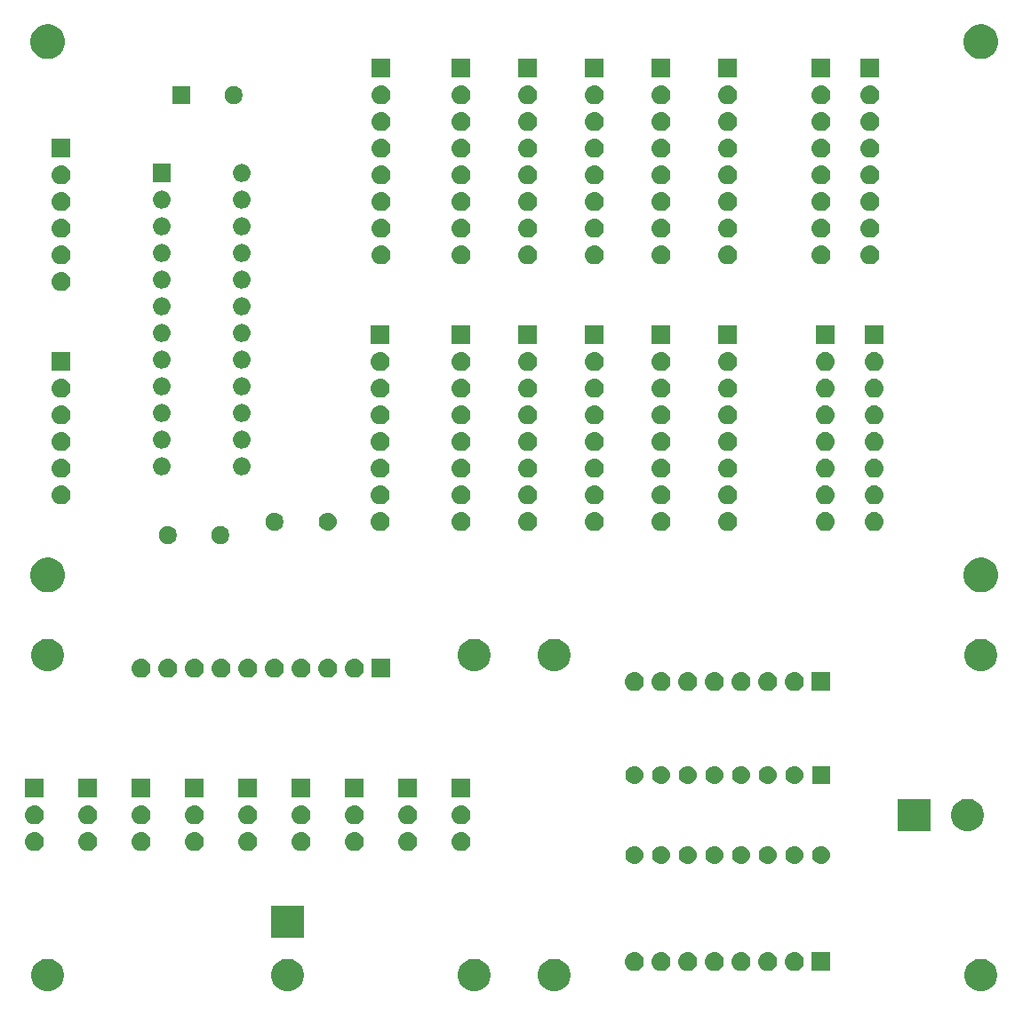
<source format=gbr>
G04 #@! TF.GenerationSoftware,KiCad,Pcbnew,(5.1.2-1)-1*
G04 #@! TF.CreationDate,2019-08-12T18:52:57+10:00*
G04 #@! TF.ProjectId,Max7219,4d617837-3231-4392-9e6b-696361645f70,rev?*
G04 #@! TF.SameCoordinates,Original*
G04 #@! TF.FileFunction,Soldermask,Top*
G04 #@! TF.FilePolarity,Negative*
%FSLAX46Y46*%
G04 Gerber Fmt 4.6, Leading zero omitted, Abs format (unit mm)*
G04 Created by KiCad (PCBNEW (5.1.2-1)-1) date 2019-08-12 18:52:57*
%MOMM*%
%LPD*%
G04 APERTURE LIST*
%ADD10C,0.100000*%
G04 APERTURE END LIST*
D10*
G36*
X207312585Y-136908802D02*
G01*
X207462410Y-136938604D01*
X207744674Y-137055521D01*
X207998705Y-137225259D01*
X208214741Y-137441295D01*
X208384479Y-137695326D01*
X208501396Y-137977590D01*
X208561000Y-138277240D01*
X208561000Y-138582760D01*
X208501396Y-138882410D01*
X208384479Y-139164674D01*
X208214741Y-139418705D01*
X207998705Y-139634741D01*
X207744674Y-139804479D01*
X207462410Y-139921396D01*
X207312585Y-139951198D01*
X207162761Y-139981000D01*
X206857239Y-139981000D01*
X206707415Y-139951198D01*
X206557590Y-139921396D01*
X206275326Y-139804479D01*
X206021295Y-139634741D01*
X205805259Y-139418705D01*
X205635521Y-139164674D01*
X205518604Y-138882410D01*
X205459000Y-138582760D01*
X205459000Y-138277240D01*
X205518604Y-137977590D01*
X205635521Y-137695326D01*
X205805259Y-137441295D01*
X206021295Y-137225259D01*
X206275326Y-137055521D01*
X206557590Y-136938604D01*
X206707415Y-136908802D01*
X206857239Y-136879000D01*
X207162761Y-136879000D01*
X207312585Y-136908802D01*
X207312585Y-136908802D01*
G37*
G36*
X166672585Y-136908802D02*
G01*
X166822410Y-136938604D01*
X167104674Y-137055521D01*
X167358705Y-137225259D01*
X167574741Y-137441295D01*
X167744479Y-137695326D01*
X167861396Y-137977590D01*
X167921000Y-138277240D01*
X167921000Y-138582760D01*
X167861396Y-138882410D01*
X167744479Y-139164674D01*
X167574741Y-139418705D01*
X167358705Y-139634741D01*
X167104674Y-139804479D01*
X166822410Y-139921396D01*
X166672585Y-139951198D01*
X166522761Y-139981000D01*
X166217239Y-139981000D01*
X166067415Y-139951198D01*
X165917590Y-139921396D01*
X165635326Y-139804479D01*
X165381295Y-139634741D01*
X165165259Y-139418705D01*
X164995521Y-139164674D01*
X164878604Y-138882410D01*
X164819000Y-138582760D01*
X164819000Y-138277240D01*
X164878604Y-137977590D01*
X164995521Y-137695326D01*
X165165259Y-137441295D01*
X165381295Y-137225259D01*
X165635326Y-137055521D01*
X165917590Y-136938604D01*
X166067415Y-136908802D01*
X166217239Y-136879000D01*
X166522761Y-136879000D01*
X166672585Y-136908802D01*
X166672585Y-136908802D01*
G37*
G36*
X159052585Y-136908802D02*
G01*
X159202410Y-136938604D01*
X159484674Y-137055521D01*
X159738705Y-137225259D01*
X159954741Y-137441295D01*
X160124479Y-137695326D01*
X160241396Y-137977590D01*
X160301000Y-138277240D01*
X160301000Y-138582760D01*
X160241396Y-138882410D01*
X160124479Y-139164674D01*
X159954741Y-139418705D01*
X159738705Y-139634741D01*
X159484674Y-139804479D01*
X159202410Y-139921396D01*
X159052585Y-139951198D01*
X158902761Y-139981000D01*
X158597239Y-139981000D01*
X158447415Y-139951198D01*
X158297590Y-139921396D01*
X158015326Y-139804479D01*
X157761295Y-139634741D01*
X157545259Y-139418705D01*
X157375521Y-139164674D01*
X157258604Y-138882410D01*
X157199000Y-138582760D01*
X157199000Y-138277240D01*
X157258604Y-137977590D01*
X157375521Y-137695326D01*
X157545259Y-137441295D01*
X157761295Y-137225259D01*
X158015326Y-137055521D01*
X158297590Y-136938604D01*
X158447415Y-136908802D01*
X158597239Y-136879000D01*
X158902761Y-136879000D01*
X159052585Y-136908802D01*
X159052585Y-136908802D01*
G37*
G36*
X141272585Y-136908802D02*
G01*
X141422410Y-136938604D01*
X141704674Y-137055521D01*
X141958705Y-137225259D01*
X142174741Y-137441295D01*
X142344479Y-137695326D01*
X142461396Y-137977590D01*
X142521000Y-138277240D01*
X142521000Y-138582760D01*
X142461396Y-138882410D01*
X142344479Y-139164674D01*
X142174741Y-139418705D01*
X141958705Y-139634741D01*
X141704674Y-139804479D01*
X141422410Y-139921396D01*
X141272585Y-139951198D01*
X141122761Y-139981000D01*
X140817239Y-139981000D01*
X140667415Y-139951198D01*
X140517590Y-139921396D01*
X140235326Y-139804479D01*
X139981295Y-139634741D01*
X139765259Y-139418705D01*
X139595521Y-139164674D01*
X139478604Y-138882410D01*
X139419000Y-138582760D01*
X139419000Y-138277240D01*
X139478604Y-137977590D01*
X139595521Y-137695326D01*
X139765259Y-137441295D01*
X139981295Y-137225259D01*
X140235326Y-137055521D01*
X140517590Y-136938604D01*
X140667415Y-136908802D01*
X140817239Y-136879000D01*
X141122761Y-136879000D01*
X141272585Y-136908802D01*
X141272585Y-136908802D01*
G37*
G36*
X118412585Y-136908802D02*
G01*
X118562410Y-136938604D01*
X118844674Y-137055521D01*
X119098705Y-137225259D01*
X119314741Y-137441295D01*
X119484479Y-137695326D01*
X119601396Y-137977590D01*
X119661000Y-138277240D01*
X119661000Y-138582760D01*
X119601396Y-138882410D01*
X119484479Y-139164674D01*
X119314741Y-139418705D01*
X119098705Y-139634741D01*
X118844674Y-139804479D01*
X118562410Y-139921396D01*
X118412585Y-139951198D01*
X118262761Y-139981000D01*
X117957239Y-139981000D01*
X117807415Y-139951198D01*
X117657590Y-139921396D01*
X117375326Y-139804479D01*
X117121295Y-139634741D01*
X116905259Y-139418705D01*
X116735521Y-139164674D01*
X116618604Y-138882410D01*
X116559000Y-138582760D01*
X116559000Y-138277240D01*
X116618604Y-137977590D01*
X116735521Y-137695326D01*
X116905259Y-137441295D01*
X117121295Y-137225259D01*
X117375326Y-137055521D01*
X117657590Y-136938604D01*
X117807415Y-136908802D01*
X117957239Y-136879000D01*
X118262761Y-136879000D01*
X118412585Y-136908802D01*
X118412585Y-136908802D01*
G37*
G36*
X179180443Y-136265519D02*
G01*
X179246627Y-136272037D01*
X179416466Y-136323557D01*
X179572991Y-136407222D01*
X179608729Y-136436552D01*
X179710186Y-136519814D01*
X179793448Y-136621271D01*
X179822778Y-136657009D01*
X179906443Y-136813534D01*
X179957963Y-136983373D01*
X179975359Y-137160000D01*
X179957963Y-137336627D01*
X179906443Y-137506466D01*
X179822778Y-137662991D01*
X179793448Y-137698729D01*
X179710186Y-137800186D01*
X179608729Y-137883448D01*
X179572991Y-137912778D01*
X179416466Y-137996443D01*
X179246627Y-138047963D01*
X179180442Y-138054482D01*
X179114260Y-138061000D01*
X179025740Y-138061000D01*
X178959558Y-138054482D01*
X178893373Y-138047963D01*
X178723534Y-137996443D01*
X178567009Y-137912778D01*
X178531271Y-137883448D01*
X178429814Y-137800186D01*
X178346552Y-137698729D01*
X178317222Y-137662991D01*
X178233557Y-137506466D01*
X178182037Y-137336627D01*
X178164641Y-137160000D01*
X178182037Y-136983373D01*
X178233557Y-136813534D01*
X178317222Y-136657009D01*
X178346552Y-136621271D01*
X178429814Y-136519814D01*
X178531271Y-136436552D01*
X178567009Y-136407222D01*
X178723534Y-136323557D01*
X178893373Y-136272037D01*
X178959557Y-136265519D01*
X179025740Y-136259000D01*
X179114260Y-136259000D01*
X179180443Y-136265519D01*
X179180443Y-136265519D01*
G37*
G36*
X176640443Y-136265519D02*
G01*
X176706627Y-136272037D01*
X176876466Y-136323557D01*
X177032991Y-136407222D01*
X177068729Y-136436552D01*
X177170186Y-136519814D01*
X177253448Y-136621271D01*
X177282778Y-136657009D01*
X177366443Y-136813534D01*
X177417963Y-136983373D01*
X177435359Y-137160000D01*
X177417963Y-137336627D01*
X177366443Y-137506466D01*
X177282778Y-137662991D01*
X177253448Y-137698729D01*
X177170186Y-137800186D01*
X177068729Y-137883448D01*
X177032991Y-137912778D01*
X176876466Y-137996443D01*
X176706627Y-138047963D01*
X176640442Y-138054482D01*
X176574260Y-138061000D01*
X176485740Y-138061000D01*
X176419558Y-138054482D01*
X176353373Y-138047963D01*
X176183534Y-137996443D01*
X176027009Y-137912778D01*
X175991271Y-137883448D01*
X175889814Y-137800186D01*
X175806552Y-137698729D01*
X175777222Y-137662991D01*
X175693557Y-137506466D01*
X175642037Y-137336627D01*
X175624641Y-137160000D01*
X175642037Y-136983373D01*
X175693557Y-136813534D01*
X175777222Y-136657009D01*
X175806552Y-136621271D01*
X175889814Y-136519814D01*
X175991271Y-136436552D01*
X176027009Y-136407222D01*
X176183534Y-136323557D01*
X176353373Y-136272037D01*
X176419557Y-136265519D01*
X176485740Y-136259000D01*
X176574260Y-136259000D01*
X176640443Y-136265519D01*
X176640443Y-136265519D01*
G37*
G36*
X174100443Y-136265519D02*
G01*
X174166627Y-136272037D01*
X174336466Y-136323557D01*
X174492991Y-136407222D01*
X174528729Y-136436552D01*
X174630186Y-136519814D01*
X174713448Y-136621271D01*
X174742778Y-136657009D01*
X174826443Y-136813534D01*
X174877963Y-136983373D01*
X174895359Y-137160000D01*
X174877963Y-137336627D01*
X174826443Y-137506466D01*
X174742778Y-137662991D01*
X174713448Y-137698729D01*
X174630186Y-137800186D01*
X174528729Y-137883448D01*
X174492991Y-137912778D01*
X174336466Y-137996443D01*
X174166627Y-138047963D01*
X174100442Y-138054482D01*
X174034260Y-138061000D01*
X173945740Y-138061000D01*
X173879558Y-138054482D01*
X173813373Y-138047963D01*
X173643534Y-137996443D01*
X173487009Y-137912778D01*
X173451271Y-137883448D01*
X173349814Y-137800186D01*
X173266552Y-137698729D01*
X173237222Y-137662991D01*
X173153557Y-137506466D01*
X173102037Y-137336627D01*
X173084641Y-137160000D01*
X173102037Y-136983373D01*
X173153557Y-136813534D01*
X173237222Y-136657009D01*
X173266552Y-136621271D01*
X173349814Y-136519814D01*
X173451271Y-136436552D01*
X173487009Y-136407222D01*
X173643534Y-136323557D01*
X173813373Y-136272037D01*
X173879557Y-136265519D01*
X173945740Y-136259000D01*
X174034260Y-136259000D01*
X174100443Y-136265519D01*
X174100443Y-136265519D01*
G37*
G36*
X181720443Y-136265519D02*
G01*
X181786627Y-136272037D01*
X181956466Y-136323557D01*
X182112991Y-136407222D01*
X182148729Y-136436552D01*
X182250186Y-136519814D01*
X182333448Y-136621271D01*
X182362778Y-136657009D01*
X182446443Y-136813534D01*
X182497963Y-136983373D01*
X182515359Y-137160000D01*
X182497963Y-137336627D01*
X182446443Y-137506466D01*
X182362778Y-137662991D01*
X182333448Y-137698729D01*
X182250186Y-137800186D01*
X182148729Y-137883448D01*
X182112991Y-137912778D01*
X181956466Y-137996443D01*
X181786627Y-138047963D01*
X181720442Y-138054482D01*
X181654260Y-138061000D01*
X181565740Y-138061000D01*
X181499558Y-138054482D01*
X181433373Y-138047963D01*
X181263534Y-137996443D01*
X181107009Y-137912778D01*
X181071271Y-137883448D01*
X180969814Y-137800186D01*
X180886552Y-137698729D01*
X180857222Y-137662991D01*
X180773557Y-137506466D01*
X180722037Y-137336627D01*
X180704641Y-137160000D01*
X180722037Y-136983373D01*
X180773557Y-136813534D01*
X180857222Y-136657009D01*
X180886552Y-136621271D01*
X180969814Y-136519814D01*
X181071271Y-136436552D01*
X181107009Y-136407222D01*
X181263534Y-136323557D01*
X181433373Y-136272037D01*
X181499557Y-136265519D01*
X181565740Y-136259000D01*
X181654260Y-136259000D01*
X181720443Y-136265519D01*
X181720443Y-136265519D01*
G37*
G36*
X184260443Y-136265519D02*
G01*
X184326627Y-136272037D01*
X184496466Y-136323557D01*
X184652991Y-136407222D01*
X184688729Y-136436552D01*
X184790186Y-136519814D01*
X184873448Y-136621271D01*
X184902778Y-136657009D01*
X184986443Y-136813534D01*
X185037963Y-136983373D01*
X185055359Y-137160000D01*
X185037963Y-137336627D01*
X184986443Y-137506466D01*
X184902778Y-137662991D01*
X184873448Y-137698729D01*
X184790186Y-137800186D01*
X184688729Y-137883448D01*
X184652991Y-137912778D01*
X184496466Y-137996443D01*
X184326627Y-138047963D01*
X184260442Y-138054482D01*
X184194260Y-138061000D01*
X184105740Y-138061000D01*
X184039558Y-138054482D01*
X183973373Y-138047963D01*
X183803534Y-137996443D01*
X183647009Y-137912778D01*
X183611271Y-137883448D01*
X183509814Y-137800186D01*
X183426552Y-137698729D01*
X183397222Y-137662991D01*
X183313557Y-137506466D01*
X183262037Y-137336627D01*
X183244641Y-137160000D01*
X183262037Y-136983373D01*
X183313557Y-136813534D01*
X183397222Y-136657009D01*
X183426552Y-136621271D01*
X183509814Y-136519814D01*
X183611271Y-136436552D01*
X183647009Y-136407222D01*
X183803534Y-136323557D01*
X183973373Y-136272037D01*
X184039557Y-136265519D01*
X184105740Y-136259000D01*
X184194260Y-136259000D01*
X184260443Y-136265519D01*
X184260443Y-136265519D01*
G37*
G36*
X186800443Y-136265519D02*
G01*
X186866627Y-136272037D01*
X187036466Y-136323557D01*
X187192991Y-136407222D01*
X187228729Y-136436552D01*
X187330186Y-136519814D01*
X187413448Y-136621271D01*
X187442778Y-136657009D01*
X187526443Y-136813534D01*
X187577963Y-136983373D01*
X187595359Y-137160000D01*
X187577963Y-137336627D01*
X187526443Y-137506466D01*
X187442778Y-137662991D01*
X187413448Y-137698729D01*
X187330186Y-137800186D01*
X187228729Y-137883448D01*
X187192991Y-137912778D01*
X187036466Y-137996443D01*
X186866627Y-138047963D01*
X186800442Y-138054482D01*
X186734260Y-138061000D01*
X186645740Y-138061000D01*
X186579558Y-138054482D01*
X186513373Y-138047963D01*
X186343534Y-137996443D01*
X186187009Y-137912778D01*
X186151271Y-137883448D01*
X186049814Y-137800186D01*
X185966552Y-137698729D01*
X185937222Y-137662991D01*
X185853557Y-137506466D01*
X185802037Y-137336627D01*
X185784641Y-137160000D01*
X185802037Y-136983373D01*
X185853557Y-136813534D01*
X185937222Y-136657009D01*
X185966552Y-136621271D01*
X186049814Y-136519814D01*
X186151271Y-136436552D01*
X186187009Y-136407222D01*
X186343534Y-136323557D01*
X186513373Y-136272037D01*
X186579557Y-136265519D01*
X186645740Y-136259000D01*
X186734260Y-136259000D01*
X186800443Y-136265519D01*
X186800443Y-136265519D01*
G37*
G36*
X189340443Y-136265519D02*
G01*
X189406627Y-136272037D01*
X189576466Y-136323557D01*
X189732991Y-136407222D01*
X189768729Y-136436552D01*
X189870186Y-136519814D01*
X189953448Y-136621271D01*
X189982778Y-136657009D01*
X190066443Y-136813534D01*
X190117963Y-136983373D01*
X190135359Y-137160000D01*
X190117963Y-137336627D01*
X190066443Y-137506466D01*
X189982778Y-137662991D01*
X189953448Y-137698729D01*
X189870186Y-137800186D01*
X189768729Y-137883448D01*
X189732991Y-137912778D01*
X189576466Y-137996443D01*
X189406627Y-138047963D01*
X189340442Y-138054482D01*
X189274260Y-138061000D01*
X189185740Y-138061000D01*
X189119558Y-138054482D01*
X189053373Y-138047963D01*
X188883534Y-137996443D01*
X188727009Y-137912778D01*
X188691271Y-137883448D01*
X188589814Y-137800186D01*
X188506552Y-137698729D01*
X188477222Y-137662991D01*
X188393557Y-137506466D01*
X188342037Y-137336627D01*
X188324641Y-137160000D01*
X188342037Y-136983373D01*
X188393557Y-136813534D01*
X188477222Y-136657009D01*
X188506552Y-136621271D01*
X188589814Y-136519814D01*
X188691271Y-136436552D01*
X188727009Y-136407222D01*
X188883534Y-136323557D01*
X189053373Y-136272037D01*
X189119557Y-136265519D01*
X189185740Y-136259000D01*
X189274260Y-136259000D01*
X189340443Y-136265519D01*
X189340443Y-136265519D01*
G37*
G36*
X192671000Y-138061000D02*
G01*
X190869000Y-138061000D01*
X190869000Y-136259000D01*
X192671000Y-136259000D01*
X192671000Y-138061000D01*
X192671000Y-138061000D01*
G37*
G36*
X142521000Y-134901000D02*
G01*
X139419000Y-134901000D01*
X139419000Y-131799000D01*
X142521000Y-131799000D01*
X142521000Y-134901000D01*
X142521000Y-134901000D01*
G37*
G36*
X186856823Y-126161313D02*
G01*
X187017242Y-126209976D01*
X187149906Y-126280886D01*
X187165078Y-126288996D01*
X187294659Y-126395341D01*
X187401004Y-126524922D01*
X187401005Y-126524924D01*
X187480024Y-126672758D01*
X187528687Y-126833177D01*
X187545117Y-127000000D01*
X187528687Y-127166823D01*
X187480024Y-127327242D01*
X187409114Y-127459906D01*
X187401004Y-127475078D01*
X187294659Y-127604659D01*
X187165078Y-127711004D01*
X187165076Y-127711005D01*
X187017242Y-127790024D01*
X186856823Y-127838687D01*
X186731804Y-127851000D01*
X186648196Y-127851000D01*
X186523177Y-127838687D01*
X186362758Y-127790024D01*
X186214924Y-127711005D01*
X186214922Y-127711004D01*
X186085341Y-127604659D01*
X185978996Y-127475078D01*
X185970886Y-127459906D01*
X185899976Y-127327242D01*
X185851313Y-127166823D01*
X185834883Y-127000000D01*
X185851313Y-126833177D01*
X185899976Y-126672758D01*
X185978995Y-126524924D01*
X185978996Y-126524922D01*
X186085341Y-126395341D01*
X186214922Y-126288996D01*
X186230094Y-126280886D01*
X186362758Y-126209976D01*
X186523177Y-126161313D01*
X186648196Y-126149000D01*
X186731804Y-126149000D01*
X186856823Y-126161313D01*
X186856823Y-126161313D01*
G37*
G36*
X184316823Y-126161313D02*
G01*
X184477242Y-126209976D01*
X184609906Y-126280886D01*
X184625078Y-126288996D01*
X184754659Y-126395341D01*
X184861004Y-126524922D01*
X184861005Y-126524924D01*
X184940024Y-126672758D01*
X184988687Y-126833177D01*
X185005117Y-127000000D01*
X184988687Y-127166823D01*
X184940024Y-127327242D01*
X184869114Y-127459906D01*
X184861004Y-127475078D01*
X184754659Y-127604659D01*
X184625078Y-127711004D01*
X184625076Y-127711005D01*
X184477242Y-127790024D01*
X184316823Y-127838687D01*
X184191804Y-127851000D01*
X184108196Y-127851000D01*
X183983177Y-127838687D01*
X183822758Y-127790024D01*
X183674924Y-127711005D01*
X183674922Y-127711004D01*
X183545341Y-127604659D01*
X183438996Y-127475078D01*
X183430886Y-127459906D01*
X183359976Y-127327242D01*
X183311313Y-127166823D01*
X183294883Y-127000000D01*
X183311313Y-126833177D01*
X183359976Y-126672758D01*
X183438995Y-126524924D01*
X183438996Y-126524922D01*
X183545341Y-126395341D01*
X183674922Y-126288996D01*
X183690094Y-126280886D01*
X183822758Y-126209976D01*
X183983177Y-126161313D01*
X184108196Y-126149000D01*
X184191804Y-126149000D01*
X184316823Y-126161313D01*
X184316823Y-126161313D01*
G37*
G36*
X181776823Y-126161313D02*
G01*
X181937242Y-126209976D01*
X182069906Y-126280886D01*
X182085078Y-126288996D01*
X182214659Y-126395341D01*
X182321004Y-126524922D01*
X182321005Y-126524924D01*
X182400024Y-126672758D01*
X182448687Y-126833177D01*
X182465117Y-127000000D01*
X182448687Y-127166823D01*
X182400024Y-127327242D01*
X182329114Y-127459906D01*
X182321004Y-127475078D01*
X182214659Y-127604659D01*
X182085078Y-127711004D01*
X182085076Y-127711005D01*
X181937242Y-127790024D01*
X181776823Y-127838687D01*
X181651804Y-127851000D01*
X181568196Y-127851000D01*
X181443177Y-127838687D01*
X181282758Y-127790024D01*
X181134924Y-127711005D01*
X181134922Y-127711004D01*
X181005341Y-127604659D01*
X180898996Y-127475078D01*
X180890886Y-127459906D01*
X180819976Y-127327242D01*
X180771313Y-127166823D01*
X180754883Y-127000000D01*
X180771313Y-126833177D01*
X180819976Y-126672758D01*
X180898995Y-126524924D01*
X180898996Y-126524922D01*
X181005341Y-126395341D01*
X181134922Y-126288996D01*
X181150094Y-126280886D01*
X181282758Y-126209976D01*
X181443177Y-126161313D01*
X181568196Y-126149000D01*
X181651804Y-126149000D01*
X181776823Y-126161313D01*
X181776823Y-126161313D01*
G37*
G36*
X179236823Y-126161313D02*
G01*
X179397242Y-126209976D01*
X179529906Y-126280886D01*
X179545078Y-126288996D01*
X179674659Y-126395341D01*
X179781004Y-126524922D01*
X179781005Y-126524924D01*
X179860024Y-126672758D01*
X179908687Y-126833177D01*
X179925117Y-127000000D01*
X179908687Y-127166823D01*
X179860024Y-127327242D01*
X179789114Y-127459906D01*
X179781004Y-127475078D01*
X179674659Y-127604659D01*
X179545078Y-127711004D01*
X179545076Y-127711005D01*
X179397242Y-127790024D01*
X179236823Y-127838687D01*
X179111804Y-127851000D01*
X179028196Y-127851000D01*
X178903177Y-127838687D01*
X178742758Y-127790024D01*
X178594924Y-127711005D01*
X178594922Y-127711004D01*
X178465341Y-127604659D01*
X178358996Y-127475078D01*
X178350886Y-127459906D01*
X178279976Y-127327242D01*
X178231313Y-127166823D01*
X178214883Y-127000000D01*
X178231313Y-126833177D01*
X178279976Y-126672758D01*
X178358995Y-126524924D01*
X178358996Y-126524922D01*
X178465341Y-126395341D01*
X178594922Y-126288996D01*
X178610094Y-126280886D01*
X178742758Y-126209976D01*
X178903177Y-126161313D01*
X179028196Y-126149000D01*
X179111804Y-126149000D01*
X179236823Y-126161313D01*
X179236823Y-126161313D01*
G37*
G36*
X176696823Y-126161313D02*
G01*
X176857242Y-126209976D01*
X176989906Y-126280886D01*
X177005078Y-126288996D01*
X177134659Y-126395341D01*
X177241004Y-126524922D01*
X177241005Y-126524924D01*
X177320024Y-126672758D01*
X177368687Y-126833177D01*
X177385117Y-127000000D01*
X177368687Y-127166823D01*
X177320024Y-127327242D01*
X177249114Y-127459906D01*
X177241004Y-127475078D01*
X177134659Y-127604659D01*
X177005078Y-127711004D01*
X177005076Y-127711005D01*
X176857242Y-127790024D01*
X176696823Y-127838687D01*
X176571804Y-127851000D01*
X176488196Y-127851000D01*
X176363177Y-127838687D01*
X176202758Y-127790024D01*
X176054924Y-127711005D01*
X176054922Y-127711004D01*
X175925341Y-127604659D01*
X175818996Y-127475078D01*
X175810886Y-127459906D01*
X175739976Y-127327242D01*
X175691313Y-127166823D01*
X175674883Y-127000000D01*
X175691313Y-126833177D01*
X175739976Y-126672758D01*
X175818995Y-126524924D01*
X175818996Y-126524922D01*
X175925341Y-126395341D01*
X176054922Y-126288996D01*
X176070094Y-126280886D01*
X176202758Y-126209976D01*
X176363177Y-126161313D01*
X176488196Y-126149000D01*
X176571804Y-126149000D01*
X176696823Y-126161313D01*
X176696823Y-126161313D01*
G37*
G36*
X174156823Y-126161313D02*
G01*
X174317242Y-126209976D01*
X174449906Y-126280886D01*
X174465078Y-126288996D01*
X174594659Y-126395341D01*
X174701004Y-126524922D01*
X174701005Y-126524924D01*
X174780024Y-126672758D01*
X174828687Y-126833177D01*
X174845117Y-127000000D01*
X174828687Y-127166823D01*
X174780024Y-127327242D01*
X174709114Y-127459906D01*
X174701004Y-127475078D01*
X174594659Y-127604659D01*
X174465078Y-127711004D01*
X174465076Y-127711005D01*
X174317242Y-127790024D01*
X174156823Y-127838687D01*
X174031804Y-127851000D01*
X173948196Y-127851000D01*
X173823177Y-127838687D01*
X173662758Y-127790024D01*
X173514924Y-127711005D01*
X173514922Y-127711004D01*
X173385341Y-127604659D01*
X173278996Y-127475078D01*
X173270886Y-127459906D01*
X173199976Y-127327242D01*
X173151313Y-127166823D01*
X173134883Y-127000000D01*
X173151313Y-126833177D01*
X173199976Y-126672758D01*
X173278995Y-126524924D01*
X173278996Y-126524922D01*
X173385341Y-126395341D01*
X173514922Y-126288996D01*
X173530094Y-126280886D01*
X173662758Y-126209976D01*
X173823177Y-126161313D01*
X173948196Y-126149000D01*
X174031804Y-126149000D01*
X174156823Y-126161313D01*
X174156823Y-126161313D01*
G37*
G36*
X191936823Y-126161313D02*
G01*
X192097242Y-126209976D01*
X192229906Y-126280886D01*
X192245078Y-126288996D01*
X192374659Y-126395341D01*
X192481004Y-126524922D01*
X192481005Y-126524924D01*
X192560024Y-126672758D01*
X192608687Y-126833177D01*
X192625117Y-127000000D01*
X192608687Y-127166823D01*
X192560024Y-127327242D01*
X192489114Y-127459906D01*
X192481004Y-127475078D01*
X192374659Y-127604659D01*
X192245078Y-127711004D01*
X192245076Y-127711005D01*
X192097242Y-127790024D01*
X191936823Y-127838687D01*
X191811804Y-127851000D01*
X191728196Y-127851000D01*
X191603177Y-127838687D01*
X191442758Y-127790024D01*
X191294924Y-127711005D01*
X191294922Y-127711004D01*
X191165341Y-127604659D01*
X191058996Y-127475078D01*
X191050886Y-127459906D01*
X190979976Y-127327242D01*
X190931313Y-127166823D01*
X190914883Y-127000000D01*
X190931313Y-126833177D01*
X190979976Y-126672758D01*
X191058995Y-126524924D01*
X191058996Y-126524922D01*
X191165341Y-126395341D01*
X191294922Y-126288996D01*
X191310094Y-126280886D01*
X191442758Y-126209976D01*
X191603177Y-126161313D01*
X191728196Y-126149000D01*
X191811804Y-126149000D01*
X191936823Y-126161313D01*
X191936823Y-126161313D01*
G37*
G36*
X189396823Y-126161313D02*
G01*
X189557242Y-126209976D01*
X189689906Y-126280886D01*
X189705078Y-126288996D01*
X189834659Y-126395341D01*
X189941004Y-126524922D01*
X189941005Y-126524924D01*
X190020024Y-126672758D01*
X190068687Y-126833177D01*
X190085117Y-127000000D01*
X190068687Y-127166823D01*
X190020024Y-127327242D01*
X189949114Y-127459906D01*
X189941004Y-127475078D01*
X189834659Y-127604659D01*
X189705078Y-127711004D01*
X189705076Y-127711005D01*
X189557242Y-127790024D01*
X189396823Y-127838687D01*
X189271804Y-127851000D01*
X189188196Y-127851000D01*
X189063177Y-127838687D01*
X188902758Y-127790024D01*
X188754924Y-127711005D01*
X188754922Y-127711004D01*
X188625341Y-127604659D01*
X188518996Y-127475078D01*
X188510886Y-127459906D01*
X188439976Y-127327242D01*
X188391313Y-127166823D01*
X188374883Y-127000000D01*
X188391313Y-126833177D01*
X188439976Y-126672758D01*
X188518995Y-126524924D01*
X188518996Y-126524922D01*
X188625341Y-126395341D01*
X188754922Y-126288996D01*
X188770094Y-126280886D01*
X188902758Y-126209976D01*
X189063177Y-126161313D01*
X189188196Y-126149000D01*
X189271804Y-126149000D01*
X189396823Y-126161313D01*
X189396823Y-126161313D01*
G37*
G36*
X132190443Y-124835519D02*
G01*
X132256627Y-124842037D01*
X132426466Y-124893557D01*
X132582991Y-124977222D01*
X132618729Y-125006552D01*
X132720186Y-125089814D01*
X132803448Y-125191271D01*
X132832778Y-125227009D01*
X132916443Y-125383534D01*
X132967963Y-125553373D01*
X132985359Y-125730000D01*
X132967963Y-125906627D01*
X132916443Y-126076466D01*
X132832778Y-126232991D01*
X132803448Y-126268729D01*
X132720186Y-126370186D01*
X132618729Y-126453448D01*
X132582991Y-126482778D01*
X132426466Y-126566443D01*
X132256627Y-126617963D01*
X132190442Y-126624482D01*
X132124260Y-126631000D01*
X132035740Y-126631000D01*
X131969558Y-126624482D01*
X131903373Y-126617963D01*
X131733534Y-126566443D01*
X131577009Y-126482778D01*
X131541271Y-126453448D01*
X131439814Y-126370186D01*
X131356552Y-126268729D01*
X131327222Y-126232991D01*
X131243557Y-126076466D01*
X131192037Y-125906627D01*
X131174641Y-125730000D01*
X131192037Y-125553373D01*
X131243557Y-125383534D01*
X131327222Y-125227009D01*
X131356552Y-125191271D01*
X131439814Y-125089814D01*
X131541271Y-125006552D01*
X131577009Y-124977222D01*
X131733534Y-124893557D01*
X131903373Y-124842037D01*
X131969557Y-124835519D01*
X132035740Y-124829000D01*
X132124260Y-124829000D01*
X132190443Y-124835519D01*
X132190443Y-124835519D01*
G37*
G36*
X127110443Y-124835519D02*
G01*
X127176627Y-124842037D01*
X127346466Y-124893557D01*
X127502991Y-124977222D01*
X127538729Y-125006552D01*
X127640186Y-125089814D01*
X127723448Y-125191271D01*
X127752778Y-125227009D01*
X127836443Y-125383534D01*
X127887963Y-125553373D01*
X127905359Y-125730000D01*
X127887963Y-125906627D01*
X127836443Y-126076466D01*
X127752778Y-126232991D01*
X127723448Y-126268729D01*
X127640186Y-126370186D01*
X127538729Y-126453448D01*
X127502991Y-126482778D01*
X127346466Y-126566443D01*
X127176627Y-126617963D01*
X127110442Y-126624482D01*
X127044260Y-126631000D01*
X126955740Y-126631000D01*
X126889558Y-126624482D01*
X126823373Y-126617963D01*
X126653534Y-126566443D01*
X126497009Y-126482778D01*
X126461271Y-126453448D01*
X126359814Y-126370186D01*
X126276552Y-126268729D01*
X126247222Y-126232991D01*
X126163557Y-126076466D01*
X126112037Y-125906627D01*
X126094641Y-125730000D01*
X126112037Y-125553373D01*
X126163557Y-125383534D01*
X126247222Y-125227009D01*
X126276552Y-125191271D01*
X126359814Y-125089814D01*
X126461271Y-125006552D01*
X126497009Y-124977222D01*
X126653534Y-124893557D01*
X126823373Y-124842037D01*
X126889557Y-124835519D01*
X126955740Y-124829000D01*
X127044260Y-124829000D01*
X127110443Y-124835519D01*
X127110443Y-124835519D01*
G37*
G36*
X122030443Y-124835519D02*
G01*
X122096627Y-124842037D01*
X122266466Y-124893557D01*
X122422991Y-124977222D01*
X122458729Y-125006552D01*
X122560186Y-125089814D01*
X122643448Y-125191271D01*
X122672778Y-125227009D01*
X122756443Y-125383534D01*
X122807963Y-125553373D01*
X122825359Y-125730000D01*
X122807963Y-125906627D01*
X122756443Y-126076466D01*
X122672778Y-126232991D01*
X122643448Y-126268729D01*
X122560186Y-126370186D01*
X122458729Y-126453448D01*
X122422991Y-126482778D01*
X122266466Y-126566443D01*
X122096627Y-126617963D01*
X122030442Y-126624482D01*
X121964260Y-126631000D01*
X121875740Y-126631000D01*
X121809558Y-126624482D01*
X121743373Y-126617963D01*
X121573534Y-126566443D01*
X121417009Y-126482778D01*
X121381271Y-126453448D01*
X121279814Y-126370186D01*
X121196552Y-126268729D01*
X121167222Y-126232991D01*
X121083557Y-126076466D01*
X121032037Y-125906627D01*
X121014641Y-125730000D01*
X121032037Y-125553373D01*
X121083557Y-125383534D01*
X121167222Y-125227009D01*
X121196552Y-125191271D01*
X121279814Y-125089814D01*
X121381271Y-125006552D01*
X121417009Y-124977222D01*
X121573534Y-124893557D01*
X121743373Y-124842037D01*
X121809557Y-124835519D01*
X121875740Y-124829000D01*
X121964260Y-124829000D01*
X122030443Y-124835519D01*
X122030443Y-124835519D01*
G37*
G36*
X116950443Y-124835519D02*
G01*
X117016627Y-124842037D01*
X117186466Y-124893557D01*
X117342991Y-124977222D01*
X117378729Y-125006552D01*
X117480186Y-125089814D01*
X117563448Y-125191271D01*
X117592778Y-125227009D01*
X117676443Y-125383534D01*
X117727963Y-125553373D01*
X117745359Y-125730000D01*
X117727963Y-125906627D01*
X117676443Y-126076466D01*
X117592778Y-126232991D01*
X117563448Y-126268729D01*
X117480186Y-126370186D01*
X117378729Y-126453448D01*
X117342991Y-126482778D01*
X117186466Y-126566443D01*
X117016627Y-126617963D01*
X116950442Y-126624482D01*
X116884260Y-126631000D01*
X116795740Y-126631000D01*
X116729558Y-126624482D01*
X116663373Y-126617963D01*
X116493534Y-126566443D01*
X116337009Y-126482778D01*
X116301271Y-126453448D01*
X116199814Y-126370186D01*
X116116552Y-126268729D01*
X116087222Y-126232991D01*
X116003557Y-126076466D01*
X115952037Y-125906627D01*
X115934641Y-125730000D01*
X115952037Y-125553373D01*
X116003557Y-125383534D01*
X116087222Y-125227009D01*
X116116552Y-125191271D01*
X116199814Y-125089814D01*
X116301271Y-125006552D01*
X116337009Y-124977222D01*
X116493534Y-124893557D01*
X116663373Y-124842037D01*
X116729557Y-124835519D01*
X116795740Y-124829000D01*
X116884260Y-124829000D01*
X116950443Y-124835519D01*
X116950443Y-124835519D01*
G37*
G36*
X137270443Y-124835519D02*
G01*
X137336627Y-124842037D01*
X137506466Y-124893557D01*
X137662991Y-124977222D01*
X137698729Y-125006552D01*
X137800186Y-125089814D01*
X137883448Y-125191271D01*
X137912778Y-125227009D01*
X137996443Y-125383534D01*
X138047963Y-125553373D01*
X138065359Y-125730000D01*
X138047963Y-125906627D01*
X137996443Y-126076466D01*
X137912778Y-126232991D01*
X137883448Y-126268729D01*
X137800186Y-126370186D01*
X137698729Y-126453448D01*
X137662991Y-126482778D01*
X137506466Y-126566443D01*
X137336627Y-126617963D01*
X137270442Y-126624482D01*
X137204260Y-126631000D01*
X137115740Y-126631000D01*
X137049558Y-126624482D01*
X136983373Y-126617963D01*
X136813534Y-126566443D01*
X136657009Y-126482778D01*
X136621271Y-126453448D01*
X136519814Y-126370186D01*
X136436552Y-126268729D01*
X136407222Y-126232991D01*
X136323557Y-126076466D01*
X136272037Y-125906627D01*
X136254641Y-125730000D01*
X136272037Y-125553373D01*
X136323557Y-125383534D01*
X136407222Y-125227009D01*
X136436552Y-125191271D01*
X136519814Y-125089814D01*
X136621271Y-125006552D01*
X136657009Y-124977222D01*
X136813534Y-124893557D01*
X136983373Y-124842037D01*
X137049557Y-124835519D01*
X137115740Y-124829000D01*
X137204260Y-124829000D01*
X137270443Y-124835519D01*
X137270443Y-124835519D01*
G37*
G36*
X157590443Y-124835519D02*
G01*
X157656627Y-124842037D01*
X157826466Y-124893557D01*
X157982991Y-124977222D01*
X158018729Y-125006552D01*
X158120186Y-125089814D01*
X158203448Y-125191271D01*
X158232778Y-125227009D01*
X158316443Y-125383534D01*
X158367963Y-125553373D01*
X158385359Y-125730000D01*
X158367963Y-125906627D01*
X158316443Y-126076466D01*
X158232778Y-126232991D01*
X158203448Y-126268729D01*
X158120186Y-126370186D01*
X158018729Y-126453448D01*
X157982991Y-126482778D01*
X157826466Y-126566443D01*
X157656627Y-126617963D01*
X157590442Y-126624482D01*
X157524260Y-126631000D01*
X157435740Y-126631000D01*
X157369558Y-126624482D01*
X157303373Y-126617963D01*
X157133534Y-126566443D01*
X156977009Y-126482778D01*
X156941271Y-126453448D01*
X156839814Y-126370186D01*
X156756552Y-126268729D01*
X156727222Y-126232991D01*
X156643557Y-126076466D01*
X156592037Y-125906627D01*
X156574641Y-125730000D01*
X156592037Y-125553373D01*
X156643557Y-125383534D01*
X156727222Y-125227009D01*
X156756552Y-125191271D01*
X156839814Y-125089814D01*
X156941271Y-125006552D01*
X156977009Y-124977222D01*
X157133534Y-124893557D01*
X157303373Y-124842037D01*
X157369557Y-124835519D01*
X157435740Y-124829000D01*
X157524260Y-124829000D01*
X157590443Y-124835519D01*
X157590443Y-124835519D01*
G37*
G36*
X152510443Y-124835519D02*
G01*
X152576627Y-124842037D01*
X152746466Y-124893557D01*
X152902991Y-124977222D01*
X152938729Y-125006552D01*
X153040186Y-125089814D01*
X153123448Y-125191271D01*
X153152778Y-125227009D01*
X153236443Y-125383534D01*
X153287963Y-125553373D01*
X153305359Y-125730000D01*
X153287963Y-125906627D01*
X153236443Y-126076466D01*
X153152778Y-126232991D01*
X153123448Y-126268729D01*
X153040186Y-126370186D01*
X152938729Y-126453448D01*
X152902991Y-126482778D01*
X152746466Y-126566443D01*
X152576627Y-126617963D01*
X152510442Y-126624482D01*
X152444260Y-126631000D01*
X152355740Y-126631000D01*
X152289558Y-126624482D01*
X152223373Y-126617963D01*
X152053534Y-126566443D01*
X151897009Y-126482778D01*
X151861271Y-126453448D01*
X151759814Y-126370186D01*
X151676552Y-126268729D01*
X151647222Y-126232991D01*
X151563557Y-126076466D01*
X151512037Y-125906627D01*
X151494641Y-125730000D01*
X151512037Y-125553373D01*
X151563557Y-125383534D01*
X151647222Y-125227009D01*
X151676552Y-125191271D01*
X151759814Y-125089814D01*
X151861271Y-125006552D01*
X151897009Y-124977222D01*
X152053534Y-124893557D01*
X152223373Y-124842037D01*
X152289557Y-124835519D01*
X152355740Y-124829000D01*
X152444260Y-124829000D01*
X152510443Y-124835519D01*
X152510443Y-124835519D01*
G37*
G36*
X147430443Y-124835519D02*
G01*
X147496627Y-124842037D01*
X147666466Y-124893557D01*
X147822991Y-124977222D01*
X147858729Y-125006552D01*
X147960186Y-125089814D01*
X148043448Y-125191271D01*
X148072778Y-125227009D01*
X148156443Y-125383534D01*
X148207963Y-125553373D01*
X148225359Y-125730000D01*
X148207963Y-125906627D01*
X148156443Y-126076466D01*
X148072778Y-126232991D01*
X148043448Y-126268729D01*
X147960186Y-126370186D01*
X147858729Y-126453448D01*
X147822991Y-126482778D01*
X147666466Y-126566443D01*
X147496627Y-126617963D01*
X147430442Y-126624482D01*
X147364260Y-126631000D01*
X147275740Y-126631000D01*
X147209558Y-126624482D01*
X147143373Y-126617963D01*
X146973534Y-126566443D01*
X146817009Y-126482778D01*
X146781271Y-126453448D01*
X146679814Y-126370186D01*
X146596552Y-126268729D01*
X146567222Y-126232991D01*
X146483557Y-126076466D01*
X146432037Y-125906627D01*
X146414641Y-125730000D01*
X146432037Y-125553373D01*
X146483557Y-125383534D01*
X146567222Y-125227009D01*
X146596552Y-125191271D01*
X146679814Y-125089814D01*
X146781271Y-125006552D01*
X146817009Y-124977222D01*
X146973534Y-124893557D01*
X147143373Y-124842037D01*
X147209557Y-124835519D01*
X147275740Y-124829000D01*
X147364260Y-124829000D01*
X147430443Y-124835519D01*
X147430443Y-124835519D01*
G37*
G36*
X142350443Y-124835519D02*
G01*
X142416627Y-124842037D01*
X142586466Y-124893557D01*
X142742991Y-124977222D01*
X142778729Y-125006552D01*
X142880186Y-125089814D01*
X142963448Y-125191271D01*
X142992778Y-125227009D01*
X143076443Y-125383534D01*
X143127963Y-125553373D01*
X143145359Y-125730000D01*
X143127963Y-125906627D01*
X143076443Y-126076466D01*
X142992778Y-126232991D01*
X142963448Y-126268729D01*
X142880186Y-126370186D01*
X142778729Y-126453448D01*
X142742991Y-126482778D01*
X142586466Y-126566443D01*
X142416627Y-126617963D01*
X142350442Y-126624482D01*
X142284260Y-126631000D01*
X142195740Y-126631000D01*
X142129558Y-126624482D01*
X142063373Y-126617963D01*
X141893534Y-126566443D01*
X141737009Y-126482778D01*
X141701271Y-126453448D01*
X141599814Y-126370186D01*
X141516552Y-126268729D01*
X141487222Y-126232991D01*
X141403557Y-126076466D01*
X141352037Y-125906627D01*
X141334641Y-125730000D01*
X141352037Y-125553373D01*
X141403557Y-125383534D01*
X141487222Y-125227009D01*
X141516552Y-125191271D01*
X141599814Y-125089814D01*
X141701271Y-125006552D01*
X141737009Y-124977222D01*
X141893534Y-124893557D01*
X142063373Y-124842037D01*
X142129557Y-124835519D01*
X142195740Y-124829000D01*
X142284260Y-124829000D01*
X142350443Y-124835519D01*
X142350443Y-124835519D01*
G37*
G36*
X202211000Y-124741000D02*
G01*
X199109000Y-124741000D01*
X199109000Y-121639000D01*
X202211000Y-121639000D01*
X202211000Y-124741000D01*
X202211000Y-124741000D01*
G37*
G36*
X206042585Y-121668802D02*
G01*
X206192410Y-121698604D01*
X206474674Y-121815521D01*
X206728705Y-121985259D01*
X206944741Y-122201295D01*
X207114479Y-122455326D01*
X207231396Y-122737590D01*
X207291000Y-123037240D01*
X207291000Y-123342760D01*
X207231396Y-123642410D01*
X207114479Y-123924674D01*
X206944741Y-124178705D01*
X206728705Y-124394741D01*
X206474674Y-124564479D01*
X206192410Y-124681396D01*
X206042585Y-124711198D01*
X205892761Y-124741000D01*
X205587239Y-124741000D01*
X205437415Y-124711198D01*
X205287590Y-124681396D01*
X205005326Y-124564479D01*
X204751295Y-124394741D01*
X204535259Y-124178705D01*
X204365521Y-123924674D01*
X204248604Y-123642410D01*
X204189000Y-123342760D01*
X204189000Y-123037240D01*
X204248604Y-122737590D01*
X204365521Y-122455326D01*
X204535259Y-122201295D01*
X204751295Y-121985259D01*
X205005326Y-121815521D01*
X205287590Y-121698604D01*
X205437415Y-121668802D01*
X205587239Y-121639000D01*
X205892761Y-121639000D01*
X206042585Y-121668802D01*
X206042585Y-121668802D01*
G37*
G36*
X116950443Y-122295519D02*
G01*
X117016627Y-122302037D01*
X117186466Y-122353557D01*
X117342991Y-122437222D01*
X117365053Y-122455328D01*
X117480186Y-122549814D01*
X117563448Y-122651271D01*
X117592778Y-122687009D01*
X117676443Y-122843534D01*
X117727963Y-123013373D01*
X117745359Y-123190000D01*
X117727963Y-123366627D01*
X117676443Y-123536466D01*
X117592778Y-123692991D01*
X117563448Y-123728729D01*
X117480186Y-123830186D01*
X117378729Y-123913448D01*
X117342991Y-123942778D01*
X117186466Y-124026443D01*
X117016627Y-124077963D01*
X116950442Y-124084482D01*
X116884260Y-124091000D01*
X116795740Y-124091000D01*
X116729558Y-124084482D01*
X116663373Y-124077963D01*
X116493534Y-124026443D01*
X116337009Y-123942778D01*
X116301271Y-123913448D01*
X116199814Y-123830186D01*
X116116552Y-123728729D01*
X116087222Y-123692991D01*
X116003557Y-123536466D01*
X115952037Y-123366627D01*
X115934641Y-123190000D01*
X115952037Y-123013373D01*
X116003557Y-122843534D01*
X116087222Y-122687009D01*
X116116552Y-122651271D01*
X116199814Y-122549814D01*
X116314947Y-122455328D01*
X116337009Y-122437222D01*
X116493534Y-122353557D01*
X116663373Y-122302037D01*
X116729557Y-122295519D01*
X116795740Y-122289000D01*
X116884260Y-122289000D01*
X116950443Y-122295519D01*
X116950443Y-122295519D01*
G37*
G36*
X142350443Y-122295519D02*
G01*
X142416627Y-122302037D01*
X142586466Y-122353557D01*
X142742991Y-122437222D01*
X142765053Y-122455328D01*
X142880186Y-122549814D01*
X142963448Y-122651271D01*
X142992778Y-122687009D01*
X143076443Y-122843534D01*
X143127963Y-123013373D01*
X143145359Y-123190000D01*
X143127963Y-123366627D01*
X143076443Y-123536466D01*
X142992778Y-123692991D01*
X142963448Y-123728729D01*
X142880186Y-123830186D01*
X142778729Y-123913448D01*
X142742991Y-123942778D01*
X142586466Y-124026443D01*
X142416627Y-124077963D01*
X142350442Y-124084482D01*
X142284260Y-124091000D01*
X142195740Y-124091000D01*
X142129558Y-124084482D01*
X142063373Y-124077963D01*
X141893534Y-124026443D01*
X141737009Y-123942778D01*
X141701271Y-123913448D01*
X141599814Y-123830186D01*
X141516552Y-123728729D01*
X141487222Y-123692991D01*
X141403557Y-123536466D01*
X141352037Y-123366627D01*
X141334641Y-123190000D01*
X141352037Y-123013373D01*
X141403557Y-122843534D01*
X141487222Y-122687009D01*
X141516552Y-122651271D01*
X141599814Y-122549814D01*
X141714947Y-122455328D01*
X141737009Y-122437222D01*
X141893534Y-122353557D01*
X142063373Y-122302037D01*
X142129557Y-122295519D01*
X142195740Y-122289000D01*
X142284260Y-122289000D01*
X142350443Y-122295519D01*
X142350443Y-122295519D01*
G37*
G36*
X137270443Y-122295519D02*
G01*
X137336627Y-122302037D01*
X137506466Y-122353557D01*
X137662991Y-122437222D01*
X137685053Y-122455328D01*
X137800186Y-122549814D01*
X137883448Y-122651271D01*
X137912778Y-122687009D01*
X137996443Y-122843534D01*
X138047963Y-123013373D01*
X138065359Y-123190000D01*
X138047963Y-123366627D01*
X137996443Y-123536466D01*
X137912778Y-123692991D01*
X137883448Y-123728729D01*
X137800186Y-123830186D01*
X137698729Y-123913448D01*
X137662991Y-123942778D01*
X137506466Y-124026443D01*
X137336627Y-124077963D01*
X137270442Y-124084482D01*
X137204260Y-124091000D01*
X137115740Y-124091000D01*
X137049558Y-124084482D01*
X136983373Y-124077963D01*
X136813534Y-124026443D01*
X136657009Y-123942778D01*
X136621271Y-123913448D01*
X136519814Y-123830186D01*
X136436552Y-123728729D01*
X136407222Y-123692991D01*
X136323557Y-123536466D01*
X136272037Y-123366627D01*
X136254641Y-123190000D01*
X136272037Y-123013373D01*
X136323557Y-122843534D01*
X136407222Y-122687009D01*
X136436552Y-122651271D01*
X136519814Y-122549814D01*
X136634947Y-122455328D01*
X136657009Y-122437222D01*
X136813534Y-122353557D01*
X136983373Y-122302037D01*
X137049557Y-122295519D01*
X137115740Y-122289000D01*
X137204260Y-122289000D01*
X137270443Y-122295519D01*
X137270443Y-122295519D01*
G37*
G36*
X122030443Y-122295519D02*
G01*
X122096627Y-122302037D01*
X122266466Y-122353557D01*
X122422991Y-122437222D01*
X122445053Y-122455328D01*
X122560186Y-122549814D01*
X122643448Y-122651271D01*
X122672778Y-122687009D01*
X122756443Y-122843534D01*
X122807963Y-123013373D01*
X122825359Y-123190000D01*
X122807963Y-123366627D01*
X122756443Y-123536466D01*
X122672778Y-123692991D01*
X122643448Y-123728729D01*
X122560186Y-123830186D01*
X122458729Y-123913448D01*
X122422991Y-123942778D01*
X122266466Y-124026443D01*
X122096627Y-124077963D01*
X122030442Y-124084482D01*
X121964260Y-124091000D01*
X121875740Y-124091000D01*
X121809558Y-124084482D01*
X121743373Y-124077963D01*
X121573534Y-124026443D01*
X121417009Y-123942778D01*
X121381271Y-123913448D01*
X121279814Y-123830186D01*
X121196552Y-123728729D01*
X121167222Y-123692991D01*
X121083557Y-123536466D01*
X121032037Y-123366627D01*
X121014641Y-123190000D01*
X121032037Y-123013373D01*
X121083557Y-122843534D01*
X121167222Y-122687009D01*
X121196552Y-122651271D01*
X121279814Y-122549814D01*
X121394947Y-122455328D01*
X121417009Y-122437222D01*
X121573534Y-122353557D01*
X121743373Y-122302037D01*
X121809557Y-122295519D01*
X121875740Y-122289000D01*
X121964260Y-122289000D01*
X122030443Y-122295519D01*
X122030443Y-122295519D01*
G37*
G36*
X147430443Y-122295519D02*
G01*
X147496627Y-122302037D01*
X147666466Y-122353557D01*
X147822991Y-122437222D01*
X147845053Y-122455328D01*
X147960186Y-122549814D01*
X148043448Y-122651271D01*
X148072778Y-122687009D01*
X148156443Y-122843534D01*
X148207963Y-123013373D01*
X148225359Y-123190000D01*
X148207963Y-123366627D01*
X148156443Y-123536466D01*
X148072778Y-123692991D01*
X148043448Y-123728729D01*
X147960186Y-123830186D01*
X147858729Y-123913448D01*
X147822991Y-123942778D01*
X147666466Y-124026443D01*
X147496627Y-124077963D01*
X147430442Y-124084482D01*
X147364260Y-124091000D01*
X147275740Y-124091000D01*
X147209558Y-124084482D01*
X147143373Y-124077963D01*
X146973534Y-124026443D01*
X146817009Y-123942778D01*
X146781271Y-123913448D01*
X146679814Y-123830186D01*
X146596552Y-123728729D01*
X146567222Y-123692991D01*
X146483557Y-123536466D01*
X146432037Y-123366627D01*
X146414641Y-123190000D01*
X146432037Y-123013373D01*
X146483557Y-122843534D01*
X146567222Y-122687009D01*
X146596552Y-122651271D01*
X146679814Y-122549814D01*
X146794947Y-122455328D01*
X146817009Y-122437222D01*
X146973534Y-122353557D01*
X147143373Y-122302037D01*
X147209557Y-122295519D01*
X147275740Y-122289000D01*
X147364260Y-122289000D01*
X147430443Y-122295519D01*
X147430443Y-122295519D01*
G37*
G36*
X127110443Y-122295519D02*
G01*
X127176627Y-122302037D01*
X127346466Y-122353557D01*
X127502991Y-122437222D01*
X127525053Y-122455328D01*
X127640186Y-122549814D01*
X127723448Y-122651271D01*
X127752778Y-122687009D01*
X127836443Y-122843534D01*
X127887963Y-123013373D01*
X127905359Y-123190000D01*
X127887963Y-123366627D01*
X127836443Y-123536466D01*
X127752778Y-123692991D01*
X127723448Y-123728729D01*
X127640186Y-123830186D01*
X127538729Y-123913448D01*
X127502991Y-123942778D01*
X127346466Y-124026443D01*
X127176627Y-124077963D01*
X127110442Y-124084482D01*
X127044260Y-124091000D01*
X126955740Y-124091000D01*
X126889558Y-124084482D01*
X126823373Y-124077963D01*
X126653534Y-124026443D01*
X126497009Y-123942778D01*
X126461271Y-123913448D01*
X126359814Y-123830186D01*
X126276552Y-123728729D01*
X126247222Y-123692991D01*
X126163557Y-123536466D01*
X126112037Y-123366627D01*
X126094641Y-123190000D01*
X126112037Y-123013373D01*
X126163557Y-122843534D01*
X126247222Y-122687009D01*
X126276552Y-122651271D01*
X126359814Y-122549814D01*
X126474947Y-122455328D01*
X126497009Y-122437222D01*
X126653534Y-122353557D01*
X126823373Y-122302037D01*
X126889557Y-122295519D01*
X126955740Y-122289000D01*
X127044260Y-122289000D01*
X127110443Y-122295519D01*
X127110443Y-122295519D01*
G37*
G36*
X132190443Y-122295519D02*
G01*
X132256627Y-122302037D01*
X132426466Y-122353557D01*
X132582991Y-122437222D01*
X132605053Y-122455328D01*
X132720186Y-122549814D01*
X132803448Y-122651271D01*
X132832778Y-122687009D01*
X132916443Y-122843534D01*
X132967963Y-123013373D01*
X132985359Y-123190000D01*
X132967963Y-123366627D01*
X132916443Y-123536466D01*
X132832778Y-123692991D01*
X132803448Y-123728729D01*
X132720186Y-123830186D01*
X132618729Y-123913448D01*
X132582991Y-123942778D01*
X132426466Y-124026443D01*
X132256627Y-124077963D01*
X132190442Y-124084482D01*
X132124260Y-124091000D01*
X132035740Y-124091000D01*
X131969558Y-124084482D01*
X131903373Y-124077963D01*
X131733534Y-124026443D01*
X131577009Y-123942778D01*
X131541271Y-123913448D01*
X131439814Y-123830186D01*
X131356552Y-123728729D01*
X131327222Y-123692991D01*
X131243557Y-123536466D01*
X131192037Y-123366627D01*
X131174641Y-123190000D01*
X131192037Y-123013373D01*
X131243557Y-122843534D01*
X131327222Y-122687009D01*
X131356552Y-122651271D01*
X131439814Y-122549814D01*
X131554947Y-122455328D01*
X131577009Y-122437222D01*
X131733534Y-122353557D01*
X131903373Y-122302037D01*
X131969557Y-122295519D01*
X132035740Y-122289000D01*
X132124260Y-122289000D01*
X132190443Y-122295519D01*
X132190443Y-122295519D01*
G37*
G36*
X152510443Y-122295519D02*
G01*
X152576627Y-122302037D01*
X152746466Y-122353557D01*
X152902991Y-122437222D01*
X152925053Y-122455328D01*
X153040186Y-122549814D01*
X153123448Y-122651271D01*
X153152778Y-122687009D01*
X153236443Y-122843534D01*
X153287963Y-123013373D01*
X153305359Y-123190000D01*
X153287963Y-123366627D01*
X153236443Y-123536466D01*
X153152778Y-123692991D01*
X153123448Y-123728729D01*
X153040186Y-123830186D01*
X152938729Y-123913448D01*
X152902991Y-123942778D01*
X152746466Y-124026443D01*
X152576627Y-124077963D01*
X152510442Y-124084482D01*
X152444260Y-124091000D01*
X152355740Y-124091000D01*
X152289558Y-124084482D01*
X152223373Y-124077963D01*
X152053534Y-124026443D01*
X151897009Y-123942778D01*
X151861271Y-123913448D01*
X151759814Y-123830186D01*
X151676552Y-123728729D01*
X151647222Y-123692991D01*
X151563557Y-123536466D01*
X151512037Y-123366627D01*
X151494641Y-123190000D01*
X151512037Y-123013373D01*
X151563557Y-122843534D01*
X151647222Y-122687009D01*
X151676552Y-122651271D01*
X151759814Y-122549814D01*
X151874947Y-122455328D01*
X151897009Y-122437222D01*
X152053534Y-122353557D01*
X152223373Y-122302037D01*
X152289557Y-122295519D01*
X152355740Y-122289000D01*
X152444260Y-122289000D01*
X152510443Y-122295519D01*
X152510443Y-122295519D01*
G37*
G36*
X157590443Y-122295519D02*
G01*
X157656627Y-122302037D01*
X157826466Y-122353557D01*
X157982991Y-122437222D01*
X158005053Y-122455328D01*
X158120186Y-122549814D01*
X158203448Y-122651271D01*
X158232778Y-122687009D01*
X158316443Y-122843534D01*
X158367963Y-123013373D01*
X158385359Y-123190000D01*
X158367963Y-123366627D01*
X158316443Y-123536466D01*
X158232778Y-123692991D01*
X158203448Y-123728729D01*
X158120186Y-123830186D01*
X158018729Y-123913448D01*
X157982991Y-123942778D01*
X157826466Y-124026443D01*
X157656627Y-124077963D01*
X157590442Y-124084482D01*
X157524260Y-124091000D01*
X157435740Y-124091000D01*
X157369558Y-124084482D01*
X157303373Y-124077963D01*
X157133534Y-124026443D01*
X156977009Y-123942778D01*
X156941271Y-123913448D01*
X156839814Y-123830186D01*
X156756552Y-123728729D01*
X156727222Y-123692991D01*
X156643557Y-123536466D01*
X156592037Y-123366627D01*
X156574641Y-123190000D01*
X156592037Y-123013373D01*
X156643557Y-122843534D01*
X156727222Y-122687009D01*
X156756552Y-122651271D01*
X156839814Y-122549814D01*
X156954947Y-122455328D01*
X156977009Y-122437222D01*
X157133534Y-122353557D01*
X157303373Y-122302037D01*
X157369557Y-122295519D01*
X157435740Y-122289000D01*
X157524260Y-122289000D01*
X157590443Y-122295519D01*
X157590443Y-122295519D01*
G37*
G36*
X153301000Y-121551000D02*
G01*
X151499000Y-121551000D01*
X151499000Y-119749000D01*
X153301000Y-119749000D01*
X153301000Y-121551000D01*
X153301000Y-121551000D01*
G37*
G36*
X158381000Y-121551000D02*
G01*
X156579000Y-121551000D01*
X156579000Y-119749000D01*
X158381000Y-119749000D01*
X158381000Y-121551000D01*
X158381000Y-121551000D01*
G37*
G36*
X143141000Y-121551000D02*
G01*
X141339000Y-121551000D01*
X141339000Y-119749000D01*
X143141000Y-119749000D01*
X143141000Y-121551000D01*
X143141000Y-121551000D01*
G37*
G36*
X117741000Y-121551000D02*
G01*
X115939000Y-121551000D01*
X115939000Y-119749000D01*
X117741000Y-119749000D01*
X117741000Y-121551000D01*
X117741000Y-121551000D01*
G37*
G36*
X138061000Y-121551000D02*
G01*
X136259000Y-121551000D01*
X136259000Y-119749000D01*
X138061000Y-119749000D01*
X138061000Y-121551000D01*
X138061000Y-121551000D01*
G37*
G36*
X148221000Y-121551000D02*
G01*
X146419000Y-121551000D01*
X146419000Y-119749000D01*
X148221000Y-119749000D01*
X148221000Y-121551000D01*
X148221000Y-121551000D01*
G37*
G36*
X122821000Y-121551000D02*
G01*
X121019000Y-121551000D01*
X121019000Y-119749000D01*
X122821000Y-119749000D01*
X122821000Y-121551000D01*
X122821000Y-121551000D01*
G37*
G36*
X132981000Y-121551000D02*
G01*
X131179000Y-121551000D01*
X131179000Y-119749000D01*
X132981000Y-119749000D01*
X132981000Y-121551000D01*
X132981000Y-121551000D01*
G37*
G36*
X127901000Y-121551000D02*
G01*
X126099000Y-121551000D01*
X126099000Y-119749000D01*
X127901000Y-119749000D01*
X127901000Y-121551000D01*
X127901000Y-121551000D01*
G37*
G36*
X192621000Y-120231000D02*
G01*
X190919000Y-120231000D01*
X190919000Y-118529000D01*
X192621000Y-118529000D01*
X192621000Y-120231000D01*
X192621000Y-120231000D01*
G37*
G36*
X189396823Y-118541313D02*
G01*
X189557242Y-118589976D01*
X189689906Y-118660886D01*
X189705078Y-118668996D01*
X189834659Y-118775341D01*
X189941004Y-118904922D01*
X189941005Y-118904924D01*
X190020024Y-119052758D01*
X190068687Y-119213177D01*
X190085117Y-119380000D01*
X190068687Y-119546823D01*
X190020024Y-119707242D01*
X189949114Y-119839906D01*
X189941004Y-119855078D01*
X189834659Y-119984659D01*
X189705078Y-120091004D01*
X189705076Y-120091005D01*
X189557242Y-120170024D01*
X189396823Y-120218687D01*
X189271804Y-120231000D01*
X189188196Y-120231000D01*
X189063177Y-120218687D01*
X188902758Y-120170024D01*
X188754924Y-120091005D01*
X188754922Y-120091004D01*
X188625341Y-119984659D01*
X188518996Y-119855078D01*
X188510886Y-119839906D01*
X188439976Y-119707242D01*
X188391313Y-119546823D01*
X188374883Y-119380000D01*
X188391313Y-119213177D01*
X188439976Y-119052758D01*
X188518995Y-118904924D01*
X188518996Y-118904922D01*
X188625341Y-118775341D01*
X188754922Y-118668996D01*
X188770094Y-118660886D01*
X188902758Y-118589976D01*
X189063177Y-118541313D01*
X189188196Y-118529000D01*
X189271804Y-118529000D01*
X189396823Y-118541313D01*
X189396823Y-118541313D01*
G37*
G36*
X186856823Y-118541313D02*
G01*
X187017242Y-118589976D01*
X187149906Y-118660886D01*
X187165078Y-118668996D01*
X187294659Y-118775341D01*
X187401004Y-118904922D01*
X187401005Y-118904924D01*
X187480024Y-119052758D01*
X187528687Y-119213177D01*
X187545117Y-119380000D01*
X187528687Y-119546823D01*
X187480024Y-119707242D01*
X187409114Y-119839906D01*
X187401004Y-119855078D01*
X187294659Y-119984659D01*
X187165078Y-120091004D01*
X187165076Y-120091005D01*
X187017242Y-120170024D01*
X186856823Y-120218687D01*
X186731804Y-120231000D01*
X186648196Y-120231000D01*
X186523177Y-120218687D01*
X186362758Y-120170024D01*
X186214924Y-120091005D01*
X186214922Y-120091004D01*
X186085341Y-119984659D01*
X185978996Y-119855078D01*
X185970886Y-119839906D01*
X185899976Y-119707242D01*
X185851313Y-119546823D01*
X185834883Y-119380000D01*
X185851313Y-119213177D01*
X185899976Y-119052758D01*
X185978995Y-118904924D01*
X185978996Y-118904922D01*
X186085341Y-118775341D01*
X186214922Y-118668996D01*
X186230094Y-118660886D01*
X186362758Y-118589976D01*
X186523177Y-118541313D01*
X186648196Y-118529000D01*
X186731804Y-118529000D01*
X186856823Y-118541313D01*
X186856823Y-118541313D01*
G37*
G36*
X184316823Y-118541313D02*
G01*
X184477242Y-118589976D01*
X184609906Y-118660886D01*
X184625078Y-118668996D01*
X184754659Y-118775341D01*
X184861004Y-118904922D01*
X184861005Y-118904924D01*
X184940024Y-119052758D01*
X184988687Y-119213177D01*
X185005117Y-119380000D01*
X184988687Y-119546823D01*
X184940024Y-119707242D01*
X184869114Y-119839906D01*
X184861004Y-119855078D01*
X184754659Y-119984659D01*
X184625078Y-120091004D01*
X184625076Y-120091005D01*
X184477242Y-120170024D01*
X184316823Y-120218687D01*
X184191804Y-120231000D01*
X184108196Y-120231000D01*
X183983177Y-120218687D01*
X183822758Y-120170024D01*
X183674924Y-120091005D01*
X183674922Y-120091004D01*
X183545341Y-119984659D01*
X183438996Y-119855078D01*
X183430886Y-119839906D01*
X183359976Y-119707242D01*
X183311313Y-119546823D01*
X183294883Y-119380000D01*
X183311313Y-119213177D01*
X183359976Y-119052758D01*
X183438995Y-118904924D01*
X183438996Y-118904922D01*
X183545341Y-118775341D01*
X183674922Y-118668996D01*
X183690094Y-118660886D01*
X183822758Y-118589976D01*
X183983177Y-118541313D01*
X184108196Y-118529000D01*
X184191804Y-118529000D01*
X184316823Y-118541313D01*
X184316823Y-118541313D01*
G37*
G36*
X181776823Y-118541313D02*
G01*
X181937242Y-118589976D01*
X182069906Y-118660886D01*
X182085078Y-118668996D01*
X182214659Y-118775341D01*
X182321004Y-118904922D01*
X182321005Y-118904924D01*
X182400024Y-119052758D01*
X182448687Y-119213177D01*
X182465117Y-119380000D01*
X182448687Y-119546823D01*
X182400024Y-119707242D01*
X182329114Y-119839906D01*
X182321004Y-119855078D01*
X182214659Y-119984659D01*
X182085078Y-120091004D01*
X182085076Y-120091005D01*
X181937242Y-120170024D01*
X181776823Y-120218687D01*
X181651804Y-120231000D01*
X181568196Y-120231000D01*
X181443177Y-120218687D01*
X181282758Y-120170024D01*
X181134924Y-120091005D01*
X181134922Y-120091004D01*
X181005341Y-119984659D01*
X180898996Y-119855078D01*
X180890886Y-119839906D01*
X180819976Y-119707242D01*
X180771313Y-119546823D01*
X180754883Y-119380000D01*
X180771313Y-119213177D01*
X180819976Y-119052758D01*
X180898995Y-118904924D01*
X180898996Y-118904922D01*
X181005341Y-118775341D01*
X181134922Y-118668996D01*
X181150094Y-118660886D01*
X181282758Y-118589976D01*
X181443177Y-118541313D01*
X181568196Y-118529000D01*
X181651804Y-118529000D01*
X181776823Y-118541313D01*
X181776823Y-118541313D01*
G37*
G36*
X179236823Y-118541313D02*
G01*
X179397242Y-118589976D01*
X179529906Y-118660886D01*
X179545078Y-118668996D01*
X179674659Y-118775341D01*
X179781004Y-118904922D01*
X179781005Y-118904924D01*
X179860024Y-119052758D01*
X179908687Y-119213177D01*
X179925117Y-119380000D01*
X179908687Y-119546823D01*
X179860024Y-119707242D01*
X179789114Y-119839906D01*
X179781004Y-119855078D01*
X179674659Y-119984659D01*
X179545078Y-120091004D01*
X179545076Y-120091005D01*
X179397242Y-120170024D01*
X179236823Y-120218687D01*
X179111804Y-120231000D01*
X179028196Y-120231000D01*
X178903177Y-120218687D01*
X178742758Y-120170024D01*
X178594924Y-120091005D01*
X178594922Y-120091004D01*
X178465341Y-119984659D01*
X178358996Y-119855078D01*
X178350886Y-119839906D01*
X178279976Y-119707242D01*
X178231313Y-119546823D01*
X178214883Y-119380000D01*
X178231313Y-119213177D01*
X178279976Y-119052758D01*
X178358995Y-118904924D01*
X178358996Y-118904922D01*
X178465341Y-118775341D01*
X178594922Y-118668996D01*
X178610094Y-118660886D01*
X178742758Y-118589976D01*
X178903177Y-118541313D01*
X179028196Y-118529000D01*
X179111804Y-118529000D01*
X179236823Y-118541313D01*
X179236823Y-118541313D01*
G37*
G36*
X176696823Y-118541313D02*
G01*
X176857242Y-118589976D01*
X176989906Y-118660886D01*
X177005078Y-118668996D01*
X177134659Y-118775341D01*
X177241004Y-118904922D01*
X177241005Y-118904924D01*
X177320024Y-119052758D01*
X177368687Y-119213177D01*
X177385117Y-119380000D01*
X177368687Y-119546823D01*
X177320024Y-119707242D01*
X177249114Y-119839906D01*
X177241004Y-119855078D01*
X177134659Y-119984659D01*
X177005078Y-120091004D01*
X177005076Y-120091005D01*
X176857242Y-120170024D01*
X176696823Y-120218687D01*
X176571804Y-120231000D01*
X176488196Y-120231000D01*
X176363177Y-120218687D01*
X176202758Y-120170024D01*
X176054924Y-120091005D01*
X176054922Y-120091004D01*
X175925341Y-119984659D01*
X175818996Y-119855078D01*
X175810886Y-119839906D01*
X175739976Y-119707242D01*
X175691313Y-119546823D01*
X175674883Y-119380000D01*
X175691313Y-119213177D01*
X175739976Y-119052758D01*
X175818995Y-118904924D01*
X175818996Y-118904922D01*
X175925341Y-118775341D01*
X176054922Y-118668996D01*
X176070094Y-118660886D01*
X176202758Y-118589976D01*
X176363177Y-118541313D01*
X176488196Y-118529000D01*
X176571804Y-118529000D01*
X176696823Y-118541313D01*
X176696823Y-118541313D01*
G37*
G36*
X174156823Y-118541313D02*
G01*
X174317242Y-118589976D01*
X174449906Y-118660886D01*
X174465078Y-118668996D01*
X174594659Y-118775341D01*
X174701004Y-118904922D01*
X174701005Y-118904924D01*
X174780024Y-119052758D01*
X174828687Y-119213177D01*
X174845117Y-119380000D01*
X174828687Y-119546823D01*
X174780024Y-119707242D01*
X174709114Y-119839906D01*
X174701004Y-119855078D01*
X174594659Y-119984659D01*
X174465078Y-120091004D01*
X174465076Y-120091005D01*
X174317242Y-120170024D01*
X174156823Y-120218687D01*
X174031804Y-120231000D01*
X173948196Y-120231000D01*
X173823177Y-120218687D01*
X173662758Y-120170024D01*
X173514924Y-120091005D01*
X173514922Y-120091004D01*
X173385341Y-119984659D01*
X173278996Y-119855078D01*
X173270886Y-119839906D01*
X173199976Y-119707242D01*
X173151313Y-119546823D01*
X173134883Y-119380000D01*
X173151313Y-119213177D01*
X173199976Y-119052758D01*
X173278995Y-118904924D01*
X173278996Y-118904922D01*
X173385341Y-118775341D01*
X173514922Y-118668996D01*
X173530094Y-118660886D01*
X173662758Y-118589976D01*
X173823177Y-118541313D01*
X173948196Y-118529000D01*
X174031804Y-118529000D01*
X174156823Y-118541313D01*
X174156823Y-118541313D01*
G37*
G36*
X181720442Y-109595518D02*
G01*
X181786627Y-109602037D01*
X181956466Y-109653557D01*
X182112991Y-109737222D01*
X182148729Y-109766552D01*
X182250186Y-109849814D01*
X182333448Y-109951271D01*
X182362778Y-109987009D01*
X182446443Y-110143534D01*
X182497963Y-110313373D01*
X182515359Y-110490000D01*
X182497963Y-110666627D01*
X182446443Y-110836466D01*
X182362778Y-110992991D01*
X182333448Y-111028729D01*
X182250186Y-111130186D01*
X182148729Y-111213448D01*
X182112991Y-111242778D01*
X181956466Y-111326443D01*
X181786627Y-111377963D01*
X181720443Y-111384481D01*
X181654260Y-111391000D01*
X181565740Y-111391000D01*
X181499557Y-111384481D01*
X181433373Y-111377963D01*
X181263534Y-111326443D01*
X181107009Y-111242778D01*
X181071271Y-111213448D01*
X180969814Y-111130186D01*
X180886552Y-111028729D01*
X180857222Y-110992991D01*
X180773557Y-110836466D01*
X180722037Y-110666627D01*
X180704641Y-110490000D01*
X180722037Y-110313373D01*
X180773557Y-110143534D01*
X180857222Y-109987009D01*
X180886552Y-109951271D01*
X180969814Y-109849814D01*
X181071271Y-109766552D01*
X181107009Y-109737222D01*
X181263534Y-109653557D01*
X181433373Y-109602037D01*
X181499558Y-109595518D01*
X181565740Y-109589000D01*
X181654260Y-109589000D01*
X181720442Y-109595518D01*
X181720442Y-109595518D01*
G37*
G36*
X184260442Y-109595518D02*
G01*
X184326627Y-109602037D01*
X184496466Y-109653557D01*
X184652991Y-109737222D01*
X184688729Y-109766552D01*
X184790186Y-109849814D01*
X184873448Y-109951271D01*
X184902778Y-109987009D01*
X184986443Y-110143534D01*
X185037963Y-110313373D01*
X185055359Y-110490000D01*
X185037963Y-110666627D01*
X184986443Y-110836466D01*
X184902778Y-110992991D01*
X184873448Y-111028729D01*
X184790186Y-111130186D01*
X184688729Y-111213448D01*
X184652991Y-111242778D01*
X184496466Y-111326443D01*
X184326627Y-111377963D01*
X184260443Y-111384481D01*
X184194260Y-111391000D01*
X184105740Y-111391000D01*
X184039557Y-111384481D01*
X183973373Y-111377963D01*
X183803534Y-111326443D01*
X183647009Y-111242778D01*
X183611271Y-111213448D01*
X183509814Y-111130186D01*
X183426552Y-111028729D01*
X183397222Y-110992991D01*
X183313557Y-110836466D01*
X183262037Y-110666627D01*
X183244641Y-110490000D01*
X183262037Y-110313373D01*
X183313557Y-110143534D01*
X183397222Y-109987009D01*
X183426552Y-109951271D01*
X183509814Y-109849814D01*
X183611271Y-109766552D01*
X183647009Y-109737222D01*
X183803534Y-109653557D01*
X183973373Y-109602037D01*
X184039558Y-109595518D01*
X184105740Y-109589000D01*
X184194260Y-109589000D01*
X184260442Y-109595518D01*
X184260442Y-109595518D01*
G37*
G36*
X179180442Y-109595518D02*
G01*
X179246627Y-109602037D01*
X179416466Y-109653557D01*
X179572991Y-109737222D01*
X179608729Y-109766552D01*
X179710186Y-109849814D01*
X179793448Y-109951271D01*
X179822778Y-109987009D01*
X179906443Y-110143534D01*
X179957963Y-110313373D01*
X179975359Y-110490000D01*
X179957963Y-110666627D01*
X179906443Y-110836466D01*
X179822778Y-110992991D01*
X179793448Y-111028729D01*
X179710186Y-111130186D01*
X179608729Y-111213448D01*
X179572991Y-111242778D01*
X179416466Y-111326443D01*
X179246627Y-111377963D01*
X179180443Y-111384481D01*
X179114260Y-111391000D01*
X179025740Y-111391000D01*
X178959557Y-111384481D01*
X178893373Y-111377963D01*
X178723534Y-111326443D01*
X178567009Y-111242778D01*
X178531271Y-111213448D01*
X178429814Y-111130186D01*
X178346552Y-111028729D01*
X178317222Y-110992991D01*
X178233557Y-110836466D01*
X178182037Y-110666627D01*
X178164641Y-110490000D01*
X178182037Y-110313373D01*
X178233557Y-110143534D01*
X178317222Y-109987009D01*
X178346552Y-109951271D01*
X178429814Y-109849814D01*
X178531271Y-109766552D01*
X178567009Y-109737222D01*
X178723534Y-109653557D01*
X178893373Y-109602037D01*
X178959558Y-109595518D01*
X179025740Y-109589000D01*
X179114260Y-109589000D01*
X179180442Y-109595518D01*
X179180442Y-109595518D01*
G37*
G36*
X186800442Y-109595518D02*
G01*
X186866627Y-109602037D01*
X187036466Y-109653557D01*
X187192991Y-109737222D01*
X187228729Y-109766552D01*
X187330186Y-109849814D01*
X187413448Y-109951271D01*
X187442778Y-109987009D01*
X187526443Y-110143534D01*
X187577963Y-110313373D01*
X187595359Y-110490000D01*
X187577963Y-110666627D01*
X187526443Y-110836466D01*
X187442778Y-110992991D01*
X187413448Y-111028729D01*
X187330186Y-111130186D01*
X187228729Y-111213448D01*
X187192991Y-111242778D01*
X187036466Y-111326443D01*
X186866627Y-111377963D01*
X186800443Y-111384481D01*
X186734260Y-111391000D01*
X186645740Y-111391000D01*
X186579557Y-111384481D01*
X186513373Y-111377963D01*
X186343534Y-111326443D01*
X186187009Y-111242778D01*
X186151271Y-111213448D01*
X186049814Y-111130186D01*
X185966552Y-111028729D01*
X185937222Y-110992991D01*
X185853557Y-110836466D01*
X185802037Y-110666627D01*
X185784641Y-110490000D01*
X185802037Y-110313373D01*
X185853557Y-110143534D01*
X185937222Y-109987009D01*
X185966552Y-109951271D01*
X186049814Y-109849814D01*
X186151271Y-109766552D01*
X186187009Y-109737222D01*
X186343534Y-109653557D01*
X186513373Y-109602037D01*
X186579558Y-109595518D01*
X186645740Y-109589000D01*
X186734260Y-109589000D01*
X186800442Y-109595518D01*
X186800442Y-109595518D01*
G37*
G36*
X189340442Y-109595518D02*
G01*
X189406627Y-109602037D01*
X189576466Y-109653557D01*
X189732991Y-109737222D01*
X189768729Y-109766552D01*
X189870186Y-109849814D01*
X189953448Y-109951271D01*
X189982778Y-109987009D01*
X190066443Y-110143534D01*
X190117963Y-110313373D01*
X190135359Y-110490000D01*
X190117963Y-110666627D01*
X190066443Y-110836466D01*
X189982778Y-110992991D01*
X189953448Y-111028729D01*
X189870186Y-111130186D01*
X189768729Y-111213448D01*
X189732991Y-111242778D01*
X189576466Y-111326443D01*
X189406627Y-111377963D01*
X189340443Y-111384481D01*
X189274260Y-111391000D01*
X189185740Y-111391000D01*
X189119557Y-111384481D01*
X189053373Y-111377963D01*
X188883534Y-111326443D01*
X188727009Y-111242778D01*
X188691271Y-111213448D01*
X188589814Y-111130186D01*
X188506552Y-111028729D01*
X188477222Y-110992991D01*
X188393557Y-110836466D01*
X188342037Y-110666627D01*
X188324641Y-110490000D01*
X188342037Y-110313373D01*
X188393557Y-110143534D01*
X188477222Y-109987009D01*
X188506552Y-109951271D01*
X188589814Y-109849814D01*
X188691271Y-109766552D01*
X188727009Y-109737222D01*
X188883534Y-109653557D01*
X189053373Y-109602037D01*
X189119558Y-109595518D01*
X189185740Y-109589000D01*
X189274260Y-109589000D01*
X189340442Y-109595518D01*
X189340442Y-109595518D01*
G37*
G36*
X176640442Y-109595518D02*
G01*
X176706627Y-109602037D01*
X176876466Y-109653557D01*
X177032991Y-109737222D01*
X177068729Y-109766552D01*
X177170186Y-109849814D01*
X177253448Y-109951271D01*
X177282778Y-109987009D01*
X177366443Y-110143534D01*
X177417963Y-110313373D01*
X177435359Y-110490000D01*
X177417963Y-110666627D01*
X177366443Y-110836466D01*
X177282778Y-110992991D01*
X177253448Y-111028729D01*
X177170186Y-111130186D01*
X177068729Y-111213448D01*
X177032991Y-111242778D01*
X176876466Y-111326443D01*
X176706627Y-111377963D01*
X176640443Y-111384481D01*
X176574260Y-111391000D01*
X176485740Y-111391000D01*
X176419557Y-111384481D01*
X176353373Y-111377963D01*
X176183534Y-111326443D01*
X176027009Y-111242778D01*
X175991271Y-111213448D01*
X175889814Y-111130186D01*
X175806552Y-111028729D01*
X175777222Y-110992991D01*
X175693557Y-110836466D01*
X175642037Y-110666627D01*
X175624641Y-110490000D01*
X175642037Y-110313373D01*
X175693557Y-110143534D01*
X175777222Y-109987009D01*
X175806552Y-109951271D01*
X175889814Y-109849814D01*
X175991271Y-109766552D01*
X176027009Y-109737222D01*
X176183534Y-109653557D01*
X176353373Y-109602037D01*
X176419558Y-109595518D01*
X176485740Y-109589000D01*
X176574260Y-109589000D01*
X176640442Y-109595518D01*
X176640442Y-109595518D01*
G37*
G36*
X192671000Y-111391000D02*
G01*
X190869000Y-111391000D01*
X190869000Y-109589000D01*
X192671000Y-109589000D01*
X192671000Y-111391000D01*
X192671000Y-111391000D01*
G37*
G36*
X174100442Y-109595518D02*
G01*
X174166627Y-109602037D01*
X174336466Y-109653557D01*
X174492991Y-109737222D01*
X174528729Y-109766552D01*
X174630186Y-109849814D01*
X174713448Y-109951271D01*
X174742778Y-109987009D01*
X174826443Y-110143534D01*
X174877963Y-110313373D01*
X174895359Y-110490000D01*
X174877963Y-110666627D01*
X174826443Y-110836466D01*
X174742778Y-110992991D01*
X174713448Y-111028729D01*
X174630186Y-111130186D01*
X174528729Y-111213448D01*
X174492991Y-111242778D01*
X174336466Y-111326443D01*
X174166627Y-111377963D01*
X174100443Y-111384481D01*
X174034260Y-111391000D01*
X173945740Y-111391000D01*
X173879557Y-111384481D01*
X173813373Y-111377963D01*
X173643534Y-111326443D01*
X173487009Y-111242778D01*
X173451271Y-111213448D01*
X173349814Y-111130186D01*
X173266552Y-111028729D01*
X173237222Y-110992991D01*
X173153557Y-110836466D01*
X173102037Y-110666627D01*
X173084641Y-110490000D01*
X173102037Y-110313373D01*
X173153557Y-110143534D01*
X173237222Y-109987009D01*
X173266552Y-109951271D01*
X173349814Y-109849814D01*
X173451271Y-109766552D01*
X173487009Y-109737222D01*
X173643534Y-109653557D01*
X173813373Y-109602037D01*
X173879558Y-109595518D01*
X173945740Y-109589000D01*
X174034260Y-109589000D01*
X174100442Y-109595518D01*
X174100442Y-109595518D01*
G37*
G36*
X150761000Y-110121000D02*
G01*
X148959000Y-110121000D01*
X148959000Y-108319000D01*
X150761000Y-108319000D01*
X150761000Y-110121000D01*
X150761000Y-110121000D01*
G37*
G36*
X147430443Y-108325519D02*
G01*
X147496627Y-108332037D01*
X147666466Y-108383557D01*
X147822991Y-108467222D01*
X147858729Y-108496552D01*
X147960186Y-108579814D01*
X148043448Y-108681271D01*
X148072778Y-108717009D01*
X148156443Y-108873534D01*
X148207963Y-109043373D01*
X148225359Y-109220000D01*
X148207963Y-109396627D01*
X148156443Y-109566466D01*
X148072778Y-109722991D01*
X148043448Y-109758729D01*
X147960186Y-109860186D01*
X147858729Y-109943448D01*
X147822991Y-109972778D01*
X147666466Y-110056443D01*
X147496627Y-110107963D01*
X147430443Y-110114481D01*
X147364260Y-110121000D01*
X147275740Y-110121000D01*
X147209557Y-110114481D01*
X147143373Y-110107963D01*
X146973534Y-110056443D01*
X146817009Y-109972778D01*
X146781271Y-109943448D01*
X146679814Y-109860186D01*
X146596552Y-109758729D01*
X146567222Y-109722991D01*
X146483557Y-109566466D01*
X146432037Y-109396627D01*
X146414641Y-109220000D01*
X146432037Y-109043373D01*
X146483557Y-108873534D01*
X146567222Y-108717009D01*
X146596552Y-108681271D01*
X146679814Y-108579814D01*
X146781271Y-108496552D01*
X146817009Y-108467222D01*
X146973534Y-108383557D01*
X147143373Y-108332037D01*
X147209557Y-108325519D01*
X147275740Y-108319000D01*
X147364260Y-108319000D01*
X147430443Y-108325519D01*
X147430443Y-108325519D01*
G37*
G36*
X144890443Y-108325519D02*
G01*
X144956627Y-108332037D01*
X145126466Y-108383557D01*
X145282991Y-108467222D01*
X145318729Y-108496552D01*
X145420186Y-108579814D01*
X145503448Y-108681271D01*
X145532778Y-108717009D01*
X145616443Y-108873534D01*
X145667963Y-109043373D01*
X145685359Y-109220000D01*
X145667963Y-109396627D01*
X145616443Y-109566466D01*
X145532778Y-109722991D01*
X145503448Y-109758729D01*
X145420186Y-109860186D01*
X145318729Y-109943448D01*
X145282991Y-109972778D01*
X145126466Y-110056443D01*
X144956627Y-110107963D01*
X144890443Y-110114481D01*
X144824260Y-110121000D01*
X144735740Y-110121000D01*
X144669557Y-110114481D01*
X144603373Y-110107963D01*
X144433534Y-110056443D01*
X144277009Y-109972778D01*
X144241271Y-109943448D01*
X144139814Y-109860186D01*
X144056552Y-109758729D01*
X144027222Y-109722991D01*
X143943557Y-109566466D01*
X143892037Y-109396627D01*
X143874641Y-109220000D01*
X143892037Y-109043373D01*
X143943557Y-108873534D01*
X144027222Y-108717009D01*
X144056552Y-108681271D01*
X144139814Y-108579814D01*
X144241271Y-108496552D01*
X144277009Y-108467222D01*
X144433534Y-108383557D01*
X144603373Y-108332037D01*
X144669557Y-108325519D01*
X144735740Y-108319000D01*
X144824260Y-108319000D01*
X144890443Y-108325519D01*
X144890443Y-108325519D01*
G37*
G36*
X142350443Y-108325519D02*
G01*
X142416627Y-108332037D01*
X142586466Y-108383557D01*
X142742991Y-108467222D01*
X142778729Y-108496552D01*
X142880186Y-108579814D01*
X142963448Y-108681271D01*
X142992778Y-108717009D01*
X143076443Y-108873534D01*
X143127963Y-109043373D01*
X143145359Y-109220000D01*
X143127963Y-109396627D01*
X143076443Y-109566466D01*
X142992778Y-109722991D01*
X142963448Y-109758729D01*
X142880186Y-109860186D01*
X142778729Y-109943448D01*
X142742991Y-109972778D01*
X142586466Y-110056443D01*
X142416627Y-110107963D01*
X142350443Y-110114481D01*
X142284260Y-110121000D01*
X142195740Y-110121000D01*
X142129557Y-110114481D01*
X142063373Y-110107963D01*
X141893534Y-110056443D01*
X141737009Y-109972778D01*
X141701271Y-109943448D01*
X141599814Y-109860186D01*
X141516552Y-109758729D01*
X141487222Y-109722991D01*
X141403557Y-109566466D01*
X141352037Y-109396627D01*
X141334641Y-109220000D01*
X141352037Y-109043373D01*
X141403557Y-108873534D01*
X141487222Y-108717009D01*
X141516552Y-108681271D01*
X141599814Y-108579814D01*
X141701271Y-108496552D01*
X141737009Y-108467222D01*
X141893534Y-108383557D01*
X142063373Y-108332037D01*
X142129557Y-108325519D01*
X142195740Y-108319000D01*
X142284260Y-108319000D01*
X142350443Y-108325519D01*
X142350443Y-108325519D01*
G37*
G36*
X139810443Y-108325519D02*
G01*
X139876627Y-108332037D01*
X140046466Y-108383557D01*
X140202991Y-108467222D01*
X140238729Y-108496552D01*
X140340186Y-108579814D01*
X140423448Y-108681271D01*
X140452778Y-108717009D01*
X140536443Y-108873534D01*
X140587963Y-109043373D01*
X140605359Y-109220000D01*
X140587963Y-109396627D01*
X140536443Y-109566466D01*
X140452778Y-109722991D01*
X140423448Y-109758729D01*
X140340186Y-109860186D01*
X140238729Y-109943448D01*
X140202991Y-109972778D01*
X140046466Y-110056443D01*
X139876627Y-110107963D01*
X139810443Y-110114481D01*
X139744260Y-110121000D01*
X139655740Y-110121000D01*
X139589557Y-110114481D01*
X139523373Y-110107963D01*
X139353534Y-110056443D01*
X139197009Y-109972778D01*
X139161271Y-109943448D01*
X139059814Y-109860186D01*
X138976552Y-109758729D01*
X138947222Y-109722991D01*
X138863557Y-109566466D01*
X138812037Y-109396627D01*
X138794641Y-109220000D01*
X138812037Y-109043373D01*
X138863557Y-108873534D01*
X138947222Y-108717009D01*
X138976552Y-108681271D01*
X139059814Y-108579814D01*
X139161271Y-108496552D01*
X139197009Y-108467222D01*
X139353534Y-108383557D01*
X139523373Y-108332037D01*
X139589557Y-108325519D01*
X139655740Y-108319000D01*
X139744260Y-108319000D01*
X139810443Y-108325519D01*
X139810443Y-108325519D01*
G37*
G36*
X137270443Y-108325519D02*
G01*
X137336627Y-108332037D01*
X137506466Y-108383557D01*
X137662991Y-108467222D01*
X137698729Y-108496552D01*
X137800186Y-108579814D01*
X137883448Y-108681271D01*
X137912778Y-108717009D01*
X137996443Y-108873534D01*
X138047963Y-109043373D01*
X138065359Y-109220000D01*
X138047963Y-109396627D01*
X137996443Y-109566466D01*
X137912778Y-109722991D01*
X137883448Y-109758729D01*
X137800186Y-109860186D01*
X137698729Y-109943448D01*
X137662991Y-109972778D01*
X137506466Y-110056443D01*
X137336627Y-110107963D01*
X137270443Y-110114481D01*
X137204260Y-110121000D01*
X137115740Y-110121000D01*
X137049557Y-110114481D01*
X136983373Y-110107963D01*
X136813534Y-110056443D01*
X136657009Y-109972778D01*
X136621271Y-109943448D01*
X136519814Y-109860186D01*
X136436552Y-109758729D01*
X136407222Y-109722991D01*
X136323557Y-109566466D01*
X136272037Y-109396627D01*
X136254641Y-109220000D01*
X136272037Y-109043373D01*
X136323557Y-108873534D01*
X136407222Y-108717009D01*
X136436552Y-108681271D01*
X136519814Y-108579814D01*
X136621271Y-108496552D01*
X136657009Y-108467222D01*
X136813534Y-108383557D01*
X136983373Y-108332037D01*
X137049557Y-108325519D01*
X137115740Y-108319000D01*
X137204260Y-108319000D01*
X137270443Y-108325519D01*
X137270443Y-108325519D01*
G37*
G36*
X134730443Y-108325519D02*
G01*
X134796627Y-108332037D01*
X134966466Y-108383557D01*
X135122991Y-108467222D01*
X135158729Y-108496552D01*
X135260186Y-108579814D01*
X135343448Y-108681271D01*
X135372778Y-108717009D01*
X135456443Y-108873534D01*
X135507963Y-109043373D01*
X135525359Y-109220000D01*
X135507963Y-109396627D01*
X135456443Y-109566466D01*
X135372778Y-109722991D01*
X135343448Y-109758729D01*
X135260186Y-109860186D01*
X135158729Y-109943448D01*
X135122991Y-109972778D01*
X134966466Y-110056443D01*
X134796627Y-110107963D01*
X134730443Y-110114481D01*
X134664260Y-110121000D01*
X134575740Y-110121000D01*
X134509557Y-110114481D01*
X134443373Y-110107963D01*
X134273534Y-110056443D01*
X134117009Y-109972778D01*
X134081271Y-109943448D01*
X133979814Y-109860186D01*
X133896552Y-109758729D01*
X133867222Y-109722991D01*
X133783557Y-109566466D01*
X133732037Y-109396627D01*
X133714641Y-109220000D01*
X133732037Y-109043373D01*
X133783557Y-108873534D01*
X133867222Y-108717009D01*
X133896552Y-108681271D01*
X133979814Y-108579814D01*
X134081271Y-108496552D01*
X134117009Y-108467222D01*
X134273534Y-108383557D01*
X134443373Y-108332037D01*
X134509557Y-108325519D01*
X134575740Y-108319000D01*
X134664260Y-108319000D01*
X134730443Y-108325519D01*
X134730443Y-108325519D01*
G37*
G36*
X132190443Y-108325519D02*
G01*
X132256627Y-108332037D01*
X132426466Y-108383557D01*
X132582991Y-108467222D01*
X132618729Y-108496552D01*
X132720186Y-108579814D01*
X132803448Y-108681271D01*
X132832778Y-108717009D01*
X132916443Y-108873534D01*
X132967963Y-109043373D01*
X132985359Y-109220000D01*
X132967963Y-109396627D01*
X132916443Y-109566466D01*
X132832778Y-109722991D01*
X132803448Y-109758729D01*
X132720186Y-109860186D01*
X132618729Y-109943448D01*
X132582991Y-109972778D01*
X132426466Y-110056443D01*
X132256627Y-110107963D01*
X132190443Y-110114481D01*
X132124260Y-110121000D01*
X132035740Y-110121000D01*
X131969557Y-110114481D01*
X131903373Y-110107963D01*
X131733534Y-110056443D01*
X131577009Y-109972778D01*
X131541271Y-109943448D01*
X131439814Y-109860186D01*
X131356552Y-109758729D01*
X131327222Y-109722991D01*
X131243557Y-109566466D01*
X131192037Y-109396627D01*
X131174641Y-109220000D01*
X131192037Y-109043373D01*
X131243557Y-108873534D01*
X131327222Y-108717009D01*
X131356552Y-108681271D01*
X131439814Y-108579814D01*
X131541271Y-108496552D01*
X131577009Y-108467222D01*
X131733534Y-108383557D01*
X131903373Y-108332037D01*
X131969557Y-108325519D01*
X132035740Y-108319000D01*
X132124260Y-108319000D01*
X132190443Y-108325519D01*
X132190443Y-108325519D01*
G37*
G36*
X129650443Y-108325519D02*
G01*
X129716627Y-108332037D01*
X129886466Y-108383557D01*
X130042991Y-108467222D01*
X130078729Y-108496552D01*
X130180186Y-108579814D01*
X130263448Y-108681271D01*
X130292778Y-108717009D01*
X130376443Y-108873534D01*
X130427963Y-109043373D01*
X130445359Y-109220000D01*
X130427963Y-109396627D01*
X130376443Y-109566466D01*
X130292778Y-109722991D01*
X130263448Y-109758729D01*
X130180186Y-109860186D01*
X130078729Y-109943448D01*
X130042991Y-109972778D01*
X129886466Y-110056443D01*
X129716627Y-110107963D01*
X129650443Y-110114481D01*
X129584260Y-110121000D01*
X129495740Y-110121000D01*
X129429557Y-110114481D01*
X129363373Y-110107963D01*
X129193534Y-110056443D01*
X129037009Y-109972778D01*
X129001271Y-109943448D01*
X128899814Y-109860186D01*
X128816552Y-109758729D01*
X128787222Y-109722991D01*
X128703557Y-109566466D01*
X128652037Y-109396627D01*
X128634641Y-109220000D01*
X128652037Y-109043373D01*
X128703557Y-108873534D01*
X128787222Y-108717009D01*
X128816552Y-108681271D01*
X128899814Y-108579814D01*
X129001271Y-108496552D01*
X129037009Y-108467222D01*
X129193534Y-108383557D01*
X129363373Y-108332037D01*
X129429557Y-108325519D01*
X129495740Y-108319000D01*
X129584260Y-108319000D01*
X129650443Y-108325519D01*
X129650443Y-108325519D01*
G37*
G36*
X127110443Y-108325519D02*
G01*
X127176627Y-108332037D01*
X127346466Y-108383557D01*
X127502991Y-108467222D01*
X127538729Y-108496552D01*
X127640186Y-108579814D01*
X127723448Y-108681271D01*
X127752778Y-108717009D01*
X127836443Y-108873534D01*
X127887963Y-109043373D01*
X127905359Y-109220000D01*
X127887963Y-109396627D01*
X127836443Y-109566466D01*
X127752778Y-109722991D01*
X127723448Y-109758729D01*
X127640186Y-109860186D01*
X127538729Y-109943448D01*
X127502991Y-109972778D01*
X127346466Y-110056443D01*
X127176627Y-110107963D01*
X127110443Y-110114481D01*
X127044260Y-110121000D01*
X126955740Y-110121000D01*
X126889557Y-110114481D01*
X126823373Y-110107963D01*
X126653534Y-110056443D01*
X126497009Y-109972778D01*
X126461271Y-109943448D01*
X126359814Y-109860186D01*
X126276552Y-109758729D01*
X126247222Y-109722991D01*
X126163557Y-109566466D01*
X126112037Y-109396627D01*
X126094641Y-109220000D01*
X126112037Y-109043373D01*
X126163557Y-108873534D01*
X126247222Y-108717009D01*
X126276552Y-108681271D01*
X126359814Y-108579814D01*
X126461271Y-108496552D01*
X126497009Y-108467222D01*
X126653534Y-108383557D01*
X126823373Y-108332037D01*
X126889557Y-108325519D01*
X126955740Y-108319000D01*
X127044260Y-108319000D01*
X127110443Y-108325519D01*
X127110443Y-108325519D01*
G37*
G36*
X118412585Y-106428802D02*
G01*
X118562410Y-106458604D01*
X118844674Y-106575521D01*
X119098705Y-106745259D01*
X119314741Y-106961295D01*
X119484479Y-107215326D01*
X119601396Y-107497590D01*
X119661000Y-107797240D01*
X119661000Y-108102760D01*
X119601396Y-108402410D01*
X119484479Y-108684674D01*
X119314741Y-108938705D01*
X119098705Y-109154741D01*
X118844674Y-109324479D01*
X118562410Y-109441396D01*
X118412585Y-109471198D01*
X118262761Y-109501000D01*
X117957239Y-109501000D01*
X117807415Y-109471198D01*
X117657590Y-109441396D01*
X117375326Y-109324479D01*
X117121295Y-109154741D01*
X116905259Y-108938705D01*
X116735521Y-108684674D01*
X116618604Y-108402410D01*
X116559000Y-108102760D01*
X116559000Y-107797240D01*
X116618604Y-107497590D01*
X116735521Y-107215326D01*
X116905259Y-106961295D01*
X117121295Y-106745259D01*
X117375326Y-106575521D01*
X117657590Y-106458604D01*
X117807415Y-106428802D01*
X117957239Y-106399000D01*
X118262761Y-106399000D01*
X118412585Y-106428802D01*
X118412585Y-106428802D01*
G37*
G36*
X207312585Y-106428802D02*
G01*
X207462410Y-106458604D01*
X207744674Y-106575521D01*
X207998705Y-106745259D01*
X208214741Y-106961295D01*
X208384479Y-107215326D01*
X208501396Y-107497590D01*
X208561000Y-107797240D01*
X208561000Y-108102760D01*
X208501396Y-108402410D01*
X208384479Y-108684674D01*
X208214741Y-108938705D01*
X207998705Y-109154741D01*
X207744674Y-109324479D01*
X207462410Y-109441396D01*
X207312585Y-109471198D01*
X207162761Y-109501000D01*
X206857239Y-109501000D01*
X206707415Y-109471198D01*
X206557590Y-109441396D01*
X206275326Y-109324479D01*
X206021295Y-109154741D01*
X205805259Y-108938705D01*
X205635521Y-108684674D01*
X205518604Y-108402410D01*
X205459000Y-108102760D01*
X205459000Y-107797240D01*
X205518604Y-107497590D01*
X205635521Y-107215326D01*
X205805259Y-106961295D01*
X206021295Y-106745259D01*
X206275326Y-106575521D01*
X206557590Y-106458604D01*
X206707415Y-106428802D01*
X206857239Y-106399000D01*
X207162761Y-106399000D01*
X207312585Y-106428802D01*
X207312585Y-106428802D01*
G37*
G36*
X166672585Y-106428802D02*
G01*
X166822410Y-106458604D01*
X167104674Y-106575521D01*
X167358705Y-106745259D01*
X167574741Y-106961295D01*
X167744479Y-107215326D01*
X167861396Y-107497590D01*
X167921000Y-107797240D01*
X167921000Y-108102760D01*
X167861396Y-108402410D01*
X167744479Y-108684674D01*
X167574741Y-108938705D01*
X167358705Y-109154741D01*
X167104674Y-109324479D01*
X166822410Y-109441396D01*
X166672585Y-109471198D01*
X166522761Y-109501000D01*
X166217239Y-109501000D01*
X166067415Y-109471198D01*
X165917590Y-109441396D01*
X165635326Y-109324479D01*
X165381295Y-109154741D01*
X165165259Y-108938705D01*
X164995521Y-108684674D01*
X164878604Y-108402410D01*
X164819000Y-108102760D01*
X164819000Y-107797240D01*
X164878604Y-107497590D01*
X164995521Y-107215326D01*
X165165259Y-106961295D01*
X165381295Y-106745259D01*
X165635326Y-106575521D01*
X165917590Y-106458604D01*
X166067415Y-106428802D01*
X166217239Y-106399000D01*
X166522761Y-106399000D01*
X166672585Y-106428802D01*
X166672585Y-106428802D01*
G37*
G36*
X159052585Y-106428802D02*
G01*
X159202410Y-106458604D01*
X159484674Y-106575521D01*
X159738705Y-106745259D01*
X159954741Y-106961295D01*
X160124479Y-107215326D01*
X160241396Y-107497590D01*
X160301000Y-107797240D01*
X160301000Y-108102760D01*
X160241396Y-108402410D01*
X160124479Y-108684674D01*
X159954741Y-108938705D01*
X159738705Y-109154741D01*
X159484674Y-109324479D01*
X159202410Y-109441396D01*
X159052585Y-109471198D01*
X158902761Y-109501000D01*
X158597239Y-109501000D01*
X158447415Y-109471198D01*
X158297590Y-109441396D01*
X158015326Y-109324479D01*
X157761295Y-109154741D01*
X157545259Y-108938705D01*
X157375521Y-108684674D01*
X157258604Y-108402410D01*
X157199000Y-108102760D01*
X157199000Y-107797240D01*
X157258604Y-107497590D01*
X157375521Y-107215326D01*
X157545259Y-106961295D01*
X157761295Y-106745259D01*
X158015326Y-106575521D01*
X158297590Y-106458604D01*
X158447415Y-106428802D01*
X158597239Y-106399000D01*
X158902761Y-106399000D01*
X159052585Y-106428802D01*
X159052585Y-106428802D01*
G37*
G36*
X118485256Y-98721298D02*
G01*
X118591579Y-98742447D01*
X118892042Y-98866903D01*
X119162451Y-99047585D01*
X119392415Y-99277549D01*
X119573097Y-99547958D01*
X119697553Y-99848421D01*
X119761000Y-100167391D01*
X119761000Y-100492609D01*
X119697553Y-100811579D01*
X119573097Y-101112042D01*
X119392415Y-101382451D01*
X119162451Y-101612415D01*
X118892042Y-101793097D01*
X118591579Y-101917553D01*
X118485256Y-101938702D01*
X118272611Y-101981000D01*
X117947389Y-101981000D01*
X117734744Y-101938702D01*
X117628421Y-101917553D01*
X117327958Y-101793097D01*
X117057549Y-101612415D01*
X116827585Y-101382451D01*
X116646903Y-101112042D01*
X116522447Y-100811579D01*
X116459000Y-100492609D01*
X116459000Y-100167391D01*
X116522447Y-99848421D01*
X116646903Y-99547958D01*
X116827585Y-99277549D01*
X117057549Y-99047585D01*
X117327958Y-98866903D01*
X117628421Y-98742447D01*
X117734744Y-98721298D01*
X117947389Y-98679000D01*
X118272611Y-98679000D01*
X118485256Y-98721298D01*
X118485256Y-98721298D01*
G37*
G36*
X207385256Y-98721298D02*
G01*
X207491579Y-98742447D01*
X207792042Y-98866903D01*
X208062451Y-99047585D01*
X208292415Y-99277549D01*
X208473097Y-99547958D01*
X208597553Y-99848421D01*
X208661000Y-100167391D01*
X208661000Y-100492609D01*
X208597553Y-100811579D01*
X208473097Y-101112042D01*
X208292415Y-101382451D01*
X208062451Y-101612415D01*
X207792042Y-101793097D01*
X207491579Y-101917553D01*
X207385256Y-101938702D01*
X207172611Y-101981000D01*
X206847389Y-101981000D01*
X206634744Y-101938702D01*
X206528421Y-101917553D01*
X206227958Y-101793097D01*
X205957549Y-101612415D01*
X205727585Y-101382451D01*
X205546903Y-101112042D01*
X205422447Y-100811579D01*
X205359000Y-100492609D01*
X205359000Y-100167391D01*
X205422447Y-99848421D01*
X205546903Y-99547958D01*
X205727585Y-99277549D01*
X205957549Y-99047585D01*
X206227958Y-98866903D01*
X206528421Y-98742447D01*
X206634744Y-98721298D01*
X206847389Y-98679000D01*
X207172611Y-98679000D01*
X207385256Y-98721298D01*
X207385256Y-98721298D01*
G37*
G36*
X134788228Y-95701703D02*
G01*
X134943100Y-95765853D01*
X135082481Y-95858985D01*
X135201015Y-95977519D01*
X135294147Y-96116900D01*
X135358297Y-96271772D01*
X135391000Y-96436184D01*
X135391000Y-96603816D01*
X135358297Y-96768228D01*
X135294147Y-96923100D01*
X135201015Y-97062481D01*
X135082481Y-97181015D01*
X134943100Y-97274147D01*
X134788228Y-97338297D01*
X134623816Y-97371000D01*
X134456184Y-97371000D01*
X134291772Y-97338297D01*
X134136900Y-97274147D01*
X133997519Y-97181015D01*
X133878985Y-97062481D01*
X133785853Y-96923100D01*
X133721703Y-96768228D01*
X133689000Y-96603816D01*
X133689000Y-96436184D01*
X133721703Y-96271772D01*
X133785853Y-96116900D01*
X133878985Y-95977519D01*
X133997519Y-95858985D01*
X134136900Y-95765853D01*
X134291772Y-95701703D01*
X134456184Y-95669000D01*
X134623816Y-95669000D01*
X134788228Y-95701703D01*
X134788228Y-95701703D01*
G37*
G36*
X129788228Y-95701703D02*
G01*
X129943100Y-95765853D01*
X130082481Y-95858985D01*
X130201015Y-95977519D01*
X130294147Y-96116900D01*
X130358297Y-96271772D01*
X130391000Y-96436184D01*
X130391000Y-96603816D01*
X130358297Y-96768228D01*
X130294147Y-96923100D01*
X130201015Y-97062481D01*
X130082481Y-97181015D01*
X129943100Y-97274147D01*
X129788228Y-97338297D01*
X129623816Y-97371000D01*
X129456184Y-97371000D01*
X129291772Y-97338297D01*
X129136900Y-97274147D01*
X128997519Y-97181015D01*
X128878985Y-97062481D01*
X128785853Y-96923100D01*
X128721703Y-96768228D01*
X128689000Y-96603816D01*
X128689000Y-96436184D01*
X128721703Y-96271772D01*
X128785853Y-96116900D01*
X128878985Y-95977519D01*
X128997519Y-95858985D01*
X129136900Y-95765853D01*
X129291772Y-95701703D01*
X129456184Y-95669000D01*
X129623816Y-95669000D01*
X129788228Y-95701703D01*
X129788228Y-95701703D01*
G37*
G36*
X196940442Y-94355518D02*
G01*
X197006627Y-94362037D01*
X197176466Y-94413557D01*
X197332991Y-94497222D01*
X197368729Y-94526552D01*
X197470186Y-94609814D01*
X197550369Y-94707519D01*
X197582778Y-94747009D01*
X197666443Y-94903534D01*
X197717963Y-95073373D01*
X197735359Y-95250000D01*
X197717963Y-95426627D01*
X197666443Y-95596466D01*
X197582778Y-95752991D01*
X197572223Y-95765852D01*
X197470186Y-95890186D01*
X197368729Y-95973448D01*
X197332991Y-96002778D01*
X197176466Y-96086443D01*
X197006627Y-96137963D01*
X196940443Y-96144481D01*
X196874260Y-96151000D01*
X196785740Y-96151000D01*
X196719558Y-96144482D01*
X196653373Y-96137963D01*
X196483534Y-96086443D01*
X196327009Y-96002778D01*
X196291271Y-95973448D01*
X196189814Y-95890186D01*
X196087777Y-95765852D01*
X196077222Y-95752991D01*
X195993557Y-95596466D01*
X195942037Y-95426627D01*
X195924641Y-95250000D01*
X195942037Y-95073373D01*
X195993557Y-94903534D01*
X196077222Y-94747009D01*
X196109631Y-94707519D01*
X196189814Y-94609814D01*
X196291271Y-94526552D01*
X196327009Y-94497222D01*
X196483534Y-94413557D01*
X196653373Y-94362037D01*
X196719557Y-94355519D01*
X196785740Y-94349000D01*
X196874260Y-94349000D01*
X196940442Y-94355518D01*
X196940442Y-94355518D01*
G37*
G36*
X176640442Y-94355518D02*
G01*
X176706627Y-94362037D01*
X176876466Y-94413557D01*
X177032991Y-94497222D01*
X177068729Y-94526552D01*
X177170186Y-94609814D01*
X177250369Y-94707519D01*
X177282778Y-94747009D01*
X177366443Y-94903534D01*
X177417963Y-95073373D01*
X177435359Y-95250000D01*
X177417963Y-95426627D01*
X177366443Y-95596466D01*
X177282778Y-95752991D01*
X177272223Y-95765852D01*
X177170186Y-95890186D01*
X177068729Y-95973448D01*
X177032991Y-96002778D01*
X176876466Y-96086443D01*
X176706627Y-96137963D01*
X176640443Y-96144481D01*
X176574260Y-96151000D01*
X176485740Y-96151000D01*
X176419558Y-96144482D01*
X176353373Y-96137963D01*
X176183534Y-96086443D01*
X176027009Y-96002778D01*
X175991271Y-95973448D01*
X175889814Y-95890186D01*
X175787777Y-95765852D01*
X175777222Y-95752991D01*
X175693557Y-95596466D01*
X175642037Y-95426627D01*
X175624641Y-95250000D01*
X175642037Y-95073373D01*
X175693557Y-94903534D01*
X175777222Y-94747009D01*
X175809631Y-94707519D01*
X175889814Y-94609814D01*
X175991271Y-94526552D01*
X176027009Y-94497222D01*
X176183534Y-94413557D01*
X176353373Y-94362037D01*
X176419557Y-94355519D01*
X176485740Y-94349000D01*
X176574260Y-94349000D01*
X176640442Y-94355518D01*
X176640442Y-94355518D01*
G37*
G36*
X170290442Y-94355518D02*
G01*
X170356627Y-94362037D01*
X170526466Y-94413557D01*
X170682991Y-94497222D01*
X170718729Y-94526552D01*
X170820186Y-94609814D01*
X170900369Y-94707519D01*
X170932778Y-94747009D01*
X171016443Y-94903534D01*
X171067963Y-95073373D01*
X171085359Y-95250000D01*
X171067963Y-95426627D01*
X171016443Y-95596466D01*
X170932778Y-95752991D01*
X170922223Y-95765852D01*
X170820186Y-95890186D01*
X170718729Y-95973448D01*
X170682991Y-96002778D01*
X170526466Y-96086443D01*
X170356627Y-96137963D01*
X170290443Y-96144481D01*
X170224260Y-96151000D01*
X170135740Y-96151000D01*
X170069558Y-96144482D01*
X170003373Y-96137963D01*
X169833534Y-96086443D01*
X169677009Y-96002778D01*
X169641271Y-95973448D01*
X169539814Y-95890186D01*
X169437777Y-95765852D01*
X169427222Y-95752991D01*
X169343557Y-95596466D01*
X169292037Y-95426627D01*
X169274641Y-95250000D01*
X169292037Y-95073373D01*
X169343557Y-94903534D01*
X169427222Y-94747009D01*
X169459631Y-94707519D01*
X169539814Y-94609814D01*
X169641271Y-94526552D01*
X169677009Y-94497222D01*
X169833534Y-94413557D01*
X170003373Y-94362037D01*
X170069557Y-94355519D01*
X170135740Y-94349000D01*
X170224260Y-94349000D01*
X170290442Y-94355518D01*
X170290442Y-94355518D01*
G37*
G36*
X182990442Y-94355518D02*
G01*
X183056627Y-94362037D01*
X183226466Y-94413557D01*
X183382991Y-94497222D01*
X183418729Y-94526552D01*
X183520186Y-94609814D01*
X183600369Y-94707519D01*
X183632778Y-94747009D01*
X183716443Y-94903534D01*
X183767963Y-95073373D01*
X183785359Y-95250000D01*
X183767963Y-95426627D01*
X183716443Y-95596466D01*
X183632778Y-95752991D01*
X183622223Y-95765852D01*
X183520186Y-95890186D01*
X183418729Y-95973448D01*
X183382991Y-96002778D01*
X183226466Y-96086443D01*
X183056627Y-96137963D01*
X182990443Y-96144481D01*
X182924260Y-96151000D01*
X182835740Y-96151000D01*
X182769558Y-96144482D01*
X182703373Y-96137963D01*
X182533534Y-96086443D01*
X182377009Y-96002778D01*
X182341271Y-95973448D01*
X182239814Y-95890186D01*
X182137777Y-95765852D01*
X182127222Y-95752991D01*
X182043557Y-95596466D01*
X181992037Y-95426627D01*
X181974641Y-95250000D01*
X181992037Y-95073373D01*
X182043557Y-94903534D01*
X182127222Y-94747009D01*
X182159631Y-94707519D01*
X182239814Y-94609814D01*
X182341271Y-94526552D01*
X182377009Y-94497222D01*
X182533534Y-94413557D01*
X182703373Y-94362037D01*
X182769557Y-94355519D01*
X182835740Y-94349000D01*
X182924260Y-94349000D01*
X182990442Y-94355518D01*
X182990442Y-94355518D01*
G37*
G36*
X163940442Y-94355518D02*
G01*
X164006627Y-94362037D01*
X164176466Y-94413557D01*
X164332991Y-94497222D01*
X164368729Y-94526552D01*
X164470186Y-94609814D01*
X164550369Y-94707519D01*
X164582778Y-94747009D01*
X164666443Y-94903534D01*
X164717963Y-95073373D01*
X164735359Y-95250000D01*
X164717963Y-95426627D01*
X164666443Y-95596466D01*
X164582778Y-95752991D01*
X164572223Y-95765852D01*
X164470186Y-95890186D01*
X164368729Y-95973448D01*
X164332991Y-96002778D01*
X164176466Y-96086443D01*
X164006627Y-96137963D01*
X163940443Y-96144481D01*
X163874260Y-96151000D01*
X163785740Y-96151000D01*
X163719558Y-96144482D01*
X163653373Y-96137963D01*
X163483534Y-96086443D01*
X163327009Y-96002778D01*
X163291271Y-95973448D01*
X163189814Y-95890186D01*
X163087777Y-95765852D01*
X163077222Y-95752991D01*
X162993557Y-95596466D01*
X162942037Y-95426627D01*
X162924641Y-95250000D01*
X162942037Y-95073373D01*
X162993557Y-94903534D01*
X163077222Y-94747009D01*
X163109631Y-94707519D01*
X163189814Y-94609814D01*
X163291271Y-94526552D01*
X163327009Y-94497222D01*
X163483534Y-94413557D01*
X163653373Y-94362037D01*
X163719557Y-94355519D01*
X163785740Y-94349000D01*
X163874260Y-94349000D01*
X163940442Y-94355518D01*
X163940442Y-94355518D01*
G37*
G36*
X157590442Y-94355518D02*
G01*
X157656627Y-94362037D01*
X157826466Y-94413557D01*
X157982991Y-94497222D01*
X158018729Y-94526552D01*
X158120186Y-94609814D01*
X158200369Y-94707519D01*
X158232778Y-94747009D01*
X158316443Y-94903534D01*
X158367963Y-95073373D01*
X158385359Y-95250000D01*
X158367963Y-95426627D01*
X158316443Y-95596466D01*
X158232778Y-95752991D01*
X158222223Y-95765852D01*
X158120186Y-95890186D01*
X158018729Y-95973448D01*
X157982991Y-96002778D01*
X157826466Y-96086443D01*
X157656627Y-96137963D01*
X157590443Y-96144481D01*
X157524260Y-96151000D01*
X157435740Y-96151000D01*
X157369558Y-96144482D01*
X157303373Y-96137963D01*
X157133534Y-96086443D01*
X156977009Y-96002778D01*
X156941271Y-95973448D01*
X156839814Y-95890186D01*
X156737777Y-95765852D01*
X156727222Y-95752991D01*
X156643557Y-95596466D01*
X156592037Y-95426627D01*
X156574641Y-95250000D01*
X156592037Y-95073373D01*
X156643557Y-94903534D01*
X156727222Y-94747009D01*
X156759631Y-94707519D01*
X156839814Y-94609814D01*
X156941271Y-94526552D01*
X156977009Y-94497222D01*
X157133534Y-94413557D01*
X157303373Y-94362037D01*
X157369557Y-94355519D01*
X157435740Y-94349000D01*
X157524260Y-94349000D01*
X157590442Y-94355518D01*
X157590442Y-94355518D01*
G37*
G36*
X149880442Y-94355518D02*
G01*
X149946627Y-94362037D01*
X150116466Y-94413557D01*
X150272991Y-94497222D01*
X150308729Y-94526552D01*
X150410186Y-94609814D01*
X150490369Y-94707519D01*
X150522778Y-94747009D01*
X150606443Y-94903534D01*
X150657963Y-95073373D01*
X150675359Y-95250000D01*
X150657963Y-95426627D01*
X150606443Y-95596466D01*
X150522778Y-95752991D01*
X150512223Y-95765852D01*
X150410186Y-95890186D01*
X150308729Y-95973448D01*
X150272991Y-96002778D01*
X150116466Y-96086443D01*
X149946627Y-96137963D01*
X149880443Y-96144481D01*
X149814260Y-96151000D01*
X149725740Y-96151000D01*
X149659558Y-96144482D01*
X149593373Y-96137963D01*
X149423534Y-96086443D01*
X149267009Y-96002778D01*
X149231271Y-95973448D01*
X149129814Y-95890186D01*
X149027777Y-95765852D01*
X149017222Y-95752991D01*
X148933557Y-95596466D01*
X148882037Y-95426627D01*
X148864641Y-95250000D01*
X148882037Y-95073373D01*
X148933557Y-94903534D01*
X149017222Y-94747009D01*
X149049631Y-94707519D01*
X149129814Y-94609814D01*
X149231271Y-94526552D01*
X149267009Y-94497222D01*
X149423534Y-94413557D01*
X149593373Y-94362037D01*
X149659557Y-94355519D01*
X149725740Y-94349000D01*
X149814260Y-94349000D01*
X149880442Y-94355518D01*
X149880442Y-94355518D01*
G37*
G36*
X192290442Y-94355518D02*
G01*
X192356627Y-94362037D01*
X192526466Y-94413557D01*
X192682991Y-94497222D01*
X192718729Y-94526552D01*
X192820186Y-94609814D01*
X192900369Y-94707519D01*
X192932778Y-94747009D01*
X193016443Y-94903534D01*
X193067963Y-95073373D01*
X193085359Y-95250000D01*
X193067963Y-95426627D01*
X193016443Y-95596466D01*
X192932778Y-95752991D01*
X192922223Y-95765852D01*
X192820186Y-95890186D01*
X192718729Y-95973448D01*
X192682991Y-96002778D01*
X192526466Y-96086443D01*
X192356627Y-96137963D01*
X192290443Y-96144481D01*
X192224260Y-96151000D01*
X192135740Y-96151000D01*
X192069558Y-96144482D01*
X192003373Y-96137963D01*
X191833534Y-96086443D01*
X191677009Y-96002778D01*
X191641271Y-95973448D01*
X191539814Y-95890186D01*
X191437777Y-95765852D01*
X191427222Y-95752991D01*
X191343557Y-95596466D01*
X191292037Y-95426627D01*
X191274641Y-95250000D01*
X191292037Y-95073373D01*
X191343557Y-94903534D01*
X191427222Y-94747009D01*
X191459631Y-94707519D01*
X191539814Y-94609814D01*
X191641271Y-94526552D01*
X191677009Y-94497222D01*
X191833534Y-94413557D01*
X192003373Y-94362037D01*
X192069557Y-94355519D01*
X192135740Y-94349000D01*
X192224260Y-94349000D01*
X192290442Y-94355518D01*
X192290442Y-94355518D01*
G37*
G36*
X139948228Y-94431703D02*
G01*
X140103100Y-94495853D01*
X140242481Y-94588985D01*
X140361015Y-94707519D01*
X140454147Y-94846900D01*
X140518297Y-95001772D01*
X140551000Y-95166184D01*
X140551000Y-95333816D01*
X140518297Y-95498228D01*
X140454147Y-95653100D01*
X140361015Y-95792481D01*
X140242481Y-95911015D01*
X140103100Y-96004147D01*
X139948228Y-96068297D01*
X139783816Y-96101000D01*
X139616184Y-96101000D01*
X139451772Y-96068297D01*
X139296900Y-96004147D01*
X139157519Y-95911015D01*
X139038985Y-95792481D01*
X138945853Y-95653100D01*
X138881703Y-95498228D01*
X138849000Y-95333816D01*
X138849000Y-95166184D01*
X138881703Y-95001772D01*
X138945853Y-94846900D01*
X139038985Y-94707519D01*
X139157519Y-94588985D01*
X139296900Y-94495853D01*
X139451772Y-94431703D01*
X139616184Y-94399000D01*
X139783816Y-94399000D01*
X139948228Y-94431703D01*
X139948228Y-94431703D01*
G37*
G36*
X144946823Y-94411313D02*
G01*
X145107242Y-94459976D01*
X145174361Y-94495852D01*
X145255078Y-94538996D01*
X145384659Y-94645341D01*
X145491004Y-94774922D01*
X145491005Y-94774924D01*
X145570024Y-94922758D01*
X145618687Y-95083177D01*
X145635117Y-95250000D01*
X145618687Y-95416823D01*
X145570024Y-95577242D01*
X145529477Y-95653100D01*
X145491004Y-95725078D01*
X145384659Y-95854659D01*
X145255078Y-95961004D01*
X145255076Y-95961005D01*
X145107242Y-96040024D01*
X144946823Y-96088687D01*
X144821804Y-96101000D01*
X144738196Y-96101000D01*
X144613177Y-96088687D01*
X144452758Y-96040024D01*
X144304924Y-95961005D01*
X144304922Y-95961004D01*
X144175341Y-95854659D01*
X144068996Y-95725078D01*
X144030523Y-95653100D01*
X143989976Y-95577242D01*
X143941313Y-95416823D01*
X143924883Y-95250000D01*
X143941313Y-95083177D01*
X143989976Y-94922758D01*
X144068995Y-94774924D01*
X144068996Y-94774922D01*
X144175341Y-94645341D01*
X144304922Y-94538996D01*
X144385639Y-94495852D01*
X144452758Y-94459976D01*
X144613177Y-94411313D01*
X144738196Y-94399000D01*
X144821804Y-94399000D01*
X144946823Y-94411313D01*
X144946823Y-94411313D01*
G37*
G36*
X163940442Y-91815518D02*
G01*
X164006627Y-91822037D01*
X164176466Y-91873557D01*
X164332991Y-91957222D01*
X164368729Y-91986552D01*
X164470186Y-92069814D01*
X164553448Y-92171271D01*
X164582778Y-92207009D01*
X164666443Y-92363534D01*
X164717963Y-92533373D01*
X164735359Y-92710000D01*
X164717963Y-92886627D01*
X164666443Y-93056466D01*
X164582778Y-93212991D01*
X164553448Y-93248729D01*
X164470186Y-93350186D01*
X164368729Y-93433448D01*
X164332991Y-93462778D01*
X164176466Y-93546443D01*
X164006627Y-93597963D01*
X163940442Y-93604482D01*
X163874260Y-93611000D01*
X163785740Y-93611000D01*
X163719557Y-93604481D01*
X163653373Y-93597963D01*
X163483534Y-93546443D01*
X163327009Y-93462778D01*
X163291271Y-93433448D01*
X163189814Y-93350186D01*
X163106552Y-93248729D01*
X163077222Y-93212991D01*
X162993557Y-93056466D01*
X162942037Y-92886627D01*
X162924641Y-92710000D01*
X162942037Y-92533373D01*
X162993557Y-92363534D01*
X163077222Y-92207009D01*
X163106552Y-92171271D01*
X163189814Y-92069814D01*
X163291271Y-91986552D01*
X163327009Y-91957222D01*
X163483534Y-91873557D01*
X163653373Y-91822037D01*
X163719558Y-91815518D01*
X163785740Y-91809000D01*
X163874260Y-91809000D01*
X163940442Y-91815518D01*
X163940442Y-91815518D01*
G37*
G36*
X170290442Y-91815518D02*
G01*
X170356627Y-91822037D01*
X170526466Y-91873557D01*
X170682991Y-91957222D01*
X170718729Y-91986552D01*
X170820186Y-92069814D01*
X170903448Y-92171271D01*
X170932778Y-92207009D01*
X171016443Y-92363534D01*
X171067963Y-92533373D01*
X171085359Y-92710000D01*
X171067963Y-92886627D01*
X171016443Y-93056466D01*
X170932778Y-93212991D01*
X170903448Y-93248729D01*
X170820186Y-93350186D01*
X170718729Y-93433448D01*
X170682991Y-93462778D01*
X170526466Y-93546443D01*
X170356627Y-93597963D01*
X170290442Y-93604482D01*
X170224260Y-93611000D01*
X170135740Y-93611000D01*
X170069557Y-93604481D01*
X170003373Y-93597963D01*
X169833534Y-93546443D01*
X169677009Y-93462778D01*
X169641271Y-93433448D01*
X169539814Y-93350186D01*
X169456552Y-93248729D01*
X169427222Y-93212991D01*
X169343557Y-93056466D01*
X169292037Y-92886627D01*
X169274641Y-92710000D01*
X169292037Y-92533373D01*
X169343557Y-92363534D01*
X169427222Y-92207009D01*
X169456552Y-92171271D01*
X169539814Y-92069814D01*
X169641271Y-91986552D01*
X169677009Y-91957222D01*
X169833534Y-91873557D01*
X170003373Y-91822037D01*
X170069558Y-91815518D01*
X170135740Y-91809000D01*
X170224260Y-91809000D01*
X170290442Y-91815518D01*
X170290442Y-91815518D01*
G37*
G36*
X176640442Y-91815518D02*
G01*
X176706627Y-91822037D01*
X176876466Y-91873557D01*
X177032991Y-91957222D01*
X177068729Y-91986552D01*
X177170186Y-92069814D01*
X177253448Y-92171271D01*
X177282778Y-92207009D01*
X177366443Y-92363534D01*
X177417963Y-92533373D01*
X177435359Y-92710000D01*
X177417963Y-92886627D01*
X177366443Y-93056466D01*
X177282778Y-93212991D01*
X177253448Y-93248729D01*
X177170186Y-93350186D01*
X177068729Y-93433448D01*
X177032991Y-93462778D01*
X176876466Y-93546443D01*
X176706627Y-93597963D01*
X176640442Y-93604482D01*
X176574260Y-93611000D01*
X176485740Y-93611000D01*
X176419557Y-93604481D01*
X176353373Y-93597963D01*
X176183534Y-93546443D01*
X176027009Y-93462778D01*
X175991271Y-93433448D01*
X175889814Y-93350186D01*
X175806552Y-93248729D01*
X175777222Y-93212991D01*
X175693557Y-93056466D01*
X175642037Y-92886627D01*
X175624641Y-92710000D01*
X175642037Y-92533373D01*
X175693557Y-92363534D01*
X175777222Y-92207009D01*
X175806552Y-92171271D01*
X175889814Y-92069814D01*
X175991271Y-91986552D01*
X176027009Y-91957222D01*
X176183534Y-91873557D01*
X176353373Y-91822037D01*
X176419558Y-91815518D01*
X176485740Y-91809000D01*
X176574260Y-91809000D01*
X176640442Y-91815518D01*
X176640442Y-91815518D01*
G37*
G36*
X119490442Y-91815518D02*
G01*
X119556627Y-91822037D01*
X119726466Y-91873557D01*
X119882991Y-91957222D01*
X119918729Y-91986552D01*
X120020186Y-92069814D01*
X120103448Y-92171271D01*
X120132778Y-92207009D01*
X120216443Y-92363534D01*
X120267963Y-92533373D01*
X120285359Y-92710000D01*
X120267963Y-92886627D01*
X120216443Y-93056466D01*
X120132778Y-93212991D01*
X120103448Y-93248729D01*
X120020186Y-93350186D01*
X119918729Y-93433448D01*
X119882991Y-93462778D01*
X119726466Y-93546443D01*
X119556627Y-93597963D01*
X119490443Y-93604481D01*
X119424260Y-93611000D01*
X119335740Y-93611000D01*
X119269557Y-93604481D01*
X119203373Y-93597963D01*
X119033534Y-93546443D01*
X118877009Y-93462778D01*
X118841271Y-93433448D01*
X118739814Y-93350186D01*
X118656552Y-93248729D01*
X118627222Y-93212991D01*
X118543557Y-93056466D01*
X118492037Y-92886627D01*
X118474641Y-92710000D01*
X118492037Y-92533373D01*
X118543557Y-92363534D01*
X118627222Y-92207009D01*
X118656552Y-92171271D01*
X118739814Y-92069814D01*
X118841271Y-91986552D01*
X118877009Y-91957222D01*
X119033534Y-91873557D01*
X119203373Y-91822037D01*
X119269558Y-91815518D01*
X119335740Y-91809000D01*
X119424260Y-91809000D01*
X119490442Y-91815518D01*
X119490442Y-91815518D01*
G37*
G36*
X196940442Y-91815518D02*
G01*
X197006627Y-91822037D01*
X197176466Y-91873557D01*
X197332991Y-91957222D01*
X197368729Y-91986552D01*
X197470186Y-92069814D01*
X197553448Y-92171271D01*
X197582778Y-92207009D01*
X197666443Y-92363534D01*
X197717963Y-92533373D01*
X197735359Y-92710000D01*
X197717963Y-92886627D01*
X197666443Y-93056466D01*
X197582778Y-93212991D01*
X197553448Y-93248729D01*
X197470186Y-93350186D01*
X197368729Y-93433448D01*
X197332991Y-93462778D01*
X197176466Y-93546443D01*
X197006627Y-93597963D01*
X196940442Y-93604482D01*
X196874260Y-93611000D01*
X196785740Y-93611000D01*
X196719557Y-93604481D01*
X196653373Y-93597963D01*
X196483534Y-93546443D01*
X196327009Y-93462778D01*
X196291271Y-93433448D01*
X196189814Y-93350186D01*
X196106552Y-93248729D01*
X196077222Y-93212991D01*
X195993557Y-93056466D01*
X195942037Y-92886627D01*
X195924641Y-92710000D01*
X195942037Y-92533373D01*
X195993557Y-92363534D01*
X196077222Y-92207009D01*
X196106552Y-92171271D01*
X196189814Y-92069814D01*
X196291271Y-91986552D01*
X196327009Y-91957222D01*
X196483534Y-91873557D01*
X196653373Y-91822037D01*
X196719558Y-91815518D01*
X196785740Y-91809000D01*
X196874260Y-91809000D01*
X196940442Y-91815518D01*
X196940442Y-91815518D01*
G37*
G36*
X192290442Y-91815518D02*
G01*
X192356627Y-91822037D01*
X192526466Y-91873557D01*
X192682991Y-91957222D01*
X192718729Y-91986552D01*
X192820186Y-92069814D01*
X192903448Y-92171271D01*
X192932778Y-92207009D01*
X193016443Y-92363534D01*
X193067963Y-92533373D01*
X193085359Y-92710000D01*
X193067963Y-92886627D01*
X193016443Y-93056466D01*
X192932778Y-93212991D01*
X192903448Y-93248729D01*
X192820186Y-93350186D01*
X192718729Y-93433448D01*
X192682991Y-93462778D01*
X192526466Y-93546443D01*
X192356627Y-93597963D01*
X192290442Y-93604482D01*
X192224260Y-93611000D01*
X192135740Y-93611000D01*
X192069557Y-93604481D01*
X192003373Y-93597963D01*
X191833534Y-93546443D01*
X191677009Y-93462778D01*
X191641271Y-93433448D01*
X191539814Y-93350186D01*
X191456552Y-93248729D01*
X191427222Y-93212991D01*
X191343557Y-93056466D01*
X191292037Y-92886627D01*
X191274641Y-92710000D01*
X191292037Y-92533373D01*
X191343557Y-92363534D01*
X191427222Y-92207009D01*
X191456552Y-92171271D01*
X191539814Y-92069814D01*
X191641271Y-91986552D01*
X191677009Y-91957222D01*
X191833534Y-91873557D01*
X192003373Y-91822037D01*
X192069558Y-91815518D01*
X192135740Y-91809000D01*
X192224260Y-91809000D01*
X192290442Y-91815518D01*
X192290442Y-91815518D01*
G37*
G36*
X157590442Y-91815518D02*
G01*
X157656627Y-91822037D01*
X157826466Y-91873557D01*
X157982991Y-91957222D01*
X158018729Y-91986552D01*
X158120186Y-92069814D01*
X158203448Y-92171271D01*
X158232778Y-92207009D01*
X158316443Y-92363534D01*
X158367963Y-92533373D01*
X158385359Y-92710000D01*
X158367963Y-92886627D01*
X158316443Y-93056466D01*
X158232778Y-93212991D01*
X158203448Y-93248729D01*
X158120186Y-93350186D01*
X158018729Y-93433448D01*
X157982991Y-93462778D01*
X157826466Y-93546443D01*
X157656627Y-93597963D01*
X157590442Y-93604482D01*
X157524260Y-93611000D01*
X157435740Y-93611000D01*
X157369557Y-93604481D01*
X157303373Y-93597963D01*
X157133534Y-93546443D01*
X156977009Y-93462778D01*
X156941271Y-93433448D01*
X156839814Y-93350186D01*
X156756552Y-93248729D01*
X156727222Y-93212991D01*
X156643557Y-93056466D01*
X156592037Y-92886627D01*
X156574641Y-92710000D01*
X156592037Y-92533373D01*
X156643557Y-92363534D01*
X156727222Y-92207009D01*
X156756552Y-92171271D01*
X156839814Y-92069814D01*
X156941271Y-91986552D01*
X156977009Y-91957222D01*
X157133534Y-91873557D01*
X157303373Y-91822037D01*
X157369558Y-91815518D01*
X157435740Y-91809000D01*
X157524260Y-91809000D01*
X157590442Y-91815518D01*
X157590442Y-91815518D01*
G37*
G36*
X182990442Y-91815518D02*
G01*
X183056627Y-91822037D01*
X183226466Y-91873557D01*
X183382991Y-91957222D01*
X183418729Y-91986552D01*
X183520186Y-92069814D01*
X183603448Y-92171271D01*
X183632778Y-92207009D01*
X183716443Y-92363534D01*
X183767963Y-92533373D01*
X183785359Y-92710000D01*
X183767963Y-92886627D01*
X183716443Y-93056466D01*
X183632778Y-93212991D01*
X183603448Y-93248729D01*
X183520186Y-93350186D01*
X183418729Y-93433448D01*
X183382991Y-93462778D01*
X183226466Y-93546443D01*
X183056627Y-93597963D01*
X182990442Y-93604482D01*
X182924260Y-93611000D01*
X182835740Y-93611000D01*
X182769557Y-93604481D01*
X182703373Y-93597963D01*
X182533534Y-93546443D01*
X182377009Y-93462778D01*
X182341271Y-93433448D01*
X182239814Y-93350186D01*
X182156552Y-93248729D01*
X182127222Y-93212991D01*
X182043557Y-93056466D01*
X181992037Y-92886627D01*
X181974641Y-92710000D01*
X181992037Y-92533373D01*
X182043557Y-92363534D01*
X182127222Y-92207009D01*
X182156552Y-92171271D01*
X182239814Y-92069814D01*
X182341271Y-91986552D01*
X182377009Y-91957222D01*
X182533534Y-91873557D01*
X182703373Y-91822037D01*
X182769558Y-91815518D01*
X182835740Y-91809000D01*
X182924260Y-91809000D01*
X182990442Y-91815518D01*
X182990442Y-91815518D01*
G37*
G36*
X149880442Y-91815518D02*
G01*
X149946627Y-91822037D01*
X150116466Y-91873557D01*
X150272991Y-91957222D01*
X150308729Y-91986552D01*
X150410186Y-92069814D01*
X150493448Y-92171271D01*
X150522778Y-92207009D01*
X150606443Y-92363534D01*
X150657963Y-92533373D01*
X150675359Y-92710000D01*
X150657963Y-92886627D01*
X150606443Y-93056466D01*
X150522778Y-93212991D01*
X150493448Y-93248729D01*
X150410186Y-93350186D01*
X150308729Y-93433448D01*
X150272991Y-93462778D01*
X150116466Y-93546443D01*
X149946627Y-93597963D01*
X149880442Y-93604482D01*
X149814260Y-93611000D01*
X149725740Y-93611000D01*
X149659557Y-93604481D01*
X149593373Y-93597963D01*
X149423534Y-93546443D01*
X149267009Y-93462778D01*
X149231271Y-93433448D01*
X149129814Y-93350186D01*
X149046552Y-93248729D01*
X149017222Y-93212991D01*
X148933557Y-93056466D01*
X148882037Y-92886627D01*
X148864641Y-92710000D01*
X148882037Y-92533373D01*
X148933557Y-92363534D01*
X149017222Y-92207009D01*
X149046552Y-92171271D01*
X149129814Y-92069814D01*
X149231271Y-91986552D01*
X149267009Y-91957222D01*
X149423534Y-91873557D01*
X149593373Y-91822037D01*
X149659558Y-91815518D01*
X149725740Y-91809000D01*
X149814260Y-91809000D01*
X149880442Y-91815518D01*
X149880442Y-91815518D01*
G37*
G36*
X157590443Y-89275519D02*
G01*
X157656627Y-89282037D01*
X157826466Y-89333557D01*
X157982991Y-89417222D01*
X158018729Y-89446552D01*
X158120186Y-89529814D01*
X158203448Y-89631271D01*
X158232778Y-89667009D01*
X158316443Y-89823534D01*
X158367963Y-89993373D01*
X158385359Y-90170000D01*
X158367963Y-90346627D01*
X158316443Y-90516466D01*
X158232778Y-90672991D01*
X158226201Y-90681005D01*
X158120186Y-90810186D01*
X158018729Y-90893448D01*
X157982991Y-90922778D01*
X157826466Y-91006443D01*
X157656627Y-91057963D01*
X157590442Y-91064482D01*
X157524260Y-91071000D01*
X157435740Y-91071000D01*
X157369558Y-91064482D01*
X157303373Y-91057963D01*
X157133534Y-91006443D01*
X156977009Y-90922778D01*
X156941271Y-90893448D01*
X156839814Y-90810186D01*
X156733799Y-90681005D01*
X156727222Y-90672991D01*
X156643557Y-90516466D01*
X156592037Y-90346627D01*
X156574641Y-90170000D01*
X156592037Y-89993373D01*
X156643557Y-89823534D01*
X156727222Y-89667009D01*
X156756552Y-89631271D01*
X156839814Y-89529814D01*
X156941271Y-89446552D01*
X156977009Y-89417222D01*
X157133534Y-89333557D01*
X157303373Y-89282037D01*
X157369557Y-89275519D01*
X157435740Y-89269000D01*
X157524260Y-89269000D01*
X157590443Y-89275519D01*
X157590443Y-89275519D01*
G37*
G36*
X196940443Y-89275519D02*
G01*
X197006627Y-89282037D01*
X197176466Y-89333557D01*
X197332991Y-89417222D01*
X197368729Y-89446552D01*
X197470186Y-89529814D01*
X197553448Y-89631271D01*
X197582778Y-89667009D01*
X197666443Y-89823534D01*
X197717963Y-89993373D01*
X197735359Y-90170000D01*
X197717963Y-90346627D01*
X197666443Y-90516466D01*
X197582778Y-90672991D01*
X197576201Y-90681005D01*
X197470186Y-90810186D01*
X197368729Y-90893448D01*
X197332991Y-90922778D01*
X197176466Y-91006443D01*
X197006627Y-91057963D01*
X196940442Y-91064482D01*
X196874260Y-91071000D01*
X196785740Y-91071000D01*
X196719558Y-91064482D01*
X196653373Y-91057963D01*
X196483534Y-91006443D01*
X196327009Y-90922778D01*
X196291271Y-90893448D01*
X196189814Y-90810186D01*
X196083799Y-90681005D01*
X196077222Y-90672991D01*
X195993557Y-90516466D01*
X195942037Y-90346627D01*
X195924641Y-90170000D01*
X195942037Y-89993373D01*
X195993557Y-89823534D01*
X196077222Y-89667009D01*
X196106552Y-89631271D01*
X196189814Y-89529814D01*
X196291271Y-89446552D01*
X196327009Y-89417222D01*
X196483534Y-89333557D01*
X196653373Y-89282037D01*
X196719557Y-89275519D01*
X196785740Y-89269000D01*
X196874260Y-89269000D01*
X196940443Y-89275519D01*
X196940443Y-89275519D01*
G37*
G36*
X192290443Y-89275519D02*
G01*
X192356627Y-89282037D01*
X192526466Y-89333557D01*
X192682991Y-89417222D01*
X192718729Y-89446552D01*
X192820186Y-89529814D01*
X192903448Y-89631271D01*
X192932778Y-89667009D01*
X193016443Y-89823534D01*
X193067963Y-89993373D01*
X193085359Y-90170000D01*
X193067963Y-90346627D01*
X193016443Y-90516466D01*
X192932778Y-90672991D01*
X192926201Y-90681005D01*
X192820186Y-90810186D01*
X192718729Y-90893448D01*
X192682991Y-90922778D01*
X192526466Y-91006443D01*
X192356627Y-91057963D01*
X192290442Y-91064482D01*
X192224260Y-91071000D01*
X192135740Y-91071000D01*
X192069558Y-91064482D01*
X192003373Y-91057963D01*
X191833534Y-91006443D01*
X191677009Y-90922778D01*
X191641271Y-90893448D01*
X191539814Y-90810186D01*
X191433799Y-90681005D01*
X191427222Y-90672991D01*
X191343557Y-90516466D01*
X191292037Y-90346627D01*
X191274641Y-90170000D01*
X191292037Y-89993373D01*
X191343557Y-89823534D01*
X191427222Y-89667009D01*
X191456552Y-89631271D01*
X191539814Y-89529814D01*
X191641271Y-89446552D01*
X191677009Y-89417222D01*
X191833534Y-89333557D01*
X192003373Y-89282037D01*
X192069557Y-89275519D01*
X192135740Y-89269000D01*
X192224260Y-89269000D01*
X192290443Y-89275519D01*
X192290443Y-89275519D01*
G37*
G36*
X182990443Y-89275519D02*
G01*
X183056627Y-89282037D01*
X183226466Y-89333557D01*
X183382991Y-89417222D01*
X183418729Y-89446552D01*
X183520186Y-89529814D01*
X183603448Y-89631271D01*
X183632778Y-89667009D01*
X183716443Y-89823534D01*
X183767963Y-89993373D01*
X183785359Y-90170000D01*
X183767963Y-90346627D01*
X183716443Y-90516466D01*
X183632778Y-90672991D01*
X183626201Y-90681005D01*
X183520186Y-90810186D01*
X183418729Y-90893448D01*
X183382991Y-90922778D01*
X183226466Y-91006443D01*
X183056627Y-91057963D01*
X182990442Y-91064482D01*
X182924260Y-91071000D01*
X182835740Y-91071000D01*
X182769558Y-91064482D01*
X182703373Y-91057963D01*
X182533534Y-91006443D01*
X182377009Y-90922778D01*
X182341271Y-90893448D01*
X182239814Y-90810186D01*
X182133799Y-90681005D01*
X182127222Y-90672991D01*
X182043557Y-90516466D01*
X181992037Y-90346627D01*
X181974641Y-90170000D01*
X181992037Y-89993373D01*
X182043557Y-89823534D01*
X182127222Y-89667009D01*
X182156552Y-89631271D01*
X182239814Y-89529814D01*
X182341271Y-89446552D01*
X182377009Y-89417222D01*
X182533534Y-89333557D01*
X182703373Y-89282037D01*
X182769557Y-89275519D01*
X182835740Y-89269000D01*
X182924260Y-89269000D01*
X182990443Y-89275519D01*
X182990443Y-89275519D01*
G37*
G36*
X176640443Y-89275519D02*
G01*
X176706627Y-89282037D01*
X176876466Y-89333557D01*
X177032991Y-89417222D01*
X177068729Y-89446552D01*
X177170186Y-89529814D01*
X177253448Y-89631271D01*
X177282778Y-89667009D01*
X177366443Y-89823534D01*
X177417963Y-89993373D01*
X177435359Y-90170000D01*
X177417963Y-90346627D01*
X177366443Y-90516466D01*
X177282778Y-90672991D01*
X177276201Y-90681005D01*
X177170186Y-90810186D01*
X177068729Y-90893448D01*
X177032991Y-90922778D01*
X176876466Y-91006443D01*
X176706627Y-91057963D01*
X176640442Y-91064482D01*
X176574260Y-91071000D01*
X176485740Y-91071000D01*
X176419558Y-91064482D01*
X176353373Y-91057963D01*
X176183534Y-91006443D01*
X176027009Y-90922778D01*
X175991271Y-90893448D01*
X175889814Y-90810186D01*
X175783799Y-90681005D01*
X175777222Y-90672991D01*
X175693557Y-90516466D01*
X175642037Y-90346627D01*
X175624641Y-90170000D01*
X175642037Y-89993373D01*
X175693557Y-89823534D01*
X175777222Y-89667009D01*
X175806552Y-89631271D01*
X175889814Y-89529814D01*
X175991271Y-89446552D01*
X176027009Y-89417222D01*
X176183534Y-89333557D01*
X176353373Y-89282037D01*
X176419557Y-89275519D01*
X176485740Y-89269000D01*
X176574260Y-89269000D01*
X176640443Y-89275519D01*
X176640443Y-89275519D01*
G37*
G36*
X170290443Y-89275519D02*
G01*
X170356627Y-89282037D01*
X170526466Y-89333557D01*
X170682991Y-89417222D01*
X170718729Y-89446552D01*
X170820186Y-89529814D01*
X170903448Y-89631271D01*
X170932778Y-89667009D01*
X171016443Y-89823534D01*
X171067963Y-89993373D01*
X171085359Y-90170000D01*
X171067963Y-90346627D01*
X171016443Y-90516466D01*
X170932778Y-90672991D01*
X170926201Y-90681005D01*
X170820186Y-90810186D01*
X170718729Y-90893448D01*
X170682991Y-90922778D01*
X170526466Y-91006443D01*
X170356627Y-91057963D01*
X170290442Y-91064482D01*
X170224260Y-91071000D01*
X170135740Y-91071000D01*
X170069558Y-91064482D01*
X170003373Y-91057963D01*
X169833534Y-91006443D01*
X169677009Y-90922778D01*
X169641271Y-90893448D01*
X169539814Y-90810186D01*
X169433799Y-90681005D01*
X169427222Y-90672991D01*
X169343557Y-90516466D01*
X169292037Y-90346627D01*
X169274641Y-90170000D01*
X169292037Y-89993373D01*
X169343557Y-89823534D01*
X169427222Y-89667009D01*
X169456552Y-89631271D01*
X169539814Y-89529814D01*
X169641271Y-89446552D01*
X169677009Y-89417222D01*
X169833534Y-89333557D01*
X170003373Y-89282037D01*
X170069557Y-89275519D01*
X170135740Y-89269000D01*
X170224260Y-89269000D01*
X170290443Y-89275519D01*
X170290443Y-89275519D01*
G37*
G36*
X163940443Y-89275519D02*
G01*
X164006627Y-89282037D01*
X164176466Y-89333557D01*
X164332991Y-89417222D01*
X164368729Y-89446552D01*
X164470186Y-89529814D01*
X164553448Y-89631271D01*
X164582778Y-89667009D01*
X164666443Y-89823534D01*
X164717963Y-89993373D01*
X164735359Y-90170000D01*
X164717963Y-90346627D01*
X164666443Y-90516466D01*
X164582778Y-90672991D01*
X164576201Y-90681005D01*
X164470186Y-90810186D01*
X164368729Y-90893448D01*
X164332991Y-90922778D01*
X164176466Y-91006443D01*
X164006627Y-91057963D01*
X163940442Y-91064482D01*
X163874260Y-91071000D01*
X163785740Y-91071000D01*
X163719558Y-91064482D01*
X163653373Y-91057963D01*
X163483534Y-91006443D01*
X163327009Y-90922778D01*
X163291271Y-90893448D01*
X163189814Y-90810186D01*
X163083799Y-90681005D01*
X163077222Y-90672991D01*
X162993557Y-90516466D01*
X162942037Y-90346627D01*
X162924641Y-90170000D01*
X162942037Y-89993373D01*
X162993557Y-89823534D01*
X163077222Y-89667009D01*
X163106552Y-89631271D01*
X163189814Y-89529814D01*
X163291271Y-89446552D01*
X163327009Y-89417222D01*
X163483534Y-89333557D01*
X163653373Y-89282037D01*
X163719557Y-89275519D01*
X163785740Y-89269000D01*
X163874260Y-89269000D01*
X163940443Y-89275519D01*
X163940443Y-89275519D01*
G37*
G36*
X149880443Y-89275519D02*
G01*
X149946627Y-89282037D01*
X150116466Y-89333557D01*
X150272991Y-89417222D01*
X150308729Y-89446552D01*
X150410186Y-89529814D01*
X150493448Y-89631271D01*
X150522778Y-89667009D01*
X150606443Y-89823534D01*
X150657963Y-89993373D01*
X150675359Y-90170000D01*
X150657963Y-90346627D01*
X150606443Y-90516466D01*
X150522778Y-90672991D01*
X150516201Y-90681005D01*
X150410186Y-90810186D01*
X150308729Y-90893448D01*
X150272991Y-90922778D01*
X150116466Y-91006443D01*
X149946627Y-91057963D01*
X149880442Y-91064482D01*
X149814260Y-91071000D01*
X149725740Y-91071000D01*
X149659558Y-91064482D01*
X149593373Y-91057963D01*
X149423534Y-91006443D01*
X149267009Y-90922778D01*
X149231271Y-90893448D01*
X149129814Y-90810186D01*
X149023799Y-90681005D01*
X149017222Y-90672991D01*
X148933557Y-90516466D01*
X148882037Y-90346627D01*
X148864641Y-90170000D01*
X148882037Y-89993373D01*
X148933557Y-89823534D01*
X149017222Y-89667009D01*
X149046552Y-89631271D01*
X149129814Y-89529814D01*
X149231271Y-89446552D01*
X149267009Y-89417222D01*
X149423534Y-89333557D01*
X149593373Y-89282037D01*
X149659557Y-89275519D01*
X149725740Y-89269000D01*
X149814260Y-89269000D01*
X149880443Y-89275519D01*
X149880443Y-89275519D01*
G37*
G36*
X119490443Y-89275519D02*
G01*
X119556627Y-89282037D01*
X119726466Y-89333557D01*
X119882991Y-89417222D01*
X119918729Y-89446552D01*
X120020186Y-89529814D01*
X120103448Y-89631271D01*
X120132778Y-89667009D01*
X120216443Y-89823534D01*
X120267963Y-89993373D01*
X120285359Y-90170000D01*
X120267963Y-90346627D01*
X120216443Y-90516466D01*
X120132778Y-90672991D01*
X120126201Y-90681005D01*
X120020186Y-90810186D01*
X119918729Y-90893448D01*
X119882991Y-90922778D01*
X119726466Y-91006443D01*
X119556627Y-91057963D01*
X119490442Y-91064482D01*
X119424260Y-91071000D01*
X119335740Y-91071000D01*
X119269558Y-91064482D01*
X119203373Y-91057963D01*
X119033534Y-91006443D01*
X118877009Y-90922778D01*
X118841271Y-90893448D01*
X118739814Y-90810186D01*
X118633799Y-90681005D01*
X118627222Y-90672991D01*
X118543557Y-90516466D01*
X118492037Y-90346627D01*
X118474641Y-90170000D01*
X118492037Y-89993373D01*
X118543557Y-89823534D01*
X118627222Y-89667009D01*
X118656552Y-89631271D01*
X118739814Y-89529814D01*
X118841271Y-89446552D01*
X118877009Y-89417222D01*
X119033534Y-89333557D01*
X119203373Y-89282037D01*
X119269557Y-89275519D01*
X119335740Y-89269000D01*
X119424260Y-89269000D01*
X119490443Y-89275519D01*
X119490443Y-89275519D01*
G37*
G36*
X129136823Y-89131313D02*
G01*
X129297242Y-89179976D01*
X129429906Y-89250886D01*
X129445078Y-89258996D01*
X129574659Y-89365341D01*
X129681004Y-89494922D01*
X129681005Y-89494924D01*
X129760024Y-89642758D01*
X129808687Y-89803177D01*
X129825117Y-89970000D01*
X129808687Y-90136823D01*
X129760024Y-90297242D01*
X129733628Y-90346625D01*
X129681004Y-90445078D01*
X129574659Y-90574659D01*
X129445078Y-90681004D01*
X129445076Y-90681005D01*
X129297242Y-90760024D01*
X129136823Y-90808687D01*
X129011804Y-90821000D01*
X128928196Y-90821000D01*
X128803177Y-90808687D01*
X128642758Y-90760024D01*
X128494924Y-90681005D01*
X128494922Y-90681004D01*
X128365341Y-90574659D01*
X128258996Y-90445078D01*
X128206372Y-90346625D01*
X128179976Y-90297242D01*
X128131313Y-90136823D01*
X128114883Y-89970000D01*
X128131313Y-89803177D01*
X128179976Y-89642758D01*
X128258995Y-89494924D01*
X128258996Y-89494922D01*
X128365341Y-89365341D01*
X128494922Y-89258996D01*
X128510094Y-89250886D01*
X128642758Y-89179976D01*
X128803177Y-89131313D01*
X128928196Y-89119000D01*
X129011804Y-89119000D01*
X129136823Y-89131313D01*
X129136823Y-89131313D01*
G37*
G36*
X136756823Y-89131313D02*
G01*
X136917242Y-89179976D01*
X137049906Y-89250886D01*
X137065078Y-89258996D01*
X137194659Y-89365341D01*
X137301004Y-89494922D01*
X137301005Y-89494924D01*
X137380024Y-89642758D01*
X137428687Y-89803177D01*
X137445117Y-89970000D01*
X137428687Y-90136823D01*
X137380024Y-90297242D01*
X137353628Y-90346625D01*
X137301004Y-90445078D01*
X137194659Y-90574659D01*
X137065078Y-90681004D01*
X137065076Y-90681005D01*
X136917242Y-90760024D01*
X136756823Y-90808687D01*
X136631804Y-90821000D01*
X136548196Y-90821000D01*
X136423177Y-90808687D01*
X136262758Y-90760024D01*
X136114924Y-90681005D01*
X136114922Y-90681004D01*
X135985341Y-90574659D01*
X135878996Y-90445078D01*
X135826372Y-90346625D01*
X135799976Y-90297242D01*
X135751313Y-90136823D01*
X135734883Y-89970000D01*
X135751313Y-89803177D01*
X135799976Y-89642758D01*
X135878995Y-89494924D01*
X135878996Y-89494922D01*
X135985341Y-89365341D01*
X136114922Y-89258996D01*
X136130094Y-89250886D01*
X136262758Y-89179976D01*
X136423177Y-89131313D01*
X136548196Y-89119000D01*
X136631804Y-89119000D01*
X136756823Y-89131313D01*
X136756823Y-89131313D01*
G37*
G36*
X176640442Y-86735518D02*
G01*
X176706627Y-86742037D01*
X176876466Y-86793557D01*
X177032991Y-86877222D01*
X177068729Y-86906552D01*
X177170186Y-86989814D01*
X177253448Y-87091271D01*
X177282778Y-87127009D01*
X177366443Y-87283534D01*
X177417963Y-87453373D01*
X177435359Y-87630000D01*
X177417963Y-87806627D01*
X177366443Y-87976466D01*
X177282778Y-88132991D01*
X177276201Y-88141005D01*
X177170186Y-88270186D01*
X177068729Y-88353448D01*
X177032991Y-88382778D01*
X176876466Y-88466443D01*
X176706627Y-88517963D01*
X176640442Y-88524482D01*
X176574260Y-88531000D01*
X176485740Y-88531000D01*
X176419558Y-88524482D01*
X176353373Y-88517963D01*
X176183534Y-88466443D01*
X176027009Y-88382778D01*
X175991271Y-88353448D01*
X175889814Y-88270186D01*
X175783799Y-88141005D01*
X175777222Y-88132991D01*
X175693557Y-87976466D01*
X175642037Y-87806627D01*
X175624641Y-87630000D01*
X175642037Y-87453373D01*
X175693557Y-87283534D01*
X175777222Y-87127009D01*
X175806552Y-87091271D01*
X175889814Y-86989814D01*
X175991271Y-86906552D01*
X176027009Y-86877222D01*
X176183534Y-86793557D01*
X176353373Y-86742037D01*
X176419558Y-86735518D01*
X176485740Y-86729000D01*
X176574260Y-86729000D01*
X176640442Y-86735518D01*
X176640442Y-86735518D01*
G37*
G36*
X196940442Y-86735518D02*
G01*
X197006627Y-86742037D01*
X197176466Y-86793557D01*
X197332991Y-86877222D01*
X197368729Y-86906552D01*
X197470186Y-86989814D01*
X197553448Y-87091271D01*
X197582778Y-87127009D01*
X197666443Y-87283534D01*
X197717963Y-87453373D01*
X197735359Y-87630000D01*
X197717963Y-87806627D01*
X197666443Y-87976466D01*
X197582778Y-88132991D01*
X197576201Y-88141005D01*
X197470186Y-88270186D01*
X197368729Y-88353448D01*
X197332991Y-88382778D01*
X197176466Y-88466443D01*
X197006627Y-88517963D01*
X196940442Y-88524482D01*
X196874260Y-88531000D01*
X196785740Y-88531000D01*
X196719558Y-88524482D01*
X196653373Y-88517963D01*
X196483534Y-88466443D01*
X196327009Y-88382778D01*
X196291271Y-88353448D01*
X196189814Y-88270186D01*
X196083799Y-88141005D01*
X196077222Y-88132991D01*
X195993557Y-87976466D01*
X195942037Y-87806627D01*
X195924641Y-87630000D01*
X195942037Y-87453373D01*
X195993557Y-87283534D01*
X196077222Y-87127009D01*
X196106552Y-87091271D01*
X196189814Y-86989814D01*
X196291271Y-86906552D01*
X196327009Y-86877222D01*
X196483534Y-86793557D01*
X196653373Y-86742037D01*
X196719558Y-86735518D01*
X196785740Y-86729000D01*
X196874260Y-86729000D01*
X196940442Y-86735518D01*
X196940442Y-86735518D01*
G37*
G36*
X182990442Y-86735518D02*
G01*
X183056627Y-86742037D01*
X183226466Y-86793557D01*
X183382991Y-86877222D01*
X183418729Y-86906552D01*
X183520186Y-86989814D01*
X183603448Y-87091271D01*
X183632778Y-87127009D01*
X183716443Y-87283534D01*
X183767963Y-87453373D01*
X183785359Y-87630000D01*
X183767963Y-87806627D01*
X183716443Y-87976466D01*
X183632778Y-88132991D01*
X183626201Y-88141005D01*
X183520186Y-88270186D01*
X183418729Y-88353448D01*
X183382991Y-88382778D01*
X183226466Y-88466443D01*
X183056627Y-88517963D01*
X182990442Y-88524482D01*
X182924260Y-88531000D01*
X182835740Y-88531000D01*
X182769558Y-88524482D01*
X182703373Y-88517963D01*
X182533534Y-88466443D01*
X182377009Y-88382778D01*
X182341271Y-88353448D01*
X182239814Y-88270186D01*
X182133799Y-88141005D01*
X182127222Y-88132991D01*
X182043557Y-87976466D01*
X181992037Y-87806627D01*
X181974641Y-87630000D01*
X181992037Y-87453373D01*
X182043557Y-87283534D01*
X182127222Y-87127009D01*
X182156552Y-87091271D01*
X182239814Y-86989814D01*
X182341271Y-86906552D01*
X182377009Y-86877222D01*
X182533534Y-86793557D01*
X182703373Y-86742037D01*
X182769558Y-86735518D01*
X182835740Y-86729000D01*
X182924260Y-86729000D01*
X182990442Y-86735518D01*
X182990442Y-86735518D01*
G37*
G36*
X170290442Y-86735518D02*
G01*
X170356627Y-86742037D01*
X170526466Y-86793557D01*
X170682991Y-86877222D01*
X170718729Y-86906552D01*
X170820186Y-86989814D01*
X170903448Y-87091271D01*
X170932778Y-87127009D01*
X171016443Y-87283534D01*
X171067963Y-87453373D01*
X171085359Y-87630000D01*
X171067963Y-87806627D01*
X171016443Y-87976466D01*
X170932778Y-88132991D01*
X170926201Y-88141005D01*
X170820186Y-88270186D01*
X170718729Y-88353448D01*
X170682991Y-88382778D01*
X170526466Y-88466443D01*
X170356627Y-88517963D01*
X170290442Y-88524482D01*
X170224260Y-88531000D01*
X170135740Y-88531000D01*
X170069558Y-88524482D01*
X170003373Y-88517963D01*
X169833534Y-88466443D01*
X169677009Y-88382778D01*
X169641271Y-88353448D01*
X169539814Y-88270186D01*
X169433799Y-88141005D01*
X169427222Y-88132991D01*
X169343557Y-87976466D01*
X169292037Y-87806627D01*
X169274641Y-87630000D01*
X169292037Y-87453373D01*
X169343557Y-87283534D01*
X169427222Y-87127009D01*
X169456552Y-87091271D01*
X169539814Y-86989814D01*
X169641271Y-86906552D01*
X169677009Y-86877222D01*
X169833534Y-86793557D01*
X170003373Y-86742037D01*
X170069558Y-86735518D01*
X170135740Y-86729000D01*
X170224260Y-86729000D01*
X170290442Y-86735518D01*
X170290442Y-86735518D01*
G37*
G36*
X163940442Y-86735518D02*
G01*
X164006627Y-86742037D01*
X164176466Y-86793557D01*
X164332991Y-86877222D01*
X164368729Y-86906552D01*
X164470186Y-86989814D01*
X164553448Y-87091271D01*
X164582778Y-87127009D01*
X164666443Y-87283534D01*
X164717963Y-87453373D01*
X164735359Y-87630000D01*
X164717963Y-87806627D01*
X164666443Y-87976466D01*
X164582778Y-88132991D01*
X164576201Y-88141005D01*
X164470186Y-88270186D01*
X164368729Y-88353448D01*
X164332991Y-88382778D01*
X164176466Y-88466443D01*
X164006627Y-88517963D01*
X163940442Y-88524482D01*
X163874260Y-88531000D01*
X163785740Y-88531000D01*
X163719558Y-88524482D01*
X163653373Y-88517963D01*
X163483534Y-88466443D01*
X163327009Y-88382778D01*
X163291271Y-88353448D01*
X163189814Y-88270186D01*
X163083799Y-88141005D01*
X163077222Y-88132991D01*
X162993557Y-87976466D01*
X162942037Y-87806627D01*
X162924641Y-87630000D01*
X162942037Y-87453373D01*
X162993557Y-87283534D01*
X163077222Y-87127009D01*
X163106552Y-87091271D01*
X163189814Y-86989814D01*
X163291271Y-86906552D01*
X163327009Y-86877222D01*
X163483534Y-86793557D01*
X163653373Y-86742037D01*
X163719558Y-86735518D01*
X163785740Y-86729000D01*
X163874260Y-86729000D01*
X163940442Y-86735518D01*
X163940442Y-86735518D01*
G37*
G36*
X157590442Y-86735518D02*
G01*
X157656627Y-86742037D01*
X157826466Y-86793557D01*
X157982991Y-86877222D01*
X158018729Y-86906552D01*
X158120186Y-86989814D01*
X158203448Y-87091271D01*
X158232778Y-87127009D01*
X158316443Y-87283534D01*
X158367963Y-87453373D01*
X158385359Y-87630000D01*
X158367963Y-87806627D01*
X158316443Y-87976466D01*
X158232778Y-88132991D01*
X158226201Y-88141005D01*
X158120186Y-88270186D01*
X158018729Y-88353448D01*
X157982991Y-88382778D01*
X157826466Y-88466443D01*
X157656627Y-88517963D01*
X157590442Y-88524482D01*
X157524260Y-88531000D01*
X157435740Y-88531000D01*
X157369558Y-88524482D01*
X157303373Y-88517963D01*
X157133534Y-88466443D01*
X156977009Y-88382778D01*
X156941271Y-88353448D01*
X156839814Y-88270186D01*
X156733799Y-88141005D01*
X156727222Y-88132991D01*
X156643557Y-87976466D01*
X156592037Y-87806627D01*
X156574641Y-87630000D01*
X156592037Y-87453373D01*
X156643557Y-87283534D01*
X156727222Y-87127009D01*
X156756552Y-87091271D01*
X156839814Y-86989814D01*
X156941271Y-86906552D01*
X156977009Y-86877222D01*
X157133534Y-86793557D01*
X157303373Y-86742037D01*
X157369558Y-86735518D01*
X157435740Y-86729000D01*
X157524260Y-86729000D01*
X157590442Y-86735518D01*
X157590442Y-86735518D01*
G37*
G36*
X149880442Y-86735518D02*
G01*
X149946627Y-86742037D01*
X150116466Y-86793557D01*
X150272991Y-86877222D01*
X150308729Y-86906552D01*
X150410186Y-86989814D01*
X150493448Y-87091271D01*
X150522778Y-87127009D01*
X150606443Y-87283534D01*
X150657963Y-87453373D01*
X150675359Y-87630000D01*
X150657963Y-87806627D01*
X150606443Y-87976466D01*
X150522778Y-88132991D01*
X150516201Y-88141005D01*
X150410186Y-88270186D01*
X150308729Y-88353448D01*
X150272991Y-88382778D01*
X150116466Y-88466443D01*
X149946627Y-88517963D01*
X149880442Y-88524482D01*
X149814260Y-88531000D01*
X149725740Y-88531000D01*
X149659558Y-88524482D01*
X149593373Y-88517963D01*
X149423534Y-88466443D01*
X149267009Y-88382778D01*
X149231271Y-88353448D01*
X149129814Y-88270186D01*
X149023799Y-88141005D01*
X149017222Y-88132991D01*
X148933557Y-87976466D01*
X148882037Y-87806627D01*
X148864641Y-87630000D01*
X148882037Y-87453373D01*
X148933557Y-87283534D01*
X149017222Y-87127009D01*
X149046552Y-87091271D01*
X149129814Y-86989814D01*
X149231271Y-86906552D01*
X149267009Y-86877222D01*
X149423534Y-86793557D01*
X149593373Y-86742037D01*
X149659558Y-86735518D01*
X149725740Y-86729000D01*
X149814260Y-86729000D01*
X149880442Y-86735518D01*
X149880442Y-86735518D01*
G37*
G36*
X119490442Y-86735518D02*
G01*
X119556627Y-86742037D01*
X119726466Y-86793557D01*
X119882991Y-86877222D01*
X119918729Y-86906552D01*
X120020186Y-86989814D01*
X120103448Y-87091271D01*
X120132778Y-87127009D01*
X120216443Y-87283534D01*
X120267963Y-87453373D01*
X120285359Y-87630000D01*
X120267963Y-87806627D01*
X120216443Y-87976466D01*
X120132778Y-88132991D01*
X120126201Y-88141005D01*
X120020186Y-88270186D01*
X119918729Y-88353448D01*
X119882991Y-88382778D01*
X119726466Y-88466443D01*
X119556627Y-88517963D01*
X119490442Y-88524482D01*
X119424260Y-88531000D01*
X119335740Y-88531000D01*
X119269558Y-88524482D01*
X119203373Y-88517963D01*
X119033534Y-88466443D01*
X118877009Y-88382778D01*
X118841271Y-88353448D01*
X118739814Y-88270186D01*
X118633799Y-88141005D01*
X118627222Y-88132991D01*
X118543557Y-87976466D01*
X118492037Y-87806627D01*
X118474641Y-87630000D01*
X118492037Y-87453373D01*
X118543557Y-87283534D01*
X118627222Y-87127009D01*
X118656552Y-87091271D01*
X118739814Y-86989814D01*
X118841271Y-86906552D01*
X118877009Y-86877222D01*
X119033534Y-86793557D01*
X119203373Y-86742037D01*
X119269558Y-86735518D01*
X119335740Y-86729000D01*
X119424260Y-86729000D01*
X119490442Y-86735518D01*
X119490442Y-86735518D01*
G37*
G36*
X192290442Y-86735518D02*
G01*
X192356627Y-86742037D01*
X192526466Y-86793557D01*
X192682991Y-86877222D01*
X192718729Y-86906552D01*
X192820186Y-86989814D01*
X192903448Y-87091271D01*
X192932778Y-87127009D01*
X193016443Y-87283534D01*
X193067963Y-87453373D01*
X193085359Y-87630000D01*
X193067963Y-87806627D01*
X193016443Y-87976466D01*
X192932778Y-88132991D01*
X192926201Y-88141005D01*
X192820186Y-88270186D01*
X192718729Y-88353448D01*
X192682991Y-88382778D01*
X192526466Y-88466443D01*
X192356627Y-88517963D01*
X192290442Y-88524482D01*
X192224260Y-88531000D01*
X192135740Y-88531000D01*
X192069558Y-88524482D01*
X192003373Y-88517963D01*
X191833534Y-88466443D01*
X191677009Y-88382778D01*
X191641271Y-88353448D01*
X191539814Y-88270186D01*
X191433799Y-88141005D01*
X191427222Y-88132991D01*
X191343557Y-87976466D01*
X191292037Y-87806627D01*
X191274641Y-87630000D01*
X191292037Y-87453373D01*
X191343557Y-87283534D01*
X191427222Y-87127009D01*
X191456552Y-87091271D01*
X191539814Y-86989814D01*
X191641271Y-86906552D01*
X191677009Y-86877222D01*
X191833534Y-86793557D01*
X192003373Y-86742037D01*
X192069558Y-86735518D01*
X192135740Y-86729000D01*
X192224260Y-86729000D01*
X192290442Y-86735518D01*
X192290442Y-86735518D01*
G37*
G36*
X136756823Y-86591313D02*
G01*
X136917242Y-86639976D01*
X137049906Y-86710886D01*
X137065078Y-86718996D01*
X137194659Y-86825341D01*
X137301004Y-86954922D01*
X137301005Y-86954924D01*
X137380024Y-87102758D01*
X137428687Y-87263177D01*
X137445117Y-87430000D01*
X137428687Y-87596823D01*
X137380024Y-87757242D01*
X137353628Y-87806625D01*
X137301004Y-87905078D01*
X137194659Y-88034659D01*
X137065078Y-88141004D01*
X137065076Y-88141005D01*
X136917242Y-88220024D01*
X136756823Y-88268687D01*
X136631804Y-88281000D01*
X136548196Y-88281000D01*
X136423177Y-88268687D01*
X136262758Y-88220024D01*
X136114924Y-88141005D01*
X136114922Y-88141004D01*
X135985341Y-88034659D01*
X135878996Y-87905078D01*
X135826372Y-87806625D01*
X135799976Y-87757242D01*
X135751313Y-87596823D01*
X135734883Y-87430000D01*
X135751313Y-87263177D01*
X135799976Y-87102758D01*
X135878995Y-86954924D01*
X135878996Y-86954922D01*
X135985341Y-86825341D01*
X136114922Y-86718996D01*
X136130094Y-86710886D01*
X136262758Y-86639976D01*
X136423177Y-86591313D01*
X136548196Y-86579000D01*
X136631804Y-86579000D01*
X136756823Y-86591313D01*
X136756823Y-86591313D01*
G37*
G36*
X129136823Y-86591313D02*
G01*
X129297242Y-86639976D01*
X129429906Y-86710886D01*
X129445078Y-86718996D01*
X129574659Y-86825341D01*
X129681004Y-86954922D01*
X129681005Y-86954924D01*
X129760024Y-87102758D01*
X129808687Y-87263177D01*
X129825117Y-87430000D01*
X129808687Y-87596823D01*
X129760024Y-87757242D01*
X129733628Y-87806625D01*
X129681004Y-87905078D01*
X129574659Y-88034659D01*
X129445078Y-88141004D01*
X129445076Y-88141005D01*
X129297242Y-88220024D01*
X129136823Y-88268687D01*
X129011804Y-88281000D01*
X128928196Y-88281000D01*
X128803177Y-88268687D01*
X128642758Y-88220024D01*
X128494924Y-88141005D01*
X128494922Y-88141004D01*
X128365341Y-88034659D01*
X128258996Y-87905078D01*
X128206372Y-87806625D01*
X128179976Y-87757242D01*
X128131313Y-87596823D01*
X128114883Y-87430000D01*
X128131313Y-87263177D01*
X128179976Y-87102758D01*
X128258995Y-86954924D01*
X128258996Y-86954922D01*
X128365341Y-86825341D01*
X128494922Y-86718996D01*
X128510094Y-86710886D01*
X128642758Y-86639976D01*
X128803177Y-86591313D01*
X128928196Y-86579000D01*
X129011804Y-86579000D01*
X129136823Y-86591313D01*
X129136823Y-86591313D01*
G37*
G36*
X176640442Y-84195518D02*
G01*
X176706627Y-84202037D01*
X176876466Y-84253557D01*
X177032991Y-84337222D01*
X177068729Y-84366552D01*
X177170186Y-84449814D01*
X177253448Y-84551271D01*
X177282778Y-84587009D01*
X177366443Y-84743534D01*
X177417963Y-84913373D01*
X177435359Y-85090000D01*
X177417963Y-85266627D01*
X177366443Y-85436466D01*
X177282778Y-85592991D01*
X177276201Y-85601005D01*
X177170186Y-85730186D01*
X177068729Y-85813448D01*
X177032991Y-85842778D01*
X176876466Y-85926443D01*
X176706627Y-85977963D01*
X176640442Y-85984482D01*
X176574260Y-85991000D01*
X176485740Y-85991000D01*
X176419558Y-85984482D01*
X176353373Y-85977963D01*
X176183534Y-85926443D01*
X176027009Y-85842778D01*
X175991271Y-85813448D01*
X175889814Y-85730186D01*
X175783799Y-85601005D01*
X175777222Y-85592991D01*
X175693557Y-85436466D01*
X175642037Y-85266627D01*
X175624641Y-85090000D01*
X175642037Y-84913373D01*
X175693557Y-84743534D01*
X175777222Y-84587009D01*
X175806552Y-84551271D01*
X175889814Y-84449814D01*
X175991271Y-84366552D01*
X176027009Y-84337222D01*
X176183534Y-84253557D01*
X176353373Y-84202037D01*
X176419558Y-84195518D01*
X176485740Y-84189000D01*
X176574260Y-84189000D01*
X176640442Y-84195518D01*
X176640442Y-84195518D01*
G37*
G36*
X157590442Y-84195518D02*
G01*
X157656627Y-84202037D01*
X157826466Y-84253557D01*
X157982991Y-84337222D01*
X158018729Y-84366552D01*
X158120186Y-84449814D01*
X158203448Y-84551271D01*
X158232778Y-84587009D01*
X158316443Y-84743534D01*
X158367963Y-84913373D01*
X158385359Y-85090000D01*
X158367963Y-85266627D01*
X158316443Y-85436466D01*
X158232778Y-85592991D01*
X158226201Y-85601005D01*
X158120186Y-85730186D01*
X158018729Y-85813448D01*
X157982991Y-85842778D01*
X157826466Y-85926443D01*
X157656627Y-85977963D01*
X157590442Y-85984482D01*
X157524260Y-85991000D01*
X157435740Y-85991000D01*
X157369558Y-85984482D01*
X157303373Y-85977963D01*
X157133534Y-85926443D01*
X156977009Y-85842778D01*
X156941271Y-85813448D01*
X156839814Y-85730186D01*
X156733799Y-85601005D01*
X156727222Y-85592991D01*
X156643557Y-85436466D01*
X156592037Y-85266627D01*
X156574641Y-85090000D01*
X156592037Y-84913373D01*
X156643557Y-84743534D01*
X156727222Y-84587009D01*
X156756552Y-84551271D01*
X156839814Y-84449814D01*
X156941271Y-84366552D01*
X156977009Y-84337222D01*
X157133534Y-84253557D01*
X157303373Y-84202037D01*
X157369558Y-84195518D01*
X157435740Y-84189000D01*
X157524260Y-84189000D01*
X157590442Y-84195518D01*
X157590442Y-84195518D01*
G37*
G36*
X182990442Y-84195518D02*
G01*
X183056627Y-84202037D01*
X183226466Y-84253557D01*
X183382991Y-84337222D01*
X183418729Y-84366552D01*
X183520186Y-84449814D01*
X183603448Y-84551271D01*
X183632778Y-84587009D01*
X183716443Y-84743534D01*
X183767963Y-84913373D01*
X183785359Y-85090000D01*
X183767963Y-85266627D01*
X183716443Y-85436466D01*
X183632778Y-85592991D01*
X183626201Y-85601005D01*
X183520186Y-85730186D01*
X183418729Y-85813448D01*
X183382991Y-85842778D01*
X183226466Y-85926443D01*
X183056627Y-85977963D01*
X182990442Y-85984482D01*
X182924260Y-85991000D01*
X182835740Y-85991000D01*
X182769558Y-85984482D01*
X182703373Y-85977963D01*
X182533534Y-85926443D01*
X182377009Y-85842778D01*
X182341271Y-85813448D01*
X182239814Y-85730186D01*
X182133799Y-85601005D01*
X182127222Y-85592991D01*
X182043557Y-85436466D01*
X181992037Y-85266627D01*
X181974641Y-85090000D01*
X181992037Y-84913373D01*
X182043557Y-84743534D01*
X182127222Y-84587009D01*
X182156552Y-84551271D01*
X182239814Y-84449814D01*
X182341271Y-84366552D01*
X182377009Y-84337222D01*
X182533534Y-84253557D01*
X182703373Y-84202037D01*
X182769558Y-84195518D01*
X182835740Y-84189000D01*
X182924260Y-84189000D01*
X182990442Y-84195518D01*
X182990442Y-84195518D01*
G37*
G36*
X170290442Y-84195518D02*
G01*
X170356627Y-84202037D01*
X170526466Y-84253557D01*
X170682991Y-84337222D01*
X170718729Y-84366552D01*
X170820186Y-84449814D01*
X170903448Y-84551271D01*
X170932778Y-84587009D01*
X171016443Y-84743534D01*
X171067963Y-84913373D01*
X171085359Y-85090000D01*
X171067963Y-85266627D01*
X171016443Y-85436466D01*
X170932778Y-85592991D01*
X170926201Y-85601005D01*
X170820186Y-85730186D01*
X170718729Y-85813448D01*
X170682991Y-85842778D01*
X170526466Y-85926443D01*
X170356627Y-85977963D01*
X170290442Y-85984482D01*
X170224260Y-85991000D01*
X170135740Y-85991000D01*
X170069558Y-85984482D01*
X170003373Y-85977963D01*
X169833534Y-85926443D01*
X169677009Y-85842778D01*
X169641271Y-85813448D01*
X169539814Y-85730186D01*
X169433799Y-85601005D01*
X169427222Y-85592991D01*
X169343557Y-85436466D01*
X169292037Y-85266627D01*
X169274641Y-85090000D01*
X169292037Y-84913373D01*
X169343557Y-84743534D01*
X169427222Y-84587009D01*
X169456552Y-84551271D01*
X169539814Y-84449814D01*
X169641271Y-84366552D01*
X169677009Y-84337222D01*
X169833534Y-84253557D01*
X170003373Y-84202037D01*
X170069558Y-84195518D01*
X170135740Y-84189000D01*
X170224260Y-84189000D01*
X170290442Y-84195518D01*
X170290442Y-84195518D01*
G37*
G36*
X196940442Y-84195518D02*
G01*
X197006627Y-84202037D01*
X197176466Y-84253557D01*
X197332991Y-84337222D01*
X197368729Y-84366552D01*
X197470186Y-84449814D01*
X197553448Y-84551271D01*
X197582778Y-84587009D01*
X197666443Y-84743534D01*
X197717963Y-84913373D01*
X197735359Y-85090000D01*
X197717963Y-85266627D01*
X197666443Y-85436466D01*
X197582778Y-85592991D01*
X197576201Y-85601005D01*
X197470186Y-85730186D01*
X197368729Y-85813448D01*
X197332991Y-85842778D01*
X197176466Y-85926443D01*
X197006627Y-85977963D01*
X196940442Y-85984482D01*
X196874260Y-85991000D01*
X196785740Y-85991000D01*
X196719558Y-85984482D01*
X196653373Y-85977963D01*
X196483534Y-85926443D01*
X196327009Y-85842778D01*
X196291271Y-85813448D01*
X196189814Y-85730186D01*
X196083799Y-85601005D01*
X196077222Y-85592991D01*
X195993557Y-85436466D01*
X195942037Y-85266627D01*
X195924641Y-85090000D01*
X195942037Y-84913373D01*
X195993557Y-84743534D01*
X196077222Y-84587009D01*
X196106552Y-84551271D01*
X196189814Y-84449814D01*
X196291271Y-84366552D01*
X196327009Y-84337222D01*
X196483534Y-84253557D01*
X196653373Y-84202037D01*
X196719558Y-84195518D01*
X196785740Y-84189000D01*
X196874260Y-84189000D01*
X196940442Y-84195518D01*
X196940442Y-84195518D01*
G37*
G36*
X119490442Y-84195518D02*
G01*
X119556627Y-84202037D01*
X119726466Y-84253557D01*
X119882991Y-84337222D01*
X119918729Y-84366552D01*
X120020186Y-84449814D01*
X120103448Y-84551271D01*
X120132778Y-84587009D01*
X120216443Y-84743534D01*
X120267963Y-84913373D01*
X120285359Y-85090000D01*
X120267963Y-85266627D01*
X120216443Y-85436466D01*
X120132778Y-85592991D01*
X120126201Y-85601005D01*
X120020186Y-85730186D01*
X119918729Y-85813448D01*
X119882991Y-85842778D01*
X119726466Y-85926443D01*
X119556627Y-85977963D01*
X119490442Y-85984482D01*
X119424260Y-85991000D01*
X119335740Y-85991000D01*
X119269558Y-85984482D01*
X119203373Y-85977963D01*
X119033534Y-85926443D01*
X118877009Y-85842778D01*
X118841271Y-85813448D01*
X118739814Y-85730186D01*
X118633799Y-85601005D01*
X118627222Y-85592991D01*
X118543557Y-85436466D01*
X118492037Y-85266627D01*
X118474641Y-85090000D01*
X118492037Y-84913373D01*
X118543557Y-84743534D01*
X118627222Y-84587009D01*
X118656552Y-84551271D01*
X118739814Y-84449814D01*
X118841271Y-84366552D01*
X118877009Y-84337222D01*
X119033534Y-84253557D01*
X119203373Y-84202037D01*
X119269558Y-84195518D01*
X119335740Y-84189000D01*
X119424260Y-84189000D01*
X119490442Y-84195518D01*
X119490442Y-84195518D01*
G37*
G36*
X149880442Y-84195518D02*
G01*
X149946627Y-84202037D01*
X150116466Y-84253557D01*
X150272991Y-84337222D01*
X150308729Y-84366552D01*
X150410186Y-84449814D01*
X150493448Y-84551271D01*
X150522778Y-84587009D01*
X150606443Y-84743534D01*
X150657963Y-84913373D01*
X150675359Y-85090000D01*
X150657963Y-85266627D01*
X150606443Y-85436466D01*
X150522778Y-85592991D01*
X150516201Y-85601005D01*
X150410186Y-85730186D01*
X150308729Y-85813448D01*
X150272991Y-85842778D01*
X150116466Y-85926443D01*
X149946627Y-85977963D01*
X149880442Y-85984482D01*
X149814260Y-85991000D01*
X149725740Y-85991000D01*
X149659558Y-85984482D01*
X149593373Y-85977963D01*
X149423534Y-85926443D01*
X149267009Y-85842778D01*
X149231271Y-85813448D01*
X149129814Y-85730186D01*
X149023799Y-85601005D01*
X149017222Y-85592991D01*
X148933557Y-85436466D01*
X148882037Y-85266627D01*
X148864641Y-85090000D01*
X148882037Y-84913373D01*
X148933557Y-84743534D01*
X149017222Y-84587009D01*
X149046552Y-84551271D01*
X149129814Y-84449814D01*
X149231271Y-84366552D01*
X149267009Y-84337222D01*
X149423534Y-84253557D01*
X149593373Y-84202037D01*
X149659558Y-84195518D01*
X149725740Y-84189000D01*
X149814260Y-84189000D01*
X149880442Y-84195518D01*
X149880442Y-84195518D01*
G37*
G36*
X192290442Y-84195518D02*
G01*
X192356627Y-84202037D01*
X192526466Y-84253557D01*
X192682991Y-84337222D01*
X192718729Y-84366552D01*
X192820186Y-84449814D01*
X192903448Y-84551271D01*
X192932778Y-84587009D01*
X193016443Y-84743534D01*
X193067963Y-84913373D01*
X193085359Y-85090000D01*
X193067963Y-85266627D01*
X193016443Y-85436466D01*
X192932778Y-85592991D01*
X192926201Y-85601005D01*
X192820186Y-85730186D01*
X192718729Y-85813448D01*
X192682991Y-85842778D01*
X192526466Y-85926443D01*
X192356627Y-85977963D01*
X192290442Y-85984482D01*
X192224260Y-85991000D01*
X192135740Y-85991000D01*
X192069558Y-85984482D01*
X192003373Y-85977963D01*
X191833534Y-85926443D01*
X191677009Y-85842778D01*
X191641271Y-85813448D01*
X191539814Y-85730186D01*
X191433799Y-85601005D01*
X191427222Y-85592991D01*
X191343557Y-85436466D01*
X191292037Y-85266627D01*
X191274641Y-85090000D01*
X191292037Y-84913373D01*
X191343557Y-84743534D01*
X191427222Y-84587009D01*
X191456552Y-84551271D01*
X191539814Y-84449814D01*
X191641271Y-84366552D01*
X191677009Y-84337222D01*
X191833534Y-84253557D01*
X192003373Y-84202037D01*
X192069558Y-84195518D01*
X192135740Y-84189000D01*
X192224260Y-84189000D01*
X192290442Y-84195518D01*
X192290442Y-84195518D01*
G37*
G36*
X163940442Y-84195518D02*
G01*
X164006627Y-84202037D01*
X164176466Y-84253557D01*
X164332991Y-84337222D01*
X164368729Y-84366552D01*
X164470186Y-84449814D01*
X164553448Y-84551271D01*
X164582778Y-84587009D01*
X164666443Y-84743534D01*
X164717963Y-84913373D01*
X164735359Y-85090000D01*
X164717963Y-85266627D01*
X164666443Y-85436466D01*
X164582778Y-85592991D01*
X164576201Y-85601005D01*
X164470186Y-85730186D01*
X164368729Y-85813448D01*
X164332991Y-85842778D01*
X164176466Y-85926443D01*
X164006627Y-85977963D01*
X163940442Y-85984482D01*
X163874260Y-85991000D01*
X163785740Y-85991000D01*
X163719558Y-85984482D01*
X163653373Y-85977963D01*
X163483534Y-85926443D01*
X163327009Y-85842778D01*
X163291271Y-85813448D01*
X163189814Y-85730186D01*
X163083799Y-85601005D01*
X163077222Y-85592991D01*
X162993557Y-85436466D01*
X162942037Y-85266627D01*
X162924641Y-85090000D01*
X162942037Y-84913373D01*
X162993557Y-84743534D01*
X163077222Y-84587009D01*
X163106552Y-84551271D01*
X163189814Y-84449814D01*
X163291271Y-84366552D01*
X163327009Y-84337222D01*
X163483534Y-84253557D01*
X163653373Y-84202037D01*
X163719558Y-84195518D01*
X163785740Y-84189000D01*
X163874260Y-84189000D01*
X163940442Y-84195518D01*
X163940442Y-84195518D01*
G37*
G36*
X136756823Y-84051313D02*
G01*
X136917242Y-84099976D01*
X137049906Y-84170886D01*
X137065078Y-84178996D01*
X137194659Y-84285341D01*
X137301004Y-84414922D01*
X137301005Y-84414924D01*
X137380024Y-84562758D01*
X137428687Y-84723177D01*
X137445117Y-84890000D01*
X137428687Y-85056823D01*
X137380024Y-85217242D01*
X137353628Y-85266625D01*
X137301004Y-85365078D01*
X137194659Y-85494659D01*
X137065078Y-85601004D01*
X137065076Y-85601005D01*
X136917242Y-85680024D01*
X136756823Y-85728687D01*
X136631804Y-85741000D01*
X136548196Y-85741000D01*
X136423177Y-85728687D01*
X136262758Y-85680024D01*
X136114924Y-85601005D01*
X136114922Y-85601004D01*
X135985341Y-85494659D01*
X135878996Y-85365078D01*
X135826372Y-85266625D01*
X135799976Y-85217242D01*
X135751313Y-85056823D01*
X135734883Y-84890000D01*
X135751313Y-84723177D01*
X135799976Y-84562758D01*
X135878995Y-84414924D01*
X135878996Y-84414922D01*
X135985341Y-84285341D01*
X136114922Y-84178996D01*
X136130094Y-84170886D01*
X136262758Y-84099976D01*
X136423177Y-84051313D01*
X136548196Y-84039000D01*
X136631804Y-84039000D01*
X136756823Y-84051313D01*
X136756823Y-84051313D01*
G37*
G36*
X129136823Y-84051313D02*
G01*
X129297242Y-84099976D01*
X129429906Y-84170886D01*
X129445078Y-84178996D01*
X129574659Y-84285341D01*
X129681004Y-84414922D01*
X129681005Y-84414924D01*
X129760024Y-84562758D01*
X129808687Y-84723177D01*
X129825117Y-84890000D01*
X129808687Y-85056823D01*
X129760024Y-85217242D01*
X129733628Y-85266625D01*
X129681004Y-85365078D01*
X129574659Y-85494659D01*
X129445078Y-85601004D01*
X129445076Y-85601005D01*
X129297242Y-85680024D01*
X129136823Y-85728687D01*
X129011804Y-85741000D01*
X128928196Y-85741000D01*
X128803177Y-85728687D01*
X128642758Y-85680024D01*
X128494924Y-85601005D01*
X128494922Y-85601004D01*
X128365341Y-85494659D01*
X128258996Y-85365078D01*
X128206372Y-85266625D01*
X128179976Y-85217242D01*
X128131313Y-85056823D01*
X128114883Y-84890000D01*
X128131313Y-84723177D01*
X128179976Y-84562758D01*
X128258995Y-84414924D01*
X128258996Y-84414922D01*
X128365341Y-84285341D01*
X128494922Y-84178996D01*
X128510094Y-84170886D01*
X128642758Y-84099976D01*
X128803177Y-84051313D01*
X128928196Y-84039000D01*
X129011804Y-84039000D01*
X129136823Y-84051313D01*
X129136823Y-84051313D01*
G37*
G36*
X119490443Y-81655519D02*
G01*
X119556627Y-81662037D01*
X119726466Y-81713557D01*
X119882991Y-81797222D01*
X119918729Y-81826552D01*
X120020186Y-81909814D01*
X120103448Y-82011271D01*
X120132778Y-82047009D01*
X120216443Y-82203534D01*
X120267963Y-82373373D01*
X120285359Y-82550000D01*
X120267963Y-82726627D01*
X120216443Y-82896466D01*
X120132778Y-83052991D01*
X120126201Y-83061005D01*
X120020186Y-83190186D01*
X119918729Y-83273448D01*
X119882991Y-83302778D01*
X119726466Y-83386443D01*
X119556627Y-83437963D01*
X119490443Y-83444481D01*
X119424260Y-83451000D01*
X119335740Y-83451000D01*
X119269557Y-83444481D01*
X119203373Y-83437963D01*
X119033534Y-83386443D01*
X118877009Y-83302778D01*
X118841271Y-83273448D01*
X118739814Y-83190186D01*
X118633799Y-83061005D01*
X118627222Y-83052991D01*
X118543557Y-82896466D01*
X118492037Y-82726627D01*
X118474641Y-82550000D01*
X118492037Y-82373373D01*
X118543557Y-82203534D01*
X118627222Y-82047009D01*
X118656552Y-82011271D01*
X118739814Y-81909814D01*
X118841271Y-81826552D01*
X118877009Y-81797222D01*
X119033534Y-81713557D01*
X119203373Y-81662037D01*
X119269557Y-81655519D01*
X119335740Y-81649000D01*
X119424260Y-81649000D01*
X119490443Y-81655519D01*
X119490443Y-81655519D01*
G37*
G36*
X192290443Y-81655519D02*
G01*
X192356627Y-81662037D01*
X192526466Y-81713557D01*
X192682991Y-81797222D01*
X192718729Y-81826552D01*
X192820186Y-81909814D01*
X192903448Y-82011271D01*
X192932778Y-82047009D01*
X193016443Y-82203534D01*
X193067963Y-82373373D01*
X193085359Y-82550000D01*
X193067963Y-82726627D01*
X193016443Y-82896466D01*
X192932778Y-83052991D01*
X192926201Y-83061005D01*
X192820186Y-83190186D01*
X192718729Y-83273448D01*
X192682991Y-83302778D01*
X192526466Y-83386443D01*
X192356627Y-83437963D01*
X192290443Y-83444481D01*
X192224260Y-83451000D01*
X192135740Y-83451000D01*
X192069557Y-83444481D01*
X192003373Y-83437963D01*
X191833534Y-83386443D01*
X191677009Y-83302778D01*
X191641271Y-83273448D01*
X191539814Y-83190186D01*
X191433799Y-83061005D01*
X191427222Y-83052991D01*
X191343557Y-82896466D01*
X191292037Y-82726627D01*
X191274641Y-82550000D01*
X191292037Y-82373373D01*
X191343557Y-82203534D01*
X191427222Y-82047009D01*
X191456552Y-82011271D01*
X191539814Y-81909814D01*
X191641271Y-81826552D01*
X191677009Y-81797222D01*
X191833534Y-81713557D01*
X192003373Y-81662037D01*
X192069557Y-81655519D01*
X192135740Y-81649000D01*
X192224260Y-81649000D01*
X192290443Y-81655519D01*
X192290443Y-81655519D01*
G37*
G36*
X163940443Y-81655519D02*
G01*
X164006627Y-81662037D01*
X164176466Y-81713557D01*
X164332991Y-81797222D01*
X164368729Y-81826552D01*
X164470186Y-81909814D01*
X164553448Y-82011271D01*
X164582778Y-82047009D01*
X164666443Y-82203534D01*
X164717963Y-82373373D01*
X164735359Y-82550000D01*
X164717963Y-82726627D01*
X164666443Y-82896466D01*
X164582778Y-83052991D01*
X164576201Y-83061005D01*
X164470186Y-83190186D01*
X164368729Y-83273448D01*
X164332991Y-83302778D01*
X164176466Y-83386443D01*
X164006627Y-83437963D01*
X163940443Y-83444481D01*
X163874260Y-83451000D01*
X163785740Y-83451000D01*
X163719557Y-83444481D01*
X163653373Y-83437963D01*
X163483534Y-83386443D01*
X163327009Y-83302778D01*
X163291271Y-83273448D01*
X163189814Y-83190186D01*
X163083799Y-83061005D01*
X163077222Y-83052991D01*
X162993557Y-82896466D01*
X162942037Y-82726627D01*
X162924641Y-82550000D01*
X162942037Y-82373373D01*
X162993557Y-82203534D01*
X163077222Y-82047009D01*
X163106552Y-82011271D01*
X163189814Y-81909814D01*
X163291271Y-81826552D01*
X163327009Y-81797222D01*
X163483534Y-81713557D01*
X163653373Y-81662037D01*
X163719557Y-81655519D01*
X163785740Y-81649000D01*
X163874260Y-81649000D01*
X163940443Y-81655519D01*
X163940443Y-81655519D01*
G37*
G36*
X149880443Y-81655519D02*
G01*
X149946627Y-81662037D01*
X150116466Y-81713557D01*
X150272991Y-81797222D01*
X150308729Y-81826552D01*
X150410186Y-81909814D01*
X150493448Y-82011271D01*
X150522778Y-82047009D01*
X150606443Y-82203534D01*
X150657963Y-82373373D01*
X150675359Y-82550000D01*
X150657963Y-82726627D01*
X150606443Y-82896466D01*
X150522778Y-83052991D01*
X150516201Y-83061005D01*
X150410186Y-83190186D01*
X150308729Y-83273448D01*
X150272991Y-83302778D01*
X150116466Y-83386443D01*
X149946627Y-83437963D01*
X149880443Y-83444481D01*
X149814260Y-83451000D01*
X149725740Y-83451000D01*
X149659557Y-83444481D01*
X149593373Y-83437963D01*
X149423534Y-83386443D01*
X149267009Y-83302778D01*
X149231271Y-83273448D01*
X149129814Y-83190186D01*
X149023799Y-83061005D01*
X149017222Y-83052991D01*
X148933557Y-82896466D01*
X148882037Y-82726627D01*
X148864641Y-82550000D01*
X148882037Y-82373373D01*
X148933557Y-82203534D01*
X149017222Y-82047009D01*
X149046552Y-82011271D01*
X149129814Y-81909814D01*
X149231271Y-81826552D01*
X149267009Y-81797222D01*
X149423534Y-81713557D01*
X149593373Y-81662037D01*
X149659557Y-81655519D01*
X149725740Y-81649000D01*
X149814260Y-81649000D01*
X149880443Y-81655519D01*
X149880443Y-81655519D01*
G37*
G36*
X170290443Y-81655519D02*
G01*
X170356627Y-81662037D01*
X170526466Y-81713557D01*
X170682991Y-81797222D01*
X170718729Y-81826552D01*
X170820186Y-81909814D01*
X170903448Y-82011271D01*
X170932778Y-82047009D01*
X171016443Y-82203534D01*
X171067963Y-82373373D01*
X171085359Y-82550000D01*
X171067963Y-82726627D01*
X171016443Y-82896466D01*
X170932778Y-83052991D01*
X170926201Y-83061005D01*
X170820186Y-83190186D01*
X170718729Y-83273448D01*
X170682991Y-83302778D01*
X170526466Y-83386443D01*
X170356627Y-83437963D01*
X170290443Y-83444481D01*
X170224260Y-83451000D01*
X170135740Y-83451000D01*
X170069557Y-83444481D01*
X170003373Y-83437963D01*
X169833534Y-83386443D01*
X169677009Y-83302778D01*
X169641271Y-83273448D01*
X169539814Y-83190186D01*
X169433799Y-83061005D01*
X169427222Y-83052991D01*
X169343557Y-82896466D01*
X169292037Y-82726627D01*
X169274641Y-82550000D01*
X169292037Y-82373373D01*
X169343557Y-82203534D01*
X169427222Y-82047009D01*
X169456552Y-82011271D01*
X169539814Y-81909814D01*
X169641271Y-81826552D01*
X169677009Y-81797222D01*
X169833534Y-81713557D01*
X170003373Y-81662037D01*
X170069557Y-81655519D01*
X170135740Y-81649000D01*
X170224260Y-81649000D01*
X170290443Y-81655519D01*
X170290443Y-81655519D01*
G37*
G36*
X196940443Y-81655519D02*
G01*
X197006627Y-81662037D01*
X197176466Y-81713557D01*
X197332991Y-81797222D01*
X197368729Y-81826552D01*
X197470186Y-81909814D01*
X197553448Y-82011271D01*
X197582778Y-82047009D01*
X197666443Y-82203534D01*
X197717963Y-82373373D01*
X197735359Y-82550000D01*
X197717963Y-82726627D01*
X197666443Y-82896466D01*
X197582778Y-83052991D01*
X197576201Y-83061005D01*
X197470186Y-83190186D01*
X197368729Y-83273448D01*
X197332991Y-83302778D01*
X197176466Y-83386443D01*
X197006627Y-83437963D01*
X196940443Y-83444481D01*
X196874260Y-83451000D01*
X196785740Y-83451000D01*
X196719557Y-83444481D01*
X196653373Y-83437963D01*
X196483534Y-83386443D01*
X196327009Y-83302778D01*
X196291271Y-83273448D01*
X196189814Y-83190186D01*
X196083799Y-83061005D01*
X196077222Y-83052991D01*
X195993557Y-82896466D01*
X195942037Y-82726627D01*
X195924641Y-82550000D01*
X195942037Y-82373373D01*
X195993557Y-82203534D01*
X196077222Y-82047009D01*
X196106552Y-82011271D01*
X196189814Y-81909814D01*
X196291271Y-81826552D01*
X196327009Y-81797222D01*
X196483534Y-81713557D01*
X196653373Y-81662037D01*
X196719557Y-81655519D01*
X196785740Y-81649000D01*
X196874260Y-81649000D01*
X196940443Y-81655519D01*
X196940443Y-81655519D01*
G37*
G36*
X182990443Y-81655519D02*
G01*
X183056627Y-81662037D01*
X183226466Y-81713557D01*
X183382991Y-81797222D01*
X183418729Y-81826552D01*
X183520186Y-81909814D01*
X183603448Y-82011271D01*
X183632778Y-82047009D01*
X183716443Y-82203534D01*
X183767963Y-82373373D01*
X183785359Y-82550000D01*
X183767963Y-82726627D01*
X183716443Y-82896466D01*
X183632778Y-83052991D01*
X183626201Y-83061005D01*
X183520186Y-83190186D01*
X183418729Y-83273448D01*
X183382991Y-83302778D01*
X183226466Y-83386443D01*
X183056627Y-83437963D01*
X182990443Y-83444481D01*
X182924260Y-83451000D01*
X182835740Y-83451000D01*
X182769557Y-83444481D01*
X182703373Y-83437963D01*
X182533534Y-83386443D01*
X182377009Y-83302778D01*
X182341271Y-83273448D01*
X182239814Y-83190186D01*
X182133799Y-83061005D01*
X182127222Y-83052991D01*
X182043557Y-82896466D01*
X181992037Y-82726627D01*
X181974641Y-82550000D01*
X181992037Y-82373373D01*
X182043557Y-82203534D01*
X182127222Y-82047009D01*
X182156552Y-82011271D01*
X182239814Y-81909814D01*
X182341271Y-81826552D01*
X182377009Y-81797222D01*
X182533534Y-81713557D01*
X182703373Y-81662037D01*
X182769557Y-81655519D01*
X182835740Y-81649000D01*
X182924260Y-81649000D01*
X182990443Y-81655519D01*
X182990443Y-81655519D01*
G37*
G36*
X176640443Y-81655519D02*
G01*
X176706627Y-81662037D01*
X176876466Y-81713557D01*
X177032991Y-81797222D01*
X177068729Y-81826552D01*
X177170186Y-81909814D01*
X177253448Y-82011271D01*
X177282778Y-82047009D01*
X177366443Y-82203534D01*
X177417963Y-82373373D01*
X177435359Y-82550000D01*
X177417963Y-82726627D01*
X177366443Y-82896466D01*
X177282778Y-83052991D01*
X177276201Y-83061005D01*
X177170186Y-83190186D01*
X177068729Y-83273448D01*
X177032991Y-83302778D01*
X176876466Y-83386443D01*
X176706627Y-83437963D01*
X176640443Y-83444481D01*
X176574260Y-83451000D01*
X176485740Y-83451000D01*
X176419557Y-83444481D01*
X176353373Y-83437963D01*
X176183534Y-83386443D01*
X176027009Y-83302778D01*
X175991271Y-83273448D01*
X175889814Y-83190186D01*
X175783799Y-83061005D01*
X175777222Y-83052991D01*
X175693557Y-82896466D01*
X175642037Y-82726627D01*
X175624641Y-82550000D01*
X175642037Y-82373373D01*
X175693557Y-82203534D01*
X175777222Y-82047009D01*
X175806552Y-82011271D01*
X175889814Y-81909814D01*
X175991271Y-81826552D01*
X176027009Y-81797222D01*
X176183534Y-81713557D01*
X176353373Y-81662037D01*
X176419557Y-81655519D01*
X176485740Y-81649000D01*
X176574260Y-81649000D01*
X176640443Y-81655519D01*
X176640443Y-81655519D01*
G37*
G36*
X157590443Y-81655519D02*
G01*
X157656627Y-81662037D01*
X157826466Y-81713557D01*
X157982991Y-81797222D01*
X158018729Y-81826552D01*
X158120186Y-81909814D01*
X158203448Y-82011271D01*
X158232778Y-82047009D01*
X158316443Y-82203534D01*
X158367963Y-82373373D01*
X158385359Y-82550000D01*
X158367963Y-82726627D01*
X158316443Y-82896466D01*
X158232778Y-83052991D01*
X158226201Y-83061005D01*
X158120186Y-83190186D01*
X158018729Y-83273448D01*
X157982991Y-83302778D01*
X157826466Y-83386443D01*
X157656627Y-83437963D01*
X157590443Y-83444481D01*
X157524260Y-83451000D01*
X157435740Y-83451000D01*
X157369557Y-83444481D01*
X157303373Y-83437963D01*
X157133534Y-83386443D01*
X156977009Y-83302778D01*
X156941271Y-83273448D01*
X156839814Y-83190186D01*
X156733799Y-83061005D01*
X156727222Y-83052991D01*
X156643557Y-82896466D01*
X156592037Y-82726627D01*
X156574641Y-82550000D01*
X156592037Y-82373373D01*
X156643557Y-82203534D01*
X156727222Y-82047009D01*
X156756552Y-82011271D01*
X156839814Y-81909814D01*
X156941271Y-81826552D01*
X156977009Y-81797222D01*
X157133534Y-81713557D01*
X157303373Y-81662037D01*
X157369557Y-81655519D01*
X157435740Y-81649000D01*
X157524260Y-81649000D01*
X157590443Y-81655519D01*
X157590443Y-81655519D01*
G37*
G36*
X129136823Y-81511313D02*
G01*
X129297242Y-81559976D01*
X129429906Y-81630886D01*
X129445078Y-81638996D01*
X129574659Y-81745341D01*
X129681004Y-81874922D01*
X129681005Y-81874924D01*
X129760024Y-82022758D01*
X129808687Y-82183177D01*
X129825117Y-82350000D01*
X129808687Y-82516823D01*
X129760024Y-82677242D01*
X129733628Y-82726625D01*
X129681004Y-82825078D01*
X129574659Y-82954659D01*
X129445078Y-83061004D01*
X129445076Y-83061005D01*
X129297242Y-83140024D01*
X129136823Y-83188687D01*
X129011804Y-83201000D01*
X128928196Y-83201000D01*
X128803177Y-83188687D01*
X128642758Y-83140024D01*
X128494924Y-83061005D01*
X128494922Y-83061004D01*
X128365341Y-82954659D01*
X128258996Y-82825078D01*
X128206372Y-82726625D01*
X128179976Y-82677242D01*
X128131313Y-82516823D01*
X128114883Y-82350000D01*
X128131313Y-82183177D01*
X128179976Y-82022758D01*
X128258995Y-81874924D01*
X128258996Y-81874922D01*
X128365341Y-81745341D01*
X128494922Y-81638996D01*
X128510094Y-81630886D01*
X128642758Y-81559976D01*
X128803177Y-81511313D01*
X128928196Y-81499000D01*
X129011804Y-81499000D01*
X129136823Y-81511313D01*
X129136823Y-81511313D01*
G37*
G36*
X136756823Y-81511313D02*
G01*
X136917242Y-81559976D01*
X137049906Y-81630886D01*
X137065078Y-81638996D01*
X137194659Y-81745341D01*
X137301004Y-81874922D01*
X137301005Y-81874924D01*
X137380024Y-82022758D01*
X137428687Y-82183177D01*
X137445117Y-82350000D01*
X137428687Y-82516823D01*
X137380024Y-82677242D01*
X137353628Y-82726625D01*
X137301004Y-82825078D01*
X137194659Y-82954659D01*
X137065078Y-83061004D01*
X137065076Y-83061005D01*
X136917242Y-83140024D01*
X136756823Y-83188687D01*
X136631804Y-83201000D01*
X136548196Y-83201000D01*
X136423177Y-83188687D01*
X136262758Y-83140024D01*
X136114924Y-83061005D01*
X136114922Y-83061004D01*
X135985341Y-82954659D01*
X135878996Y-82825078D01*
X135826372Y-82726625D01*
X135799976Y-82677242D01*
X135751313Y-82516823D01*
X135734883Y-82350000D01*
X135751313Y-82183177D01*
X135799976Y-82022758D01*
X135878995Y-81874924D01*
X135878996Y-81874922D01*
X135985341Y-81745341D01*
X136114922Y-81638996D01*
X136130094Y-81630886D01*
X136262758Y-81559976D01*
X136423177Y-81511313D01*
X136548196Y-81499000D01*
X136631804Y-81499000D01*
X136756823Y-81511313D01*
X136756823Y-81511313D01*
G37*
G36*
X157590443Y-79115519D02*
G01*
X157656627Y-79122037D01*
X157826466Y-79173557D01*
X157982991Y-79257222D01*
X158018729Y-79286552D01*
X158120186Y-79369814D01*
X158203448Y-79471271D01*
X158232778Y-79507009D01*
X158316443Y-79663534D01*
X158367963Y-79833373D01*
X158385359Y-80010000D01*
X158367963Y-80186627D01*
X158316443Y-80356466D01*
X158232778Y-80512991D01*
X158226201Y-80521005D01*
X158120186Y-80650186D01*
X158018729Y-80733448D01*
X157982991Y-80762778D01*
X157826466Y-80846443D01*
X157656627Y-80897963D01*
X157590442Y-80904482D01*
X157524260Y-80911000D01*
X157435740Y-80911000D01*
X157369558Y-80904482D01*
X157303373Y-80897963D01*
X157133534Y-80846443D01*
X156977009Y-80762778D01*
X156941271Y-80733448D01*
X156839814Y-80650186D01*
X156733799Y-80521005D01*
X156727222Y-80512991D01*
X156643557Y-80356466D01*
X156592037Y-80186627D01*
X156574641Y-80010000D01*
X156592037Y-79833373D01*
X156643557Y-79663534D01*
X156727222Y-79507009D01*
X156756552Y-79471271D01*
X156839814Y-79369814D01*
X156941271Y-79286552D01*
X156977009Y-79257222D01*
X157133534Y-79173557D01*
X157303373Y-79122037D01*
X157369557Y-79115519D01*
X157435740Y-79109000D01*
X157524260Y-79109000D01*
X157590443Y-79115519D01*
X157590443Y-79115519D01*
G37*
G36*
X176640443Y-79115519D02*
G01*
X176706627Y-79122037D01*
X176876466Y-79173557D01*
X177032991Y-79257222D01*
X177068729Y-79286552D01*
X177170186Y-79369814D01*
X177253448Y-79471271D01*
X177282778Y-79507009D01*
X177366443Y-79663534D01*
X177417963Y-79833373D01*
X177435359Y-80010000D01*
X177417963Y-80186627D01*
X177366443Y-80356466D01*
X177282778Y-80512991D01*
X177276201Y-80521005D01*
X177170186Y-80650186D01*
X177068729Y-80733448D01*
X177032991Y-80762778D01*
X176876466Y-80846443D01*
X176706627Y-80897963D01*
X176640442Y-80904482D01*
X176574260Y-80911000D01*
X176485740Y-80911000D01*
X176419558Y-80904482D01*
X176353373Y-80897963D01*
X176183534Y-80846443D01*
X176027009Y-80762778D01*
X175991271Y-80733448D01*
X175889814Y-80650186D01*
X175783799Y-80521005D01*
X175777222Y-80512991D01*
X175693557Y-80356466D01*
X175642037Y-80186627D01*
X175624641Y-80010000D01*
X175642037Y-79833373D01*
X175693557Y-79663534D01*
X175777222Y-79507009D01*
X175806552Y-79471271D01*
X175889814Y-79369814D01*
X175991271Y-79286552D01*
X176027009Y-79257222D01*
X176183534Y-79173557D01*
X176353373Y-79122037D01*
X176419557Y-79115519D01*
X176485740Y-79109000D01*
X176574260Y-79109000D01*
X176640443Y-79115519D01*
X176640443Y-79115519D01*
G37*
G36*
X120281000Y-80911000D02*
G01*
X118479000Y-80911000D01*
X118479000Y-79109000D01*
X120281000Y-79109000D01*
X120281000Y-80911000D01*
X120281000Y-80911000D01*
G37*
G36*
X149880443Y-79115519D02*
G01*
X149946627Y-79122037D01*
X150116466Y-79173557D01*
X150272991Y-79257222D01*
X150308729Y-79286552D01*
X150410186Y-79369814D01*
X150493448Y-79471271D01*
X150522778Y-79507009D01*
X150606443Y-79663534D01*
X150657963Y-79833373D01*
X150675359Y-80010000D01*
X150657963Y-80186627D01*
X150606443Y-80356466D01*
X150522778Y-80512991D01*
X150516201Y-80521005D01*
X150410186Y-80650186D01*
X150308729Y-80733448D01*
X150272991Y-80762778D01*
X150116466Y-80846443D01*
X149946627Y-80897963D01*
X149880442Y-80904482D01*
X149814260Y-80911000D01*
X149725740Y-80911000D01*
X149659558Y-80904482D01*
X149593373Y-80897963D01*
X149423534Y-80846443D01*
X149267009Y-80762778D01*
X149231271Y-80733448D01*
X149129814Y-80650186D01*
X149023799Y-80521005D01*
X149017222Y-80512991D01*
X148933557Y-80356466D01*
X148882037Y-80186627D01*
X148864641Y-80010000D01*
X148882037Y-79833373D01*
X148933557Y-79663534D01*
X149017222Y-79507009D01*
X149046552Y-79471271D01*
X149129814Y-79369814D01*
X149231271Y-79286552D01*
X149267009Y-79257222D01*
X149423534Y-79173557D01*
X149593373Y-79122037D01*
X149659557Y-79115519D01*
X149725740Y-79109000D01*
X149814260Y-79109000D01*
X149880443Y-79115519D01*
X149880443Y-79115519D01*
G37*
G36*
X163940443Y-79115519D02*
G01*
X164006627Y-79122037D01*
X164176466Y-79173557D01*
X164332991Y-79257222D01*
X164368729Y-79286552D01*
X164470186Y-79369814D01*
X164553448Y-79471271D01*
X164582778Y-79507009D01*
X164666443Y-79663534D01*
X164717963Y-79833373D01*
X164735359Y-80010000D01*
X164717963Y-80186627D01*
X164666443Y-80356466D01*
X164582778Y-80512991D01*
X164576201Y-80521005D01*
X164470186Y-80650186D01*
X164368729Y-80733448D01*
X164332991Y-80762778D01*
X164176466Y-80846443D01*
X164006627Y-80897963D01*
X163940442Y-80904482D01*
X163874260Y-80911000D01*
X163785740Y-80911000D01*
X163719558Y-80904482D01*
X163653373Y-80897963D01*
X163483534Y-80846443D01*
X163327009Y-80762778D01*
X163291271Y-80733448D01*
X163189814Y-80650186D01*
X163083799Y-80521005D01*
X163077222Y-80512991D01*
X162993557Y-80356466D01*
X162942037Y-80186627D01*
X162924641Y-80010000D01*
X162942037Y-79833373D01*
X162993557Y-79663534D01*
X163077222Y-79507009D01*
X163106552Y-79471271D01*
X163189814Y-79369814D01*
X163291271Y-79286552D01*
X163327009Y-79257222D01*
X163483534Y-79173557D01*
X163653373Y-79122037D01*
X163719557Y-79115519D01*
X163785740Y-79109000D01*
X163874260Y-79109000D01*
X163940443Y-79115519D01*
X163940443Y-79115519D01*
G37*
G36*
X170290443Y-79115519D02*
G01*
X170356627Y-79122037D01*
X170526466Y-79173557D01*
X170682991Y-79257222D01*
X170718729Y-79286552D01*
X170820186Y-79369814D01*
X170903448Y-79471271D01*
X170932778Y-79507009D01*
X171016443Y-79663534D01*
X171067963Y-79833373D01*
X171085359Y-80010000D01*
X171067963Y-80186627D01*
X171016443Y-80356466D01*
X170932778Y-80512991D01*
X170926201Y-80521005D01*
X170820186Y-80650186D01*
X170718729Y-80733448D01*
X170682991Y-80762778D01*
X170526466Y-80846443D01*
X170356627Y-80897963D01*
X170290442Y-80904482D01*
X170224260Y-80911000D01*
X170135740Y-80911000D01*
X170069558Y-80904482D01*
X170003373Y-80897963D01*
X169833534Y-80846443D01*
X169677009Y-80762778D01*
X169641271Y-80733448D01*
X169539814Y-80650186D01*
X169433799Y-80521005D01*
X169427222Y-80512991D01*
X169343557Y-80356466D01*
X169292037Y-80186627D01*
X169274641Y-80010000D01*
X169292037Y-79833373D01*
X169343557Y-79663534D01*
X169427222Y-79507009D01*
X169456552Y-79471271D01*
X169539814Y-79369814D01*
X169641271Y-79286552D01*
X169677009Y-79257222D01*
X169833534Y-79173557D01*
X170003373Y-79122037D01*
X170069557Y-79115519D01*
X170135740Y-79109000D01*
X170224260Y-79109000D01*
X170290443Y-79115519D01*
X170290443Y-79115519D01*
G37*
G36*
X182990443Y-79115519D02*
G01*
X183056627Y-79122037D01*
X183226466Y-79173557D01*
X183382991Y-79257222D01*
X183418729Y-79286552D01*
X183520186Y-79369814D01*
X183603448Y-79471271D01*
X183632778Y-79507009D01*
X183716443Y-79663534D01*
X183767963Y-79833373D01*
X183785359Y-80010000D01*
X183767963Y-80186627D01*
X183716443Y-80356466D01*
X183632778Y-80512991D01*
X183626201Y-80521005D01*
X183520186Y-80650186D01*
X183418729Y-80733448D01*
X183382991Y-80762778D01*
X183226466Y-80846443D01*
X183056627Y-80897963D01*
X182990442Y-80904482D01*
X182924260Y-80911000D01*
X182835740Y-80911000D01*
X182769558Y-80904482D01*
X182703373Y-80897963D01*
X182533534Y-80846443D01*
X182377009Y-80762778D01*
X182341271Y-80733448D01*
X182239814Y-80650186D01*
X182133799Y-80521005D01*
X182127222Y-80512991D01*
X182043557Y-80356466D01*
X181992037Y-80186627D01*
X181974641Y-80010000D01*
X181992037Y-79833373D01*
X182043557Y-79663534D01*
X182127222Y-79507009D01*
X182156552Y-79471271D01*
X182239814Y-79369814D01*
X182341271Y-79286552D01*
X182377009Y-79257222D01*
X182533534Y-79173557D01*
X182703373Y-79122037D01*
X182769557Y-79115519D01*
X182835740Y-79109000D01*
X182924260Y-79109000D01*
X182990443Y-79115519D01*
X182990443Y-79115519D01*
G37*
G36*
X192290443Y-79115519D02*
G01*
X192356627Y-79122037D01*
X192526466Y-79173557D01*
X192682991Y-79257222D01*
X192718729Y-79286552D01*
X192820186Y-79369814D01*
X192903448Y-79471271D01*
X192932778Y-79507009D01*
X193016443Y-79663534D01*
X193067963Y-79833373D01*
X193085359Y-80010000D01*
X193067963Y-80186627D01*
X193016443Y-80356466D01*
X192932778Y-80512991D01*
X192926201Y-80521005D01*
X192820186Y-80650186D01*
X192718729Y-80733448D01*
X192682991Y-80762778D01*
X192526466Y-80846443D01*
X192356627Y-80897963D01*
X192290442Y-80904482D01*
X192224260Y-80911000D01*
X192135740Y-80911000D01*
X192069558Y-80904482D01*
X192003373Y-80897963D01*
X191833534Y-80846443D01*
X191677009Y-80762778D01*
X191641271Y-80733448D01*
X191539814Y-80650186D01*
X191433799Y-80521005D01*
X191427222Y-80512991D01*
X191343557Y-80356466D01*
X191292037Y-80186627D01*
X191274641Y-80010000D01*
X191292037Y-79833373D01*
X191343557Y-79663534D01*
X191427222Y-79507009D01*
X191456552Y-79471271D01*
X191539814Y-79369814D01*
X191641271Y-79286552D01*
X191677009Y-79257222D01*
X191833534Y-79173557D01*
X192003373Y-79122037D01*
X192069557Y-79115519D01*
X192135740Y-79109000D01*
X192224260Y-79109000D01*
X192290443Y-79115519D01*
X192290443Y-79115519D01*
G37*
G36*
X196940443Y-79115519D02*
G01*
X197006627Y-79122037D01*
X197176466Y-79173557D01*
X197332991Y-79257222D01*
X197368729Y-79286552D01*
X197470186Y-79369814D01*
X197553448Y-79471271D01*
X197582778Y-79507009D01*
X197666443Y-79663534D01*
X197717963Y-79833373D01*
X197735359Y-80010000D01*
X197717963Y-80186627D01*
X197666443Y-80356466D01*
X197582778Y-80512991D01*
X197576201Y-80521005D01*
X197470186Y-80650186D01*
X197368729Y-80733448D01*
X197332991Y-80762778D01*
X197176466Y-80846443D01*
X197006627Y-80897963D01*
X196940442Y-80904482D01*
X196874260Y-80911000D01*
X196785740Y-80911000D01*
X196719558Y-80904482D01*
X196653373Y-80897963D01*
X196483534Y-80846443D01*
X196327009Y-80762778D01*
X196291271Y-80733448D01*
X196189814Y-80650186D01*
X196083799Y-80521005D01*
X196077222Y-80512991D01*
X195993557Y-80356466D01*
X195942037Y-80186627D01*
X195924641Y-80010000D01*
X195942037Y-79833373D01*
X195993557Y-79663534D01*
X196077222Y-79507009D01*
X196106552Y-79471271D01*
X196189814Y-79369814D01*
X196291271Y-79286552D01*
X196327009Y-79257222D01*
X196483534Y-79173557D01*
X196653373Y-79122037D01*
X196719557Y-79115519D01*
X196785740Y-79109000D01*
X196874260Y-79109000D01*
X196940443Y-79115519D01*
X196940443Y-79115519D01*
G37*
G36*
X129136823Y-78971313D02*
G01*
X129297242Y-79019976D01*
X129429906Y-79090886D01*
X129445078Y-79098996D01*
X129574659Y-79205341D01*
X129681004Y-79334922D01*
X129681005Y-79334924D01*
X129760024Y-79482758D01*
X129808687Y-79643177D01*
X129825117Y-79810000D01*
X129808687Y-79976823D01*
X129760024Y-80137242D01*
X129733628Y-80186625D01*
X129681004Y-80285078D01*
X129574659Y-80414659D01*
X129445078Y-80521004D01*
X129445076Y-80521005D01*
X129297242Y-80600024D01*
X129136823Y-80648687D01*
X129011804Y-80661000D01*
X128928196Y-80661000D01*
X128803177Y-80648687D01*
X128642758Y-80600024D01*
X128494924Y-80521005D01*
X128494922Y-80521004D01*
X128365341Y-80414659D01*
X128258996Y-80285078D01*
X128206372Y-80186625D01*
X128179976Y-80137242D01*
X128131313Y-79976823D01*
X128114883Y-79810000D01*
X128131313Y-79643177D01*
X128179976Y-79482758D01*
X128258995Y-79334924D01*
X128258996Y-79334922D01*
X128365341Y-79205341D01*
X128494922Y-79098996D01*
X128510094Y-79090886D01*
X128642758Y-79019976D01*
X128803177Y-78971313D01*
X128928196Y-78959000D01*
X129011804Y-78959000D01*
X129136823Y-78971313D01*
X129136823Y-78971313D01*
G37*
G36*
X136756823Y-78971313D02*
G01*
X136917242Y-79019976D01*
X137049906Y-79090886D01*
X137065078Y-79098996D01*
X137194659Y-79205341D01*
X137301004Y-79334922D01*
X137301005Y-79334924D01*
X137380024Y-79482758D01*
X137428687Y-79643177D01*
X137445117Y-79810000D01*
X137428687Y-79976823D01*
X137380024Y-80137242D01*
X137353628Y-80186625D01*
X137301004Y-80285078D01*
X137194659Y-80414659D01*
X137065078Y-80521004D01*
X137065076Y-80521005D01*
X136917242Y-80600024D01*
X136756823Y-80648687D01*
X136631804Y-80661000D01*
X136548196Y-80661000D01*
X136423177Y-80648687D01*
X136262758Y-80600024D01*
X136114924Y-80521005D01*
X136114922Y-80521004D01*
X135985341Y-80414659D01*
X135878996Y-80285078D01*
X135826372Y-80186625D01*
X135799976Y-80137242D01*
X135751313Y-79976823D01*
X135734883Y-79810000D01*
X135751313Y-79643177D01*
X135799976Y-79482758D01*
X135878995Y-79334924D01*
X135878996Y-79334922D01*
X135985341Y-79205341D01*
X136114922Y-79098996D01*
X136130094Y-79090886D01*
X136262758Y-79019976D01*
X136423177Y-78971313D01*
X136548196Y-78959000D01*
X136631804Y-78959000D01*
X136756823Y-78971313D01*
X136756823Y-78971313D01*
G37*
G36*
X197731000Y-78371000D02*
G01*
X195929000Y-78371000D01*
X195929000Y-76569000D01*
X197731000Y-76569000D01*
X197731000Y-78371000D01*
X197731000Y-78371000D01*
G37*
G36*
X171081000Y-78371000D02*
G01*
X169279000Y-78371000D01*
X169279000Y-76569000D01*
X171081000Y-76569000D01*
X171081000Y-78371000D01*
X171081000Y-78371000D01*
G37*
G36*
X150671000Y-78371000D02*
G01*
X148869000Y-78371000D01*
X148869000Y-76569000D01*
X150671000Y-76569000D01*
X150671000Y-78371000D01*
X150671000Y-78371000D01*
G37*
G36*
X193081000Y-78371000D02*
G01*
X191279000Y-78371000D01*
X191279000Y-76569000D01*
X193081000Y-76569000D01*
X193081000Y-78371000D01*
X193081000Y-78371000D01*
G37*
G36*
X158381000Y-78371000D02*
G01*
X156579000Y-78371000D01*
X156579000Y-76569000D01*
X158381000Y-76569000D01*
X158381000Y-78371000D01*
X158381000Y-78371000D01*
G37*
G36*
X164731000Y-78371000D02*
G01*
X162929000Y-78371000D01*
X162929000Y-76569000D01*
X164731000Y-76569000D01*
X164731000Y-78371000D01*
X164731000Y-78371000D01*
G37*
G36*
X177431000Y-78371000D02*
G01*
X175629000Y-78371000D01*
X175629000Y-76569000D01*
X177431000Y-76569000D01*
X177431000Y-78371000D01*
X177431000Y-78371000D01*
G37*
G36*
X183781000Y-78371000D02*
G01*
X181979000Y-78371000D01*
X181979000Y-76569000D01*
X183781000Y-76569000D01*
X183781000Y-78371000D01*
X183781000Y-78371000D01*
G37*
G36*
X136756823Y-76431313D02*
G01*
X136917242Y-76479976D01*
X137049906Y-76550886D01*
X137065078Y-76558996D01*
X137194659Y-76665341D01*
X137301004Y-76794922D01*
X137301005Y-76794924D01*
X137380024Y-76942758D01*
X137428687Y-77103177D01*
X137445117Y-77270000D01*
X137428687Y-77436823D01*
X137380024Y-77597242D01*
X137309114Y-77729906D01*
X137301004Y-77745078D01*
X137194659Y-77874659D01*
X137065078Y-77981004D01*
X137065076Y-77981005D01*
X136917242Y-78060024D01*
X136756823Y-78108687D01*
X136631804Y-78121000D01*
X136548196Y-78121000D01*
X136423177Y-78108687D01*
X136262758Y-78060024D01*
X136114924Y-77981005D01*
X136114922Y-77981004D01*
X135985341Y-77874659D01*
X135878996Y-77745078D01*
X135870886Y-77729906D01*
X135799976Y-77597242D01*
X135751313Y-77436823D01*
X135734883Y-77270000D01*
X135751313Y-77103177D01*
X135799976Y-76942758D01*
X135878995Y-76794924D01*
X135878996Y-76794922D01*
X135985341Y-76665341D01*
X136114922Y-76558996D01*
X136130094Y-76550886D01*
X136262758Y-76479976D01*
X136423177Y-76431313D01*
X136548196Y-76419000D01*
X136631804Y-76419000D01*
X136756823Y-76431313D01*
X136756823Y-76431313D01*
G37*
G36*
X129136823Y-76431313D02*
G01*
X129297242Y-76479976D01*
X129429906Y-76550886D01*
X129445078Y-76558996D01*
X129574659Y-76665341D01*
X129681004Y-76794922D01*
X129681005Y-76794924D01*
X129760024Y-76942758D01*
X129808687Y-77103177D01*
X129825117Y-77270000D01*
X129808687Y-77436823D01*
X129760024Y-77597242D01*
X129689114Y-77729906D01*
X129681004Y-77745078D01*
X129574659Y-77874659D01*
X129445078Y-77981004D01*
X129445076Y-77981005D01*
X129297242Y-78060024D01*
X129136823Y-78108687D01*
X129011804Y-78121000D01*
X128928196Y-78121000D01*
X128803177Y-78108687D01*
X128642758Y-78060024D01*
X128494924Y-77981005D01*
X128494922Y-77981004D01*
X128365341Y-77874659D01*
X128258996Y-77745078D01*
X128250886Y-77729906D01*
X128179976Y-77597242D01*
X128131313Y-77436823D01*
X128114883Y-77270000D01*
X128131313Y-77103177D01*
X128179976Y-76942758D01*
X128258995Y-76794924D01*
X128258996Y-76794922D01*
X128365341Y-76665341D01*
X128494922Y-76558996D01*
X128510094Y-76550886D01*
X128642758Y-76479976D01*
X128803177Y-76431313D01*
X128928196Y-76419000D01*
X129011804Y-76419000D01*
X129136823Y-76431313D01*
X129136823Y-76431313D01*
G37*
G36*
X136756823Y-73891313D02*
G01*
X136917242Y-73939976D01*
X137049906Y-74010886D01*
X137065078Y-74018996D01*
X137194659Y-74125341D01*
X137301004Y-74254922D01*
X137301005Y-74254924D01*
X137380024Y-74402758D01*
X137428687Y-74563177D01*
X137445117Y-74730000D01*
X137428687Y-74896823D01*
X137380024Y-75057242D01*
X137309114Y-75189906D01*
X137301004Y-75205078D01*
X137194659Y-75334659D01*
X137065078Y-75441004D01*
X137065076Y-75441005D01*
X136917242Y-75520024D01*
X136756823Y-75568687D01*
X136631804Y-75581000D01*
X136548196Y-75581000D01*
X136423177Y-75568687D01*
X136262758Y-75520024D01*
X136114924Y-75441005D01*
X136114922Y-75441004D01*
X135985341Y-75334659D01*
X135878996Y-75205078D01*
X135870886Y-75189906D01*
X135799976Y-75057242D01*
X135751313Y-74896823D01*
X135734883Y-74730000D01*
X135751313Y-74563177D01*
X135799976Y-74402758D01*
X135878995Y-74254924D01*
X135878996Y-74254922D01*
X135985341Y-74125341D01*
X136114922Y-74018996D01*
X136130094Y-74010886D01*
X136262758Y-73939976D01*
X136423177Y-73891313D01*
X136548196Y-73879000D01*
X136631804Y-73879000D01*
X136756823Y-73891313D01*
X136756823Y-73891313D01*
G37*
G36*
X129136823Y-73891313D02*
G01*
X129297242Y-73939976D01*
X129429906Y-74010886D01*
X129445078Y-74018996D01*
X129574659Y-74125341D01*
X129681004Y-74254922D01*
X129681005Y-74254924D01*
X129760024Y-74402758D01*
X129808687Y-74563177D01*
X129825117Y-74730000D01*
X129808687Y-74896823D01*
X129760024Y-75057242D01*
X129689114Y-75189906D01*
X129681004Y-75205078D01*
X129574659Y-75334659D01*
X129445078Y-75441004D01*
X129445076Y-75441005D01*
X129297242Y-75520024D01*
X129136823Y-75568687D01*
X129011804Y-75581000D01*
X128928196Y-75581000D01*
X128803177Y-75568687D01*
X128642758Y-75520024D01*
X128494924Y-75441005D01*
X128494922Y-75441004D01*
X128365341Y-75334659D01*
X128258996Y-75205078D01*
X128250886Y-75189906D01*
X128179976Y-75057242D01*
X128131313Y-74896823D01*
X128114883Y-74730000D01*
X128131313Y-74563177D01*
X128179976Y-74402758D01*
X128258995Y-74254924D01*
X128258996Y-74254922D01*
X128365341Y-74125341D01*
X128494922Y-74018996D01*
X128510094Y-74010886D01*
X128642758Y-73939976D01*
X128803177Y-73891313D01*
X128928196Y-73879000D01*
X129011804Y-73879000D01*
X129136823Y-73891313D01*
X129136823Y-73891313D01*
G37*
G36*
X119490443Y-71495519D02*
G01*
X119556627Y-71502037D01*
X119726466Y-71553557D01*
X119882991Y-71637222D01*
X119918729Y-71666552D01*
X120020186Y-71749814D01*
X120103448Y-71851271D01*
X120132778Y-71887009D01*
X120216443Y-72043534D01*
X120267963Y-72213373D01*
X120285359Y-72390000D01*
X120267963Y-72566627D01*
X120216443Y-72736466D01*
X120132778Y-72892991D01*
X120126201Y-72901005D01*
X120020186Y-73030186D01*
X119918729Y-73113448D01*
X119882991Y-73142778D01*
X119726466Y-73226443D01*
X119556627Y-73277963D01*
X119490443Y-73284481D01*
X119424260Y-73291000D01*
X119335740Y-73291000D01*
X119269557Y-73284481D01*
X119203373Y-73277963D01*
X119033534Y-73226443D01*
X118877009Y-73142778D01*
X118841271Y-73113448D01*
X118739814Y-73030186D01*
X118633799Y-72901005D01*
X118627222Y-72892991D01*
X118543557Y-72736466D01*
X118492037Y-72566627D01*
X118474641Y-72390000D01*
X118492037Y-72213373D01*
X118543557Y-72043534D01*
X118627222Y-71887009D01*
X118656552Y-71851271D01*
X118739814Y-71749814D01*
X118841271Y-71666552D01*
X118877009Y-71637222D01*
X119033534Y-71553557D01*
X119203373Y-71502037D01*
X119269557Y-71495519D01*
X119335740Y-71489000D01*
X119424260Y-71489000D01*
X119490443Y-71495519D01*
X119490443Y-71495519D01*
G37*
G36*
X136756823Y-71351313D02*
G01*
X136917242Y-71399976D01*
X137049906Y-71470886D01*
X137065078Y-71478996D01*
X137194659Y-71585341D01*
X137301004Y-71714922D01*
X137301005Y-71714924D01*
X137380024Y-71862758D01*
X137428687Y-72023177D01*
X137445117Y-72190000D01*
X137428687Y-72356823D01*
X137380024Y-72517242D01*
X137353628Y-72566625D01*
X137301004Y-72665078D01*
X137194659Y-72794659D01*
X137065078Y-72901004D01*
X137065076Y-72901005D01*
X136917242Y-72980024D01*
X136756823Y-73028687D01*
X136631804Y-73041000D01*
X136548196Y-73041000D01*
X136423177Y-73028687D01*
X136262758Y-72980024D01*
X136114924Y-72901005D01*
X136114922Y-72901004D01*
X135985341Y-72794659D01*
X135878996Y-72665078D01*
X135826372Y-72566625D01*
X135799976Y-72517242D01*
X135751313Y-72356823D01*
X135734883Y-72190000D01*
X135751313Y-72023177D01*
X135799976Y-71862758D01*
X135878995Y-71714924D01*
X135878996Y-71714922D01*
X135985341Y-71585341D01*
X136114922Y-71478996D01*
X136130094Y-71470886D01*
X136262758Y-71399976D01*
X136423177Y-71351313D01*
X136548196Y-71339000D01*
X136631804Y-71339000D01*
X136756823Y-71351313D01*
X136756823Y-71351313D01*
G37*
G36*
X129136823Y-71351313D02*
G01*
X129297242Y-71399976D01*
X129429906Y-71470886D01*
X129445078Y-71478996D01*
X129574659Y-71585341D01*
X129681004Y-71714922D01*
X129681005Y-71714924D01*
X129760024Y-71862758D01*
X129808687Y-72023177D01*
X129825117Y-72190000D01*
X129808687Y-72356823D01*
X129760024Y-72517242D01*
X129733628Y-72566625D01*
X129681004Y-72665078D01*
X129574659Y-72794659D01*
X129445078Y-72901004D01*
X129445076Y-72901005D01*
X129297242Y-72980024D01*
X129136823Y-73028687D01*
X129011804Y-73041000D01*
X128928196Y-73041000D01*
X128803177Y-73028687D01*
X128642758Y-72980024D01*
X128494924Y-72901005D01*
X128494922Y-72901004D01*
X128365341Y-72794659D01*
X128258996Y-72665078D01*
X128206372Y-72566625D01*
X128179976Y-72517242D01*
X128131313Y-72356823D01*
X128114883Y-72190000D01*
X128131313Y-72023177D01*
X128179976Y-71862758D01*
X128258995Y-71714924D01*
X128258996Y-71714922D01*
X128365341Y-71585341D01*
X128494922Y-71478996D01*
X128510094Y-71470886D01*
X128642758Y-71399976D01*
X128803177Y-71351313D01*
X128928196Y-71339000D01*
X129011804Y-71339000D01*
X129136823Y-71351313D01*
X129136823Y-71351313D01*
G37*
G36*
X170290443Y-68955519D02*
G01*
X170356627Y-68962037D01*
X170526466Y-69013557D01*
X170682991Y-69097222D01*
X170718729Y-69126552D01*
X170820186Y-69209814D01*
X170903448Y-69311271D01*
X170932778Y-69347009D01*
X171016443Y-69503534D01*
X171067963Y-69673373D01*
X171085359Y-69850000D01*
X171067963Y-70026627D01*
X171016443Y-70196466D01*
X170932778Y-70352991D01*
X170926201Y-70361005D01*
X170820186Y-70490186D01*
X170718729Y-70573448D01*
X170682991Y-70602778D01*
X170526466Y-70686443D01*
X170356627Y-70737963D01*
X170290443Y-70744481D01*
X170224260Y-70751000D01*
X170135740Y-70751000D01*
X170069557Y-70744481D01*
X170003373Y-70737963D01*
X169833534Y-70686443D01*
X169677009Y-70602778D01*
X169641271Y-70573448D01*
X169539814Y-70490186D01*
X169433799Y-70361005D01*
X169427222Y-70352991D01*
X169343557Y-70196466D01*
X169292037Y-70026627D01*
X169274641Y-69850000D01*
X169292037Y-69673373D01*
X169343557Y-69503534D01*
X169427222Y-69347009D01*
X169456552Y-69311271D01*
X169539814Y-69209814D01*
X169641271Y-69126552D01*
X169677009Y-69097222D01*
X169833534Y-69013557D01*
X170003373Y-68962037D01*
X170069557Y-68955519D01*
X170135740Y-68949000D01*
X170224260Y-68949000D01*
X170290443Y-68955519D01*
X170290443Y-68955519D01*
G37*
G36*
X149970443Y-68955519D02*
G01*
X150036627Y-68962037D01*
X150206466Y-69013557D01*
X150362991Y-69097222D01*
X150398729Y-69126552D01*
X150500186Y-69209814D01*
X150583448Y-69311271D01*
X150612778Y-69347009D01*
X150696443Y-69503534D01*
X150747963Y-69673373D01*
X150765359Y-69850000D01*
X150747963Y-70026627D01*
X150696443Y-70196466D01*
X150612778Y-70352991D01*
X150606201Y-70361005D01*
X150500186Y-70490186D01*
X150398729Y-70573448D01*
X150362991Y-70602778D01*
X150206466Y-70686443D01*
X150036627Y-70737963D01*
X149970443Y-70744481D01*
X149904260Y-70751000D01*
X149815740Y-70751000D01*
X149749557Y-70744481D01*
X149683373Y-70737963D01*
X149513534Y-70686443D01*
X149357009Y-70602778D01*
X149321271Y-70573448D01*
X149219814Y-70490186D01*
X149113799Y-70361005D01*
X149107222Y-70352991D01*
X149023557Y-70196466D01*
X148972037Y-70026627D01*
X148954641Y-69850000D01*
X148972037Y-69673373D01*
X149023557Y-69503534D01*
X149107222Y-69347009D01*
X149136552Y-69311271D01*
X149219814Y-69209814D01*
X149321271Y-69126552D01*
X149357009Y-69097222D01*
X149513534Y-69013557D01*
X149683373Y-68962037D01*
X149749557Y-68955519D01*
X149815740Y-68949000D01*
X149904260Y-68949000D01*
X149970443Y-68955519D01*
X149970443Y-68955519D01*
G37*
G36*
X157590443Y-68955519D02*
G01*
X157656627Y-68962037D01*
X157826466Y-69013557D01*
X157982991Y-69097222D01*
X158018729Y-69126552D01*
X158120186Y-69209814D01*
X158203448Y-69311271D01*
X158232778Y-69347009D01*
X158316443Y-69503534D01*
X158367963Y-69673373D01*
X158385359Y-69850000D01*
X158367963Y-70026627D01*
X158316443Y-70196466D01*
X158232778Y-70352991D01*
X158226201Y-70361005D01*
X158120186Y-70490186D01*
X158018729Y-70573448D01*
X157982991Y-70602778D01*
X157826466Y-70686443D01*
X157656627Y-70737963D01*
X157590443Y-70744481D01*
X157524260Y-70751000D01*
X157435740Y-70751000D01*
X157369557Y-70744481D01*
X157303373Y-70737963D01*
X157133534Y-70686443D01*
X156977009Y-70602778D01*
X156941271Y-70573448D01*
X156839814Y-70490186D01*
X156733799Y-70361005D01*
X156727222Y-70352991D01*
X156643557Y-70196466D01*
X156592037Y-70026627D01*
X156574641Y-69850000D01*
X156592037Y-69673373D01*
X156643557Y-69503534D01*
X156727222Y-69347009D01*
X156756552Y-69311271D01*
X156839814Y-69209814D01*
X156941271Y-69126552D01*
X156977009Y-69097222D01*
X157133534Y-69013557D01*
X157303373Y-68962037D01*
X157369557Y-68955519D01*
X157435740Y-68949000D01*
X157524260Y-68949000D01*
X157590443Y-68955519D01*
X157590443Y-68955519D01*
G37*
G36*
X176640443Y-68955519D02*
G01*
X176706627Y-68962037D01*
X176876466Y-69013557D01*
X177032991Y-69097222D01*
X177068729Y-69126552D01*
X177170186Y-69209814D01*
X177253448Y-69311271D01*
X177282778Y-69347009D01*
X177366443Y-69503534D01*
X177417963Y-69673373D01*
X177435359Y-69850000D01*
X177417963Y-70026627D01*
X177366443Y-70196466D01*
X177282778Y-70352991D01*
X177276201Y-70361005D01*
X177170186Y-70490186D01*
X177068729Y-70573448D01*
X177032991Y-70602778D01*
X176876466Y-70686443D01*
X176706627Y-70737963D01*
X176640443Y-70744481D01*
X176574260Y-70751000D01*
X176485740Y-70751000D01*
X176419557Y-70744481D01*
X176353373Y-70737963D01*
X176183534Y-70686443D01*
X176027009Y-70602778D01*
X175991271Y-70573448D01*
X175889814Y-70490186D01*
X175783799Y-70361005D01*
X175777222Y-70352991D01*
X175693557Y-70196466D01*
X175642037Y-70026627D01*
X175624641Y-69850000D01*
X175642037Y-69673373D01*
X175693557Y-69503534D01*
X175777222Y-69347009D01*
X175806552Y-69311271D01*
X175889814Y-69209814D01*
X175991271Y-69126552D01*
X176027009Y-69097222D01*
X176183534Y-69013557D01*
X176353373Y-68962037D01*
X176419557Y-68955519D01*
X176485740Y-68949000D01*
X176574260Y-68949000D01*
X176640443Y-68955519D01*
X176640443Y-68955519D01*
G37*
G36*
X191880443Y-68955519D02*
G01*
X191946627Y-68962037D01*
X192116466Y-69013557D01*
X192272991Y-69097222D01*
X192308729Y-69126552D01*
X192410186Y-69209814D01*
X192493448Y-69311271D01*
X192522778Y-69347009D01*
X192606443Y-69503534D01*
X192657963Y-69673373D01*
X192675359Y-69850000D01*
X192657963Y-70026627D01*
X192606443Y-70196466D01*
X192522778Y-70352991D01*
X192516201Y-70361005D01*
X192410186Y-70490186D01*
X192308729Y-70573448D01*
X192272991Y-70602778D01*
X192116466Y-70686443D01*
X191946627Y-70737963D01*
X191880443Y-70744481D01*
X191814260Y-70751000D01*
X191725740Y-70751000D01*
X191659557Y-70744481D01*
X191593373Y-70737963D01*
X191423534Y-70686443D01*
X191267009Y-70602778D01*
X191231271Y-70573448D01*
X191129814Y-70490186D01*
X191023799Y-70361005D01*
X191017222Y-70352991D01*
X190933557Y-70196466D01*
X190882037Y-70026627D01*
X190864641Y-69850000D01*
X190882037Y-69673373D01*
X190933557Y-69503534D01*
X191017222Y-69347009D01*
X191046552Y-69311271D01*
X191129814Y-69209814D01*
X191231271Y-69126552D01*
X191267009Y-69097222D01*
X191423534Y-69013557D01*
X191593373Y-68962037D01*
X191659557Y-68955519D01*
X191725740Y-68949000D01*
X191814260Y-68949000D01*
X191880443Y-68955519D01*
X191880443Y-68955519D01*
G37*
G36*
X119490443Y-68955519D02*
G01*
X119556627Y-68962037D01*
X119726466Y-69013557D01*
X119882991Y-69097222D01*
X119918729Y-69126552D01*
X120020186Y-69209814D01*
X120103448Y-69311271D01*
X120132778Y-69347009D01*
X120216443Y-69503534D01*
X120267963Y-69673373D01*
X120285359Y-69850000D01*
X120267963Y-70026627D01*
X120216443Y-70196466D01*
X120132778Y-70352991D01*
X120126201Y-70361005D01*
X120020186Y-70490186D01*
X119918729Y-70573448D01*
X119882991Y-70602778D01*
X119726466Y-70686443D01*
X119556627Y-70737963D01*
X119490443Y-70744481D01*
X119424260Y-70751000D01*
X119335740Y-70751000D01*
X119269557Y-70744481D01*
X119203373Y-70737963D01*
X119033534Y-70686443D01*
X118877009Y-70602778D01*
X118841271Y-70573448D01*
X118739814Y-70490186D01*
X118633799Y-70361005D01*
X118627222Y-70352991D01*
X118543557Y-70196466D01*
X118492037Y-70026627D01*
X118474641Y-69850000D01*
X118492037Y-69673373D01*
X118543557Y-69503534D01*
X118627222Y-69347009D01*
X118656552Y-69311271D01*
X118739814Y-69209814D01*
X118841271Y-69126552D01*
X118877009Y-69097222D01*
X119033534Y-69013557D01*
X119203373Y-68962037D01*
X119269557Y-68955519D01*
X119335740Y-68949000D01*
X119424260Y-68949000D01*
X119490443Y-68955519D01*
X119490443Y-68955519D01*
G37*
G36*
X196530443Y-68955519D02*
G01*
X196596627Y-68962037D01*
X196766466Y-69013557D01*
X196922991Y-69097222D01*
X196958729Y-69126552D01*
X197060186Y-69209814D01*
X197143448Y-69311271D01*
X197172778Y-69347009D01*
X197256443Y-69503534D01*
X197307963Y-69673373D01*
X197325359Y-69850000D01*
X197307963Y-70026627D01*
X197256443Y-70196466D01*
X197172778Y-70352991D01*
X197166201Y-70361005D01*
X197060186Y-70490186D01*
X196958729Y-70573448D01*
X196922991Y-70602778D01*
X196766466Y-70686443D01*
X196596627Y-70737963D01*
X196530443Y-70744481D01*
X196464260Y-70751000D01*
X196375740Y-70751000D01*
X196309557Y-70744481D01*
X196243373Y-70737963D01*
X196073534Y-70686443D01*
X195917009Y-70602778D01*
X195881271Y-70573448D01*
X195779814Y-70490186D01*
X195673799Y-70361005D01*
X195667222Y-70352991D01*
X195583557Y-70196466D01*
X195532037Y-70026627D01*
X195514641Y-69850000D01*
X195532037Y-69673373D01*
X195583557Y-69503534D01*
X195667222Y-69347009D01*
X195696552Y-69311271D01*
X195779814Y-69209814D01*
X195881271Y-69126552D01*
X195917009Y-69097222D01*
X196073534Y-69013557D01*
X196243373Y-68962037D01*
X196309557Y-68955519D01*
X196375740Y-68949000D01*
X196464260Y-68949000D01*
X196530443Y-68955519D01*
X196530443Y-68955519D01*
G37*
G36*
X163940443Y-68955519D02*
G01*
X164006627Y-68962037D01*
X164176466Y-69013557D01*
X164332991Y-69097222D01*
X164368729Y-69126552D01*
X164470186Y-69209814D01*
X164553448Y-69311271D01*
X164582778Y-69347009D01*
X164666443Y-69503534D01*
X164717963Y-69673373D01*
X164735359Y-69850000D01*
X164717963Y-70026627D01*
X164666443Y-70196466D01*
X164582778Y-70352991D01*
X164576201Y-70361005D01*
X164470186Y-70490186D01*
X164368729Y-70573448D01*
X164332991Y-70602778D01*
X164176466Y-70686443D01*
X164006627Y-70737963D01*
X163940443Y-70744481D01*
X163874260Y-70751000D01*
X163785740Y-70751000D01*
X163719557Y-70744481D01*
X163653373Y-70737963D01*
X163483534Y-70686443D01*
X163327009Y-70602778D01*
X163291271Y-70573448D01*
X163189814Y-70490186D01*
X163083799Y-70361005D01*
X163077222Y-70352991D01*
X162993557Y-70196466D01*
X162942037Y-70026627D01*
X162924641Y-69850000D01*
X162942037Y-69673373D01*
X162993557Y-69503534D01*
X163077222Y-69347009D01*
X163106552Y-69311271D01*
X163189814Y-69209814D01*
X163291271Y-69126552D01*
X163327009Y-69097222D01*
X163483534Y-69013557D01*
X163653373Y-68962037D01*
X163719557Y-68955519D01*
X163785740Y-68949000D01*
X163874260Y-68949000D01*
X163940443Y-68955519D01*
X163940443Y-68955519D01*
G37*
G36*
X182990443Y-68955519D02*
G01*
X183056627Y-68962037D01*
X183226466Y-69013557D01*
X183382991Y-69097222D01*
X183418729Y-69126552D01*
X183520186Y-69209814D01*
X183603448Y-69311271D01*
X183632778Y-69347009D01*
X183716443Y-69503534D01*
X183767963Y-69673373D01*
X183785359Y-69850000D01*
X183767963Y-70026627D01*
X183716443Y-70196466D01*
X183632778Y-70352991D01*
X183626201Y-70361005D01*
X183520186Y-70490186D01*
X183418729Y-70573448D01*
X183382991Y-70602778D01*
X183226466Y-70686443D01*
X183056627Y-70737963D01*
X182990443Y-70744481D01*
X182924260Y-70751000D01*
X182835740Y-70751000D01*
X182769557Y-70744481D01*
X182703373Y-70737963D01*
X182533534Y-70686443D01*
X182377009Y-70602778D01*
X182341271Y-70573448D01*
X182239814Y-70490186D01*
X182133799Y-70361005D01*
X182127222Y-70352991D01*
X182043557Y-70196466D01*
X181992037Y-70026627D01*
X181974641Y-69850000D01*
X181992037Y-69673373D01*
X182043557Y-69503534D01*
X182127222Y-69347009D01*
X182156552Y-69311271D01*
X182239814Y-69209814D01*
X182341271Y-69126552D01*
X182377009Y-69097222D01*
X182533534Y-69013557D01*
X182703373Y-68962037D01*
X182769557Y-68955519D01*
X182835740Y-68949000D01*
X182924260Y-68949000D01*
X182990443Y-68955519D01*
X182990443Y-68955519D01*
G37*
G36*
X129136823Y-68811313D02*
G01*
X129297242Y-68859976D01*
X129429906Y-68930886D01*
X129445078Y-68938996D01*
X129574659Y-69045341D01*
X129681004Y-69174922D01*
X129681005Y-69174924D01*
X129760024Y-69322758D01*
X129808687Y-69483177D01*
X129825117Y-69650000D01*
X129808687Y-69816823D01*
X129760024Y-69977242D01*
X129733628Y-70026625D01*
X129681004Y-70125078D01*
X129574659Y-70254659D01*
X129445078Y-70361004D01*
X129445076Y-70361005D01*
X129297242Y-70440024D01*
X129136823Y-70488687D01*
X129011804Y-70501000D01*
X128928196Y-70501000D01*
X128803177Y-70488687D01*
X128642758Y-70440024D01*
X128494924Y-70361005D01*
X128494922Y-70361004D01*
X128365341Y-70254659D01*
X128258996Y-70125078D01*
X128206372Y-70026625D01*
X128179976Y-69977242D01*
X128131313Y-69816823D01*
X128114883Y-69650000D01*
X128131313Y-69483177D01*
X128179976Y-69322758D01*
X128258995Y-69174924D01*
X128258996Y-69174922D01*
X128365341Y-69045341D01*
X128494922Y-68938996D01*
X128510094Y-68930886D01*
X128642758Y-68859976D01*
X128803177Y-68811313D01*
X128928196Y-68799000D01*
X129011804Y-68799000D01*
X129136823Y-68811313D01*
X129136823Y-68811313D01*
G37*
G36*
X136756823Y-68811313D02*
G01*
X136917242Y-68859976D01*
X137049906Y-68930886D01*
X137065078Y-68938996D01*
X137194659Y-69045341D01*
X137301004Y-69174922D01*
X137301005Y-69174924D01*
X137380024Y-69322758D01*
X137428687Y-69483177D01*
X137445117Y-69650000D01*
X137428687Y-69816823D01*
X137380024Y-69977242D01*
X137353628Y-70026625D01*
X137301004Y-70125078D01*
X137194659Y-70254659D01*
X137065078Y-70361004D01*
X137065076Y-70361005D01*
X136917242Y-70440024D01*
X136756823Y-70488687D01*
X136631804Y-70501000D01*
X136548196Y-70501000D01*
X136423177Y-70488687D01*
X136262758Y-70440024D01*
X136114924Y-70361005D01*
X136114922Y-70361004D01*
X135985341Y-70254659D01*
X135878996Y-70125078D01*
X135826372Y-70026625D01*
X135799976Y-69977242D01*
X135751313Y-69816823D01*
X135734883Y-69650000D01*
X135751313Y-69483177D01*
X135799976Y-69322758D01*
X135878995Y-69174924D01*
X135878996Y-69174922D01*
X135985341Y-69045341D01*
X136114922Y-68938996D01*
X136130094Y-68930886D01*
X136262758Y-68859976D01*
X136423177Y-68811313D01*
X136548196Y-68799000D01*
X136631804Y-68799000D01*
X136756823Y-68811313D01*
X136756823Y-68811313D01*
G37*
G36*
X163940443Y-66415519D02*
G01*
X164006627Y-66422037D01*
X164176466Y-66473557D01*
X164332991Y-66557222D01*
X164368729Y-66586552D01*
X164470186Y-66669814D01*
X164553448Y-66771271D01*
X164582778Y-66807009D01*
X164666443Y-66963534D01*
X164717963Y-67133373D01*
X164735359Y-67310000D01*
X164717963Y-67486627D01*
X164666443Y-67656466D01*
X164582778Y-67812991D01*
X164576201Y-67821005D01*
X164470186Y-67950186D01*
X164368729Y-68033448D01*
X164332991Y-68062778D01*
X164176466Y-68146443D01*
X164006627Y-68197963D01*
X163940443Y-68204481D01*
X163874260Y-68211000D01*
X163785740Y-68211000D01*
X163719557Y-68204481D01*
X163653373Y-68197963D01*
X163483534Y-68146443D01*
X163327009Y-68062778D01*
X163291271Y-68033448D01*
X163189814Y-67950186D01*
X163083799Y-67821005D01*
X163077222Y-67812991D01*
X162993557Y-67656466D01*
X162942037Y-67486627D01*
X162924641Y-67310000D01*
X162942037Y-67133373D01*
X162993557Y-66963534D01*
X163077222Y-66807009D01*
X163106552Y-66771271D01*
X163189814Y-66669814D01*
X163291271Y-66586552D01*
X163327009Y-66557222D01*
X163483534Y-66473557D01*
X163653373Y-66422037D01*
X163719557Y-66415519D01*
X163785740Y-66409000D01*
X163874260Y-66409000D01*
X163940443Y-66415519D01*
X163940443Y-66415519D01*
G37*
G36*
X196530443Y-66415519D02*
G01*
X196596627Y-66422037D01*
X196766466Y-66473557D01*
X196922991Y-66557222D01*
X196958729Y-66586552D01*
X197060186Y-66669814D01*
X197143448Y-66771271D01*
X197172778Y-66807009D01*
X197256443Y-66963534D01*
X197307963Y-67133373D01*
X197325359Y-67310000D01*
X197307963Y-67486627D01*
X197256443Y-67656466D01*
X197172778Y-67812991D01*
X197166201Y-67821005D01*
X197060186Y-67950186D01*
X196958729Y-68033448D01*
X196922991Y-68062778D01*
X196766466Y-68146443D01*
X196596627Y-68197963D01*
X196530443Y-68204481D01*
X196464260Y-68211000D01*
X196375740Y-68211000D01*
X196309557Y-68204481D01*
X196243373Y-68197963D01*
X196073534Y-68146443D01*
X195917009Y-68062778D01*
X195881271Y-68033448D01*
X195779814Y-67950186D01*
X195673799Y-67821005D01*
X195667222Y-67812991D01*
X195583557Y-67656466D01*
X195532037Y-67486627D01*
X195514641Y-67310000D01*
X195532037Y-67133373D01*
X195583557Y-66963534D01*
X195667222Y-66807009D01*
X195696552Y-66771271D01*
X195779814Y-66669814D01*
X195881271Y-66586552D01*
X195917009Y-66557222D01*
X196073534Y-66473557D01*
X196243373Y-66422037D01*
X196309557Y-66415519D01*
X196375740Y-66409000D01*
X196464260Y-66409000D01*
X196530443Y-66415519D01*
X196530443Y-66415519D01*
G37*
G36*
X170290443Y-66415519D02*
G01*
X170356627Y-66422037D01*
X170526466Y-66473557D01*
X170682991Y-66557222D01*
X170718729Y-66586552D01*
X170820186Y-66669814D01*
X170903448Y-66771271D01*
X170932778Y-66807009D01*
X171016443Y-66963534D01*
X171067963Y-67133373D01*
X171085359Y-67310000D01*
X171067963Y-67486627D01*
X171016443Y-67656466D01*
X170932778Y-67812991D01*
X170926201Y-67821005D01*
X170820186Y-67950186D01*
X170718729Y-68033448D01*
X170682991Y-68062778D01*
X170526466Y-68146443D01*
X170356627Y-68197963D01*
X170290443Y-68204481D01*
X170224260Y-68211000D01*
X170135740Y-68211000D01*
X170069557Y-68204481D01*
X170003373Y-68197963D01*
X169833534Y-68146443D01*
X169677009Y-68062778D01*
X169641271Y-68033448D01*
X169539814Y-67950186D01*
X169433799Y-67821005D01*
X169427222Y-67812991D01*
X169343557Y-67656466D01*
X169292037Y-67486627D01*
X169274641Y-67310000D01*
X169292037Y-67133373D01*
X169343557Y-66963534D01*
X169427222Y-66807009D01*
X169456552Y-66771271D01*
X169539814Y-66669814D01*
X169641271Y-66586552D01*
X169677009Y-66557222D01*
X169833534Y-66473557D01*
X170003373Y-66422037D01*
X170069557Y-66415519D01*
X170135740Y-66409000D01*
X170224260Y-66409000D01*
X170290443Y-66415519D01*
X170290443Y-66415519D01*
G37*
G36*
X157590443Y-66415519D02*
G01*
X157656627Y-66422037D01*
X157826466Y-66473557D01*
X157982991Y-66557222D01*
X158018729Y-66586552D01*
X158120186Y-66669814D01*
X158203448Y-66771271D01*
X158232778Y-66807009D01*
X158316443Y-66963534D01*
X158367963Y-67133373D01*
X158385359Y-67310000D01*
X158367963Y-67486627D01*
X158316443Y-67656466D01*
X158232778Y-67812991D01*
X158226201Y-67821005D01*
X158120186Y-67950186D01*
X158018729Y-68033448D01*
X157982991Y-68062778D01*
X157826466Y-68146443D01*
X157656627Y-68197963D01*
X157590443Y-68204481D01*
X157524260Y-68211000D01*
X157435740Y-682
... [67935 chars truncated]
</source>
